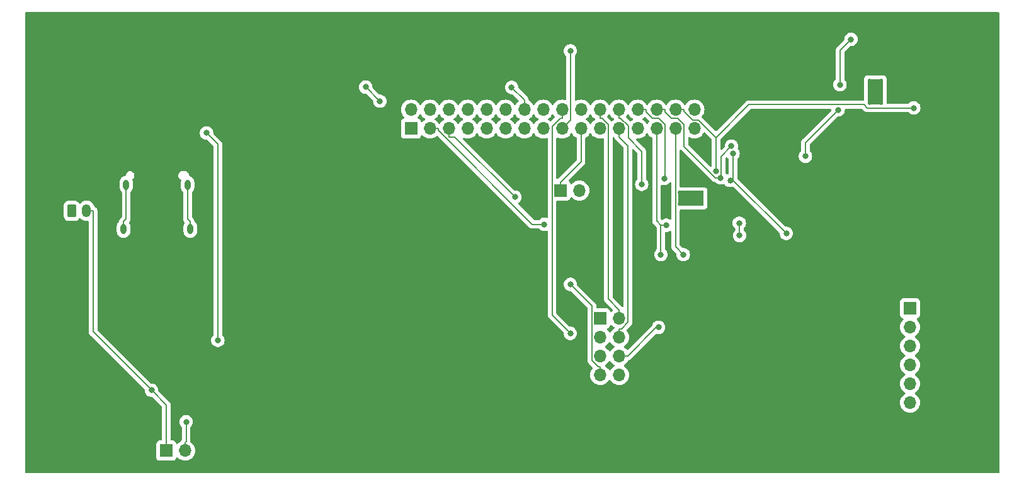
<source format=gbr>
%TF.GenerationSoftware,KiCad,Pcbnew,(7.0.0)*%
%TF.CreationDate,2025-04-15T21:28:57+02:00*%
%TF.ProjectId,PowerSchematic,506f7765-7253-4636-9865-6d617469632e,rev?*%
%TF.SameCoordinates,Original*%
%TF.FileFunction,Copper,L2,Bot*%
%TF.FilePolarity,Positive*%
%FSLAX46Y46*%
G04 Gerber Fmt 4.6, Leading zero omitted, Abs format (unit mm)*
G04 Created by KiCad (PCBNEW (7.0.0)) date 2025-04-15 21:28:57*
%MOMM*%
%LPD*%
G01*
G04 APERTURE LIST*
G04 Aperture macros list*
%AMRoundRect*
0 Rectangle with rounded corners*
0 $1 Rounding radius*
0 $2 $3 $4 $5 $6 $7 $8 $9 X,Y pos of 4 corners*
0 Add a 4 corners polygon primitive as box body*
4,1,4,$2,$3,$4,$5,$6,$7,$8,$9,$2,$3,0*
0 Add four circle primitives for the rounded corners*
1,1,$1+$1,$2,$3*
1,1,$1+$1,$4,$5*
1,1,$1+$1,$6,$7*
1,1,$1+$1,$8,$9*
0 Add four rect primitives between the rounded corners*
20,1,$1+$1,$2,$3,$4,$5,0*
20,1,$1+$1,$4,$5,$6,$7,0*
20,1,$1+$1,$6,$7,$8,$9,0*
20,1,$1+$1,$8,$9,$2,$3,0*%
G04 Aperture macros list end*
%TA.AperFunction,ComponentPad*%
%ADD10C,0.500000*%
%TD*%
%TA.AperFunction,SMDPad,CuDef*%
%ADD11R,2.000000X3.500000*%
%TD*%
%TA.AperFunction,SMDPad,CuDef*%
%ADD12R,3.500000X2.000000*%
%TD*%
%TA.AperFunction,ComponentPad*%
%ADD13R,1.700000X1.700000*%
%TD*%
%TA.AperFunction,ComponentPad*%
%ADD14O,1.700000X1.700000*%
%TD*%
%TA.AperFunction,ComponentPad*%
%ADD15O,1.200000X1.750000*%
%TD*%
%TA.AperFunction,ComponentPad*%
%ADD16RoundRect,0.250000X-0.350000X-0.625000X0.350000X-0.625000X0.350000X0.625000X-0.350000X0.625000X0*%
%TD*%
%TA.AperFunction,ComponentPad*%
%ADD17O,0.800000X1.400000*%
%TD*%
%TA.AperFunction,ViaPad*%
%ADD18C,0.800000*%
%TD*%
%TA.AperFunction,Conductor*%
%ADD19C,0.150000*%
%TD*%
G04 APERTURE END LIST*
D10*
%TO.P,U5,17,GND(PPAD)*%
%TO.N,Battery *%
X195087500Y-62225000D03*
X195087500Y-60725000D03*
X195087500Y-59225000D03*
D11*
X194337499Y-60724999D03*
D10*
X193587500Y-62225000D03*
X193587500Y-60725000D03*
X193587500Y-59225000D03*
%TD*%
%TO.P,U1,17,GND(PPAD)*%
%TO.N,Battery *%
X171000000Y-74300000D03*
X169500000Y-74300000D03*
X168000000Y-74300000D03*
D12*
X169499999Y-75049999D03*
D10*
X171000000Y-75800000D03*
X169500000Y-75800000D03*
X168000000Y-75800000D03*
%TD*%
D13*
%TO.P,J7,1,Pin_1*%
%TO.N,Battery *%
X98999999Y-108999999D03*
D14*
%TO.P,J7,2,Pin_2*%
%TO.N,Net-(J7-Pin_2)*%
X101539999Y-108999999D03*
%TD*%
D13*
%TO.P,J3,1,Pin_1*%
%TO.N,Battery *%
X151999999Y-73999999D03*
D14*
%TO.P,J3,2,Pin_2*%
%TO.N,VM*%
X154539999Y-73999999D03*
%TD*%
D13*
%TO.P,J5,1,1*%
%TO.N,unconnected-(J5-Pad1)*%
X198999999Y-89839999D03*
D14*
%TO.P,J5,2,2*%
%TO.N,unconnected-(J5-Pad2)*%
X198999999Y-92379999D03*
%TO.P,J5,3,3*%
%TO.N,unconnected-(J5-Pad3)*%
X198999999Y-94919999D03*
%TO.P,J5,4,4*%
%TO.N,unconnected-(J5-Pad4)*%
X198999999Y-97459999D03*
%TO.P,J5,5,5*%
%TO.N,unconnected-(J5-Pad5)*%
X198999999Y-99999999D03*
%TO.P,J5,6,6*%
%TO.N,unconnected-(J5-Pad6)*%
X198999999Y-102539999D03*
%TD*%
D15*
%TO.P,J2,2,Pin_2*%
%TO.N,Battery *%
X88284999Y-76719999D03*
D16*
%TO.P,J2,1,Pin_1*%
X86285000Y-76720000D03*
%TD*%
D13*
%TO.P,J4,1,Pin_1*%
%TO.N,Motor2_B*%
X131899999Y-65649999D03*
D14*
%TO.P,J4,2,Pin_2*%
%TO.N,Motor2_A*%
X131899999Y-63109999D03*
%TO.P,J4,3,Pin_3*%
%TO.N,Motor4_A*%
X134439999Y-65649999D03*
%TO.P,J4,4,Pin_4*%
%TO.N,PD12*%
X134439999Y-63109999D03*
%TO.P,J4,5,Pin_5*%
%TO.N,Motor4_B*%
X136979999Y-65649999D03*
%TO.P,J4,6,Pin_6*%
%TO.N,PD13*%
X136979999Y-63109999D03*
%TO.P,J4,7,Pin_7*%
%TO.N,PD2*%
X139519999Y-65649999D03*
%TO.P,J4,8,Pin_8*%
%TO.N,PD14*%
X139519999Y-63109999D03*
%TO.P,J4,9,Pin_9*%
%TO.N,PD6*%
X142059999Y-65649999D03*
%TO.P,J4,10,Pin_10*%
%TO.N,PD15*%
X142059999Y-63109999D03*
%TO.P,J4,11,Pin_11*%
%TO.N,EXT_LOAD2_OUT*%
X144599999Y-65649999D03*
%TO.P,J4,12,Pin_12*%
%TO.N,PD5*%
X144599999Y-63109999D03*
%TO.P,J4,13,Pin_13*%
%TO.N,PB4*%
X147139999Y-65649999D03*
%TO.P,J4,14,Pin_14*%
%TO.N,Battery *%
X147139999Y-63109999D03*
%TO.P,J4,15,Pin_15*%
%TO.N,PD7*%
X149679999Y-65649999D03*
%TO.P,J4,16,Pin_16*%
%TO.N,PB8*%
X149679999Y-63109999D03*
%TO.P,J4,17,Pin_17*%
%TO.N,PB9*%
X152219999Y-65649999D03*
%TO.P,J4,18,Pin_18*%
%TO.N,3V3*%
X152219999Y-63109999D03*
%TO.P,J4,19,Pin_19*%
%TO.N,Battery *%
X154759999Y-65649999D03*
%TO.P,J4,20,Pin_20*%
%TO.N,5V *%
X154759999Y-63109999D03*
%TO.P,J4,21,Pin_21*%
%TO.N,EXT_LOAD1_OUT *%
X157299999Y-65649999D03*
%TO.P,J4,22,Pin_22*%
%TO.N,9V*%
X157299999Y-63109999D03*
%TO.P,J4,23,Pin_23*%
%TO.N,Battery *%
X159839999Y-65649999D03*
%TO.P,J4,24,Pin_24*%
%TO.N,PC6*%
X159839999Y-63109999D03*
%TO.P,J4,25,Pin_25*%
%TO.N,PD11*%
X162379999Y-65649999D03*
%TO.P,J4,26,Pin_26*%
%TO.N,PC7*%
X162379999Y-63109999D03*
%TO.P,J4,27,Pin_27*%
%TO.N,Motor3_A*%
X164919999Y-65649999D03*
%TO.P,J4,28,Pin_28*%
%TO.N,PC8*%
X164919999Y-63109999D03*
%TO.P,J4,29,Pin_29*%
%TO.N,Motor3_B*%
X167459999Y-65649999D03*
%TO.P,J4,30,Pin_30*%
%TO.N,PC9*%
X167459999Y-63109999D03*
%TO.P,J4,31,Pin_31*%
%TO.N,Motor1_B*%
X169999999Y-65649999D03*
%TO.P,J4,32,Pin_32*%
%TO.N,Motor1_A*%
X169999999Y-63109999D03*
%TD*%
D13*
%TO.P,U4,1,AAM*%
%TO.N,Net-(U4-AAM)*%
X157349999Y-91199999D03*
D14*
%TO.P,U4,2,IN*%
%TO.N,9V*%
X159889999Y-91199999D03*
%TO.P,U4,3,SW*%
%TO.N,Net-(D9-K)*%
X157349999Y-93739999D03*
%TO.P,U4,4,GND*%
%TO.N,Battery *%
X159889999Y-93739999D03*
%TO.P,U4,5,BST*%
%TO.N,Net-(U4-BST)*%
X157349999Y-96279999D03*
%TO.P,U4,6,EN/SYNC*%
%TO.N,5V*%
X159889999Y-96279999D03*
%TO.P,U4,7,VCC*%
%TO.N,Net-(U4-VCC)*%
X157349999Y-98819999D03*
%TO.P,U4,8,FB*%
%TO.N,Net-(U4-FB)*%
X159889999Y-98819999D03*
%TD*%
D17*
%TO.P,J1,S1,SHIELD*%
%TO.N,Net-(J1-SHIELD)*%
X102224999Y-79159999D03*
X101864999Y-73209999D03*
X93604999Y-73209999D03*
X93244999Y-79159999D03*
%TD*%
D18*
%TO.N,Net-(JP5-B)*%
X189319000Y-63143700D03*
X184929100Y-69382500D03*
%TO.N,Net-(JP4-B)*%
X191047000Y-53646500D03*
X189572500Y-59750000D03*
%TO.N,PC9*%
X172897400Y-71402500D03*
X199486300Y-62872500D03*
%TO.N,Motor3_B*%
X168500000Y-82619600D03*
%TO.N,PC8*%
X173527300Y-72291800D03*
X174977100Y-68008100D03*
%TO.N,Motor3_A*%
X165492200Y-82619600D03*
X166243200Y-78671100D03*
%TO.N,PC7*%
X165944000Y-72356900D03*
%TO.N,PC6*%
X162923500Y-73147300D03*
%TO.N,PB9*%
X153330700Y-55190900D03*
%TO.N,PB8*%
X125817800Y-60063600D03*
X127714000Y-61967100D03*
%TO.N,Motor4_B*%
X145866800Y-74879100D03*
%TO.N,Motor4_A*%
X149825600Y-78535300D03*
X176069700Y-80045500D03*
X176038600Y-78383500D03*
%TO.N,9V*%
X105933100Y-94172800D03*
X104411000Y-66249500D03*
%TO.N,Net-(U4-VCC)*%
X153330700Y-86629600D03*
%TO.N,3V3*%
X153330700Y-93218500D03*
%TO.N,5V*%
X165180100Y-92409900D03*
%TO.N,VM*%
X174884600Y-72618600D03*
X175194400Y-69032700D03*
X182352100Y-79773600D03*
%TO.N,Net-(J7-Pin_2)*%
X101665500Y-105122700D03*
%TO.N,Battery *%
X97019000Y-100866400D03*
X145431100Y-60116700D03*
%TD*%
D19*
%TO.N,Net-(JP5-B)*%
X184929100Y-67533600D02*
X184929100Y-69382500D01*
X189319000Y-63143700D02*
X184929100Y-67533600D01*
%TO.N,Net-(JP4-B)*%
X189572500Y-55121000D02*
X189572500Y-59750000D01*
X191047000Y-53646500D02*
X189572500Y-55121000D01*
%TO.N,PC9*%
X167460000Y-63110000D02*
X168586900Y-63110000D01*
X170558800Y-64523100D02*
X172897400Y-66861700D01*
X169766500Y-64523100D02*
X170558800Y-64523100D01*
X168586900Y-63343500D02*
X169766500Y-64523100D01*
X168586900Y-63110000D02*
X168586900Y-63343500D01*
X193209200Y-62872500D02*
X199486300Y-62872500D01*
X192775300Y-62438600D02*
X193209200Y-62872500D01*
X177320500Y-62438600D02*
X192775300Y-62438600D01*
X172897400Y-66861700D02*
X177320500Y-62438600D01*
X172897400Y-71402500D02*
X172897400Y-66861700D01*
%TO.N,Motor3_B*%
X167460000Y-81579600D02*
X168500000Y-82619600D01*
X167460000Y-65650000D02*
X167460000Y-81579600D01*
%TO.N,PC8*%
X164920000Y-63110000D02*
X166046900Y-63110000D01*
X173574300Y-69410900D02*
X174977100Y-68008100D01*
X173574300Y-72244800D02*
X173574300Y-69410900D01*
X173527300Y-72291800D02*
X173574300Y-72244800D01*
X172829500Y-72291800D02*
X173527300Y-72291800D01*
X168586900Y-68049200D02*
X172829500Y-72291800D01*
X168586900Y-65110000D02*
X168586900Y-68049200D01*
X167713800Y-64236900D02*
X168586900Y-65110000D01*
X166892000Y-64236900D02*
X167713800Y-64236900D01*
X166046900Y-63391800D02*
X166892000Y-64236900D01*
X166046900Y-63110000D02*
X166046900Y-63391800D01*
%TO.N,Motor3_A*%
X164920000Y-78098900D02*
X165492200Y-78671100D01*
X164920000Y-65650000D02*
X164920000Y-78098900D01*
X165492200Y-78671100D02*
X165492200Y-82619600D01*
X165492200Y-78671100D02*
X166243200Y-78671100D01*
%TO.N,PC7*%
X166061100Y-72239800D02*
X165944000Y-72356900D01*
X166061100Y-65124200D02*
X166061100Y-72239800D01*
X165173800Y-64236900D02*
X166061100Y-65124200D01*
X164352000Y-64236900D02*
X165173800Y-64236900D01*
X163506900Y-63391800D02*
X164352000Y-64236900D01*
X163506900Y-63110000D02*
X163506900Y-63391800D01*
X162380000Y-63110000D02*
X163506900Y-63110000D01*
%TO.N,PC6*%
X160073500Y-64236900D02*
X159840000Y-64236900D01*
X161106100Y-65269500D02*
X160073500Y-64236900D01*
X161106100Y-66901000D02*
X161106100Y-65269500D01*
X162923500Y-68718400D02*
X161106100Y-66901000D01*
X162923500Y-73147300D02*
X162923500Y-68718400D01*
X159840000Y-63110000D02*
X159840000Y-64236900D01*
%TO.N,PB9*%
X153358800Y-64511200D02*
X152220000Y-65650000D01*
X153358800Y-55219000D02*
X153358800Y-64511200D01*
X153330700Y-55190900D02*
X153358800Y-55219000D01*
X153330700Y-55190900D02*
X153358800Y-55190900D01*
X153358800Y-55190900D02*
X153330700Y-55190900D01*
%TO.N,PB8*%
X127714000Y-61959800D02*
X127714000Y-61967100D01*
X125817800Y-60063600D02*
X127714000Y-61959800D01*
%TO.N,Motor4_B*%
X137764600Y-66776900D02*
X145866800Y-74879100D01*
X136980000Y-66776900D02*
X137764600Y-66776900D01*
X136980000Y-65650000D02*
X136980000Y-66776900D01*
%TO.N,Motor4_A*%
X134440000Y-65650000D02*
X135566900Y-65650000D01*
X148211600Y-78535300D02*
X149825600Y-78535300D01*
X135566900Y-65890600D02*
X148211600Y-78535300D01*
X135566900Y-65650000D02*
X135566900Y-65890600D01*
X176069700Y-78414600D02*
X176038600Y-78383500D01*
X176069700Y-80045500D02*
X176069700Y-78414600D01*
%TO.N,Net-(J1-SHIELD)*%
X93605000Y-77823100D02*
X93605000Y-73210000D01*
X93245000Y-78183100D02*
X93605000Y-77823100D01*
X93245000Y-79160000D02*
X93245000Y-78183100D01*
X101865000Y-77823100D02*
X101865000Y-73210000D01*
X102225000Y-78183100D02*
X101865000Y-77823100D01*
X102225000Y-79160000D02*
X102225000Y-78183100D01*
%TO.N,9V*%
X158426900Y-88610000D02*
X159890000Y-90073100D01*
X158426900Y-65082000D02*
X158426900Y-88610000D01*
X157581800Y-64236900D02*
X158426900Y-65082000D01*
X157300000Y-64236900D02*
X157581800Y-64236900D01*
X157300000Y-63110000D02*
X157300000Y-64236900D01*
X159890000Y-91200000D02*
X159890000Y-90073100D01*
X105933100Y-67771600D02*
X104411000Y-66249500D01*
X105933100Y-94172800D02*
X105933100Y-67771600D01*
%TO.N,Net-(U4-VCC)*%
X156223100Y-89522000D02*
X153330700Y-86629600D01*
X156223100Y-96848000D02*
X156223100Y-89522000D01*
X157068200Y-97693100D02*
X156223100Y-96848000D01*
X157350000Y-97693100D02*
X157068200Y-97693100D01*
X157350000Y-98820000D02*
X157350000Y-97693100D01*
%TO.N,3V3*%
X151986500Y-64236900D02*
X152220000Y-64236900D01*
X150873100Y-65350300D02*
X151986500Y-64236900D01*
X150873100Y-90760900D02*
X150873100Y-65350300D01*
X153330700Y-93218500D02*
X150873100Y-90760900D01*
X152220000Y-63110000D02*
X152220000Y-64236900D01*
%TO.N,5V*%
X164887000Y-92409900D02*
X165180100Y-92409900D01*
X161016900Y-96280000D02*
X164887000Y-92409900D01*
X159890000Y-96280000D02*
X161016900Y-96280000D01*
%TO.N,VM*%
X174574700Y-72928500D02*
X174884600Y-72618600D01*
X174884600Y-72618600D02*
X174915600Y-72618600D01*
X175194400Y-72618600D02*
X175194400Y-69032700D01*
X174915600Y-72618600D02*
X175194400Y-72618600D01*
X175197100Y-72618600D02*
X182352100Y-79773600D01*
X175194400Y-72618600D02*
X175197100Y-72618600D01*
X174574700Y-72928500D02*
X174884600Y-72618600D01*
%TO.N,Net-(J7-Pin_2)*%
X101665500Y-107747600D02*
X101665500Y-105122700D01*
X101540000Y-107873100D02*
X101665500Y-107747600D01*
X101540000Y-109000000D02*
X101540000Y-107873100D01*
%TO.N,Battery *%
X152000000Y-74000000D02*
X152000000Y-72873100D01*
X195087500Y-62225000D02*
X195087500Y-60725000D01*
X169500000Y-75800000D02*
X169500000Y-75050000D01*
X168000000Y-75800000D02*
X168000000Y-74300000D01*
X193587500Y-59225000D02*
X193587500Y-60725000D01*
X171000000Y-74300000D02*
X171000000Y-75800000D01*
X194337500Y-60725000D02*
X193587500Y-60725000D01*
X169500000Y-74300000D02*
X169500000Y-75050000D01*
X99000000Y-102847400D02*
X99000000Y-109000000D01*
X97019000Y-100866400D02*
X99000000Y-102847400D01*
X147140000Y-61825600D02*
X147140000Y-63110000D01*
X145431100Y-60116700D02*
X147140000Y-61825600D01*
X154760000Y-65650000D02*
X154760000Y-66776900D01*
X161055400Y-67992300D02*
X159840000Y-66776900D01*
X161055400Y-91729400D02*
X161055400Y-67992300D01*
X160171700Y-92613100D02*
X161055400Y-91729400D01*
X159890000Y-92613100D02*
X160171700Y-92613100D01*
X159890000Y-93740000D02*
X159890000Y-92613100D01*
X159840000Y-65650000D02*
X159840000Y-66776900D01*
X89161900Y-93009300D02*
X97019000Y-100866400D01*
X89161900Y-76720000D02*
X89161900Y-93009300D01*
X88285000Y-76720000D02*
X89161900Y-76720000D01*
X154760000Y-70113100D02*
X154760000Y-66776900D01*
X152000000Y-72873100D02*
X154760000Y-70113100D01*
%TD*%
%TA.AperFunction,NonConductor*%
G36*
X210938000Y-50016613D02*
G01*
X210983387Y-50062000D01*
X211000000Y-50124000D01*
X211000000Y-111876000D01*
X210983387Y-111938000D01*
X210938000Y-111983387D01*
X210876000Y-112000000D01*
X80124000Y-112000000D01*
X80062000Y-111983387D01*
X80016613Y-111938000D01*
X80000000Y-111876000D01*
X80000000Y-77391878D01*
X85184500Y-77391878D01*
X85184501Y-77395008D01*
X85184820Y-77398140D01*
X85184821Y-77398141D01*
X85194312Y-77491061D01*
X85194313Y-77491069D01*
X85195001Y-77497797D01*
X85197129Y-77504219D01*
X85197130Y-77504223D01*
X85240399Y-77634800D01*
X85250186Y-77664334D01*
X85253977Y-77670480D01*
X85338497Y-77807511D01*
X85338500Y-77807515D01*
X85342288Y-77813656D01*
X85466344Y-77937712D01*
X85472485Y-77941500D01*
X85472488Y-77941502D01*
X85524098Y-77973335D01*
X85615666Y-78029814D01*
X85782203Y-78084999D01*
X85884991Y-78095500D01*
X86685008Y-78095499D01*
X86787797Y-78084999D01*
X86954334Y-78029814D01*
X87103656Y-77937712D01*
X87227712Y-77813656D01*
X87266815Y-77750258D01*
X87308867Y-77708841D01*
X87365306Y-77691556D01*
X87423341Y-77702324D01*
X87469823Y-77738704D01*
X87477530Y-77748505D01*
X87484908Y-77757886D01*
X87643744Y-77895519D01*
X87825756Y-78000604D01*
X88024367Y-78069344D01*
X88232398Y-78099254D01*
X88442330Y-78089254D01*
X88445600Y-78088460D01*
X88513913Y-78098283D01*
X88566716Y-78144038D01*
X88586400Y-78211077D01*
X88586400Y-92963460D01*
X88585338Y-92979645D01*
X88581435Y-93009300D01*
X88582496Y-93017359D01*
X88586400Y-93047014D01*
X88586400Y-93047020D01*
X88600151Y-93151476D01*
X88600152Y-93151482D01*
X88601213Y-93159536D01*
X88621305Y-93208042D01*
X88659202Y-93299533D01*
X88728288Y-93389568D01*
X88728290Y-93389570D01*
X88751449Y-93419751D01*
X88757891Y-93424694D01*
X88757895Y-93424698D01*
X88775185Y-93437965D01*
X88787380Y-93448660D01*
X96080427Y-100741707D01*
X96109633Y-100787994D01*
X96116067Y-100842345D01*
X96114219Y-100859934D01*
X96114219Y-100859939D01*
X96113540Y-100866400D01*
X96114219Y-100872858D01*
X96114219Y-100872860D01*
X96132646Y-101048195D01*
X96132647Y-101048203D01*
X96133326Y-101054656D01*
X96135331Y-101060828D01*
X96135333Y-101060835D01*
X96184692Y-101212743D01*
X96191821Y-101234684D01*
X96195068Y-101240308D01*
X96195069Y-101240310D01*
X96212210Y-101270000D01*
X96286467Y-101398616D01*
X96290811Y-101403441D01*
X96290813Y-101403443D01*
X96382558Y-101505336D01*
X96413129Y-101539288D01*
X96566270Y-101650551D01*
X96739197Y-101727544D01*
X96924354Y-101766900D01*
X97054258Y-101766900D01*
X97101711Y-101776339D01*
X97141939Y-101803219D01*
X98388181Y-103049461D01*
X98415061Y-103089689D01*
X98424500Y-103137142D01*
X98424500Y-107525501D01*
X98407887Y-107587501D01*
X98362500Y-107632888D01*
X98300500Y-107649501D01*
X98102128Y-107649501D01*
X98098850Y-107649853D01*
X98098838Y-107649854D01*
X98050231Y-107655079D01*
X98050225Y-107655080D01*
X98042517Y-107655909D01*
X98035252Y-107658618D01*
X98035246Y-107658620D01*
X97915980Y-107703104D01*
X97915978Y-107703104D01*
X97907669Y-107706204D01*
X97900572Y-107711516D01*
X97900568Y-107711519D01*
X97799550Y-107787141D01*
X97799546Y-107787144D01*
X97792454Y-107792454D01*
X97787144Y-107799546D01*
X97787141Y-107799550D01*
X97711519Y-107900568D01*
X97711516Y-107900572D01*
X97706204Y-107907669D01*
X97703104Y-107915978D01*
X97703104Y-107915980D01*
X97658620Y-108035247D01*
X97658619Y-108035250D01*
X97655909Y-108042517D01*
X97655079Y-108050227D01*
X97655079Y-108050232D01*
X97649855Y-108098819D01*
X97649854Y-108098831D01*
X97649500Y-108102127D01*
X97649500Y-108105448D01*
X97649500Y-108105449D01*
X97649500Y-109894560D01*
X97649500Y-109894578D01*
X97649501Y-109897872D01*
X97649853Y-109901150D01*
X97649854Y-109901161D01*
X97655079Y-109949768D01*
X97655080Y-109949773D01*
X97655909Y-109957483D01*
X97658619Y-109964749D01*
X97658620Y-109964753D01*
X97684695Y-110034663D01*
X97706204Y-110092331D01*
X97711518Y-110099430D01*
X97711519Y-110099431D01*
X97767367Y-110174035D01*
X97792454Y-110207546D01*
X97907669Y-110293796D01*
X98042517Y-110344091D01*
X98102127Y-110350500D01*
X99897872Y-110350499D01*
X99957483Y-110344091D01*
X100092331Y-110293796D01*
X100207546Y-110207546D01*
X100293796Y-110092331D01*
X100342810Y-109960916D01*
X100377789Y-109910537D01*
X100432634Y-109883084D01*
X100493927Y-109885273D01*
X100546673Y-109916569D01*
X100668599Y-110038495D01*
X100673031Y-110041598D01*
X100673033Y-110041600D01*
X100817260Y-110142589D01*
X100862170Y-110174035D01*
X101076337Y-110273903D01*
X101304592Y-110335063D01*
X101540000Y-110355659D01*
X101775408Y-110335063D01*
X102003663Y-110273903D01*
X102217830Y-110174035D01*
X102411401Y-110038495D01*
X102578495Y-109871401D01*
X102714035Y-109677830D01*
X102813903Y-109463663D01*
X102875063Y-109235408D01*
X102895659Y-109000000D01*
X102875063Y-108764592D01*
X102813903Y-108536337D01*
X102714035Y-108322171D01*
X102578495Y-108128599D01*
X102411401Y-107961505D01*
X102406964Y-107958398D01*
X102406958Y-107958393D01*
X102295781Y-107880545D01*
X102253405Y-107828909D01*
X102243967Y-107762780D01*
X102244905Y-107755658D01*
X102245966Y-107747600D01*
X102242060Y-107717938D01*
X102241000Y-107701754D01*
X102241000Y-105876917D01*
X102249236Y-105832479D01*
X102272850Y-105793945D01*
X102398033Y-105654916D01*
X102492679Y-105490984D01*
X102551174Y-105310956D01*
X102570960Y-105122700D01*
X102551174Y-104934444D01*
X102492679Y-104754416D01*
X102398033Y-104590484D01*
X102271371Y-104449812D01*
X102266113Y-104445992D01*
X102266111Y-104445990D01*
X102123488Y-104342369D01*
X102123487Y-104342368D01*
X102118230Y-104338549D01*
X102112292Y-104335905D01*
X101951245Y-104264201D01*
X101951240Y-104264199D01*
X101945303Y-104261556D01*
X101938944Y-104260204D01*
X101938940Y-104260203D01*
X101766508Y-104223552D01*
X101766505Y-104223551D01*
X101760146Y-104222200D01*
X101570854Y-104222200D01*
X101564495Y-104223551D01*
X101564491Y-104223552D01*
X101392059Y-104260203D01*
X101392052Y-104260205D01*
X101385697Y-104261556D01*
X101379762Y-104264198D01*
X101379754Y-104264201D01*
X101218707Y-104335905D01*
X101218702Y-104335907D01*
X101212770Y-104338549D01*
X101207516Y-104342365D01*
X101207511Y-104342369D01*
X101064888Y-104445990D01*
X101064881Y-104445995D01*
X101059629Y-104449812D01*
X101055284Y-104454637D01*
X101055279Y-104454642D01*
X100937313Y-104585656D01*
X100937308Y-104585662D01*
X100932967Y-104590484D01*
X100929722Y-104596104D01*
X100929718Y-104596110D01*
X100841569Y-104748789D01*
X100841566Y-104748794D01*
X100838321Y-104754416D01*
X100836315Y-104760588D01*
X100836313Y-104760594D01*
X100781833Y-104928264D01*
X100781831Y-104928273D01*
X100779826Y-104934444D01*
X100779148Y-104940894D01*
X100779146Y-104940904D01*
X100761462Y-105109164D01*
X100760040Y-105122700D01*
X100760719Y-105129160D01*
X100779146Y-105304495D01*
X100779147Y-105304503D01*
X100779826Y-105310956D01*
X100781831Y-105317128D01*
X100781833Y-105317135D01*
X100836313Y-105484805D01*
X100838321Y-105490984D01*
X100932967Y-105654916D01*
X100937311Y-105659741D01*
X100937313Y-105659743D01*
X101058150Y-105793945D01*
X101081764Y-105832479D01*
X101090000Y-105876917D01*
X101090000Y-107472097D01*
X101083419Y-107511956D01*
X101064375Y-107547584D01*
X101047867Y-107569096D01*
X101047865Y-107569098D01*
X101037301Y-107582867D01*
X101037302Y-107582867D01*
X101030931Y-107598247D01*
X101030930Y-107598249D01*
X100982422Y-107715357D01*
X100982421Y-107715360D01*
X100979313Y-107722864D01*
X100979029Y-107725015D01*
X100955902Y-107769439D01*
X100913321Y-107802112D01*
X100867083Y-107823674D01*
X100867078Y-107823676D01*
X100862171Y-107825965D01*
X100857738Y-107829068D01*
X100857731Y-107829073D01*
X100673034Y-107958399D01*
X100673029Y-107958402D01*
X100668599Y-107961505D01*
X100664774Y-107965329D01*
X100664775Y-107965329D01*
X100546673Y-108083431D01*
X100493926Y-108114726D01*
X100432633Y-108116915D01*
X100377789Y-108089462D01*
X100342810Y-108039082D01*
X100315304Y-107965336D01*
X100293796Y-107907669D01*
X100207546Y-107792454D01*
X100136863Y-107739541D01*
X100099431Y-107711519D01*
X100099430Y-107711518D01*
X100092331Y-107706204D01*
X99957483Y-107655909D01*
X99949770Y-107655079D01*
X99949767Y-107655079D01*
X99901180Y-107649855D01*
X99901169Y-107649854D01*
X99897873Y-107649500D01*
X99894551Y-107649500D01*
X99699500Y-107649500D01*
X99637500Y-107632887D01*
X99592113Y-107587500D01*
X99575500Y-107525500D01*
X99575500Y-102893240D01*
X99576561Y-102877055D01*
X99579404Y-102855459D01*
X99580465Y-102847400D01*
X99575500Y-102809686D01*
X99575500Y-102809680D01*
X99560687Y-102697164D01*
X99502698Y-102557167D01*
X99489525Y-102540000D01*
X197644341Y-102540000D01*
X197664937Y-102775408D01*
X197666336Y-102780630D01*
X197666337Y-102780634D01*
X197724694Y-102998430D01*
X197724697Y-102998438D01*
X197726097Y-103003663D01*
X197728385Y-103008570D01*
X197728386Y-103008572D01*
X197823678Y-103212927D01*
X197823681Y-103212933D01*
X197825965Y-103217830D01*
X197829064Y-103222257D01*
X197829066Y-103222259D01*
X197958399Y-103406966D01*
X197958402Y-103406970D01*
X197961505Y-103411401D01*
X198128599Y-103578495D01*
X198322170Y-103714035D01*
X198536337Y-103813903D01*
X198764592Y-103875063D01*
X199000000Y-103895659D01*
X199235408Y-103875063D01*
X199463663Y-103813903D01*
X199677830Y-103714035D01*
X199871401Y-103578495D01*
X200038495Y-103411401D01*
X200174035Y-103217830D01*
X200273903Y-103003663D01*
X200335063Y-102775408D01*
X200355659Y-102540000D01*
X200335063Y-102304592D01*
X200273903Y-102076337D01*
X200174035Y-101862171D01*
X200038495Y-101668599D01*
X199871401Y-101501505D01*
X199866968Y-101498401D01*
X199866961Y-101498395D01*
X199685842Y-101371575D01*
X199646976Y-101327257D01*
X199632965Y-101270000D01*
X199646976Y-101212743D01*
X199685842Y-101168425D01*
X199866961Y-101041604D01*
X199866961Y-101041603D01*
X199871401Y-101038495D01*
X200038495Y-100871401D01*
X200174035Y-100677830D01*
X200273903Y-100463663D01*
X200335063Y-100235408D01*
X200355659Y-100000000D01*
X200335063Y-99764592D01*
X200273903Y-99536337D01*
X200174035Y-99322171D01*
X200038495Y-99128599D01*
X199871401Y-98961505D01*
X199866968Y-98958401D01*
X199866961Y-98958395D01*
X199685842Y-98831575D01*
X199646976Y-98787257D01*
X199632965Y-98730000D01*
X199646976Y-98672743D01*
X199685842Y-98628425D01*
X199866961Y-98501604D01*
X199866961Y-98501603D01*
X199871401Y-98498495D01*
X200038495Y-98331401D01*
X200174035Y-98137830D01*
X200273903Y-97923663D01*
X200335063Y-97695408D01*
X200355659Y-97460000D01*
X200335063Y-97224592D01*
X200273903Y-96996337D01*
X200174035Y-96782171D01*
X200038495Y-96588599D01*
X199871401Y-96421505D01*
X199866968Y-96418401D01*
X199866961Y-96418395D01*
X199685842Y-96291575D01*
X199646976Y-96247257D01*
X199632965Y-96190000D01*
X199646976Y-96132743D01*
X199685842Y-96088425D01*
X199866961Y-95961604D01*
X199866961Y-95961603D01*
X199871401Y-95958495D01*
X200038495Y-95791401D01*
X200174035Y-95597830D01*
X200273903Y-95383663D01*
X200335063Y-95155408D01*
X200355659Y-94920000D01*
X200335063Y-94684592D01*
X200273903Y-94456337D01*
X200174035Y-94242171D01*
X200038495Y-94048599D01*
X199871401Y-93881505D01*
X199866970Y-93878402D01*
X199866966Y-93878399D01*
X199685841Y-93751574D01*
X199646976Y-93707256D01*
X199632965Y-93649999D01*
X199646976Y-93592742D01*
X199685839Y-93548426D01*
X199871401Y-93418495D01*
X200038495Y-93251401D01*
X200174035Y-93057830D01*
X200273903Y-92843663D01*
X200335063Y-92615408D01*
X200355659Y-92380000D01*
X200335063Y-92144592D01*
X200273903Y-91916337D01*
X200174035Y-91702171D01*
X200038495Y-91508599D01*
X199916568Y-91386672D01*
X199885273Y-91333927D01*
X199883084Y-91272634D01*
X199910537Y-91217789D01*
X199960916Y-91182810D01*
X200092331Y-91133796D01*
X200207546Y-91047546D01*
X200293796Y-90932331D01*
X200344091Y-90797483D01*
X200350500Y-90737873D01*
X200350499Y-88942128D01*
X200344091Y-88882517D01*
X200293796Y-88747669D01*
X200207546Y-88632454D01*
X200177551Y-88610000D01*
X200099431Y-88551519D01*
X200099430Y-88551518D01*
X200092331Y-88546204D01*
X199957483Y-88495909D01*
X199949770Y-88495079D01*
X199949767Y-88495079D01*
X199901180Y-88489855D01*
X199901169Y-88489854D01*
X199897873Y-88489500D01*
X199894550Y-88489500D01*
X198105439Y-88489500D01*
X198105420Y-88489500D01*
X198102128Y-88489501D01*
X198098850Y-88489853D01*
X198098838Y-88489854D01*
X198050231Y-88495079D01*
X198050225Y-88495080D01*
X198042517Y-88495909D01*
X198035252Y-88498618D01*
X198035246Y-88498620D01*
X197915980Y-88543104D01*
X197915978Y-88543104D01*
X197907669Y-88546204D01*
X197900572Y-88551516D01*
X197900568Y-88551519D01*
X197799550Y-88627141D01*
X197799546Y-88627144D01*
X197792454Y-88632454D01*
X197787144Y-88639546D01*
X197787141Y-88639550D01*
X197711519Y-88740568D01*
X197711516Y-88740572D01*
X197706204Y-88747669D01*
X197703104Y-88755978D01*
X197703104Y-88755980D01*
X197658620Y-88875247D01*
X197658619Y-88875250D01*
X197655909Y-88882517D01*
X197655079Y-88890227D01*
X197655079Y-88890232D01*
X197649855Y-88938819D01*
X197649854Y-88938831D01*
X197649500Y-88942127D01*
X197649500Y-88945448D01*
X197649500Y-88945449D01*
X197649500Y-90734560D01*
X197649500Y-90734578D01*
X197649501Y-90737872D01*
X197649853Y-90741150D01*
X197649854Y-90741161D01*
X197655079Y-90789768D01*
X197655080Y-90789773D01*
X197655909Y-90797483D01*
X197658619Y-90804749D01*
X197658620Y-90804753D01*
X197692217Y-90894831D01*
X197706204Y-90932331D01*
X197792454Y-91047546D01*
X197907669Y-91133796D01*
X197991074Y-91164904D01*
X198039082Y-91182810D01*
X198089462Y-91217789D01*
X198116915Y-91272633D01*
X198114726Y-91333926D01*
X198083431Y-91386672D01*
X197961505Y-91508599D01*
X197958402Y-91513029D01*
X197958399Y-91513034D01*
X197829073Y-91697731D01*
X197829068Y-91697738D01*
X197825965Y-91702171D01*
X197823677Y-91707077D01*
X197823675Y-91707081D01*
X197728386Y-91911427D01*
X197728383Y-91911432D01*
X197726097Y-91916337D01*
X197724698Y-91921557D01*
X197724694Y-91921569D01*
X197666337Y-92139365D01*
X197666335Y-92139371D01*
X197664937Y-92144592D01*
X197664465Y-92149977D01*
X197664465Y-92149982D01*
X197646322Y-92357356D01*
X197644341Y-92380000D01*
X197644813Y-92385395D01*
X197663427Y-92598156D01*
X197664937Y-92615408D01*
X197666336Y-92620630D01*
X197666337Y-92620634D01*
X197724694Y-92838430D01*
X197724697Y-92838438D01*
X197726097Y-92843663D01*
X197728385Y-92848570D01*
X197728386Y-92848572D01*
X197823678Y-93052927D01*
X197823681Y-93052933D01*
X197825965Y-93057830D01*
X197829064Y-93062257D01*
X197829066Y-93062259D01*
X197958399Y-93246966D01*
X197958402Y-93246970D01*
X197961505Y-93251401D01*
X198128599Y-93418495D01*
X198133032Y-93421599D01*
X198133038Y-93421604D01*
X198314158Y-93548425D01*
X198353024Y-93592743D01*
X198367035Y-93650000D01*
X198353024Y-93707257D01*
X198314160Y-93751574D01*
X198128599Y-93881505D01*
X198124775Y-93885328D01*
X198124769Y-93885334D01*
X197965334Y-94044769D01*
X197965328Y-94044775D01*
X197961505Y-94048599D01*
X197958402Y-94053029D01*
X197958399Y-94053034D01*
X197829073Y-94237731D01*
X197829068Y-94237738D01*
X197825965Y-94242171D01*
X197823677Y-94247077D01*
X197823675Y-94247081D01*
X197728386Y-94451427D01*
X197728383Y-94451432D01*
X197726097Y-94456337D01*
X197724698Y-94461557D01*
X197724694Y-94461569D01*
X197666337Y-94679365D01*
X197666335Y-94679371D01*
X197664937Y-94684592D01*
X197664465Y-94689977D01*
X197664465Y-94689982D01*
X197650508Y-94849509D01*
X197644341Y-94920000D01*
X197644813Y-94925395D01*
X197657224Y-95067257D01*
X197664937Y-95155408D01*
X197666336Y-95160630D01*
X197666337Y-95160634D01*
X197724694Y-95378430D01*
X197724697Y-95378438D01*
X197726097Y-95383663D01*
X197728385Y-95388570D01*
X197728386Y-95388572D01*
X197823678Y-95592927D01*
X197823681Y-95592933D01*
X197825965Y-95597830D01*
X197829064Y-95602257D01*
X197829066Y-95602259D01*
X197958399Y-95786966D01*
X197958402Y-95786970D01*
X197961505Y-95791401D01*
X198128599Y-95958495D01*
X198133032Y-95961599D01*
X198133038Y-95961604D01*
X198314158Y-96088425D01*
X198353024Y-96132743D01*
X198367035Y-96190000D01*
X198353024Y-96247257D01*
X198314159Y-96291575D01*
X198133041Y-96418395D01*
X198128599Y-96421505D01*
X198124775Y-96425328D01*
X198124769Y-96425334D01*
X197965334Y-96584769D01*
X197965328Y-96584775D01*
X197961505Y-96588599D01*
X197958402Y-96593029D01*
X197958399Y-96593034D01*
X197829073Y-96777731D01*
X197829068Y-96777738D01*
X197825965Y-96782171D01*
X197823677Y-96787077D01*
X197823675Y-96787081D01*
X197728386Y-96991427D01*
X197728383Y-96991432D01*
X197726097Y-96996337D01*
X197724698Y-97001557D01*
X197724694Y-97001569D01*
X197666337Y-97219365D01*
X197666335Y-97219371D01*
X197664937Y-97224592D01*
X197664465Y-97229977D01*
X197664465Y-97229982D01*
X197656721Y-97318495D01*
X197644341Y-97460000D01*
X197644813Y-97465395D01*
X197657224Y-97607257D01*
X197664937Y-97695408D01*
X197666336Y-97700630D01*
X197666337Y-97700634D01*
X197724694Y-97918430D01*
X197724697Y-97918438D01*
X197726097Y-97923663D01*
X197728385Y-97928570D01*
X197728386Y-97928572D01*
X197823678Y-98132927D01*
X197823681Y-98132933D01*
X197825965Y-98137830D01*
X197829064Y-98142257D01*
X197829066Y-98142259D01*
X197958399Y-98326966D01*
X197958402Y-98326970D01*
X197961505Y-98331401D01*
X198128599Y-98498495D01*
X198133032Y-98501599D01*
X198133038Y-98501604D01*
X198314158Y-98628425D01*
X198353024Y-98672743D01*
X198367035Y-98730000D01*
X198353024Y-98787257D01*
X198314159Y-98831575D01*
X198133041Y-98958395D01*
X198128599Y-98961505D01*
X198124775Y-98965328D01*
X198124769Y-98965334D01*
X197965334Y-99124769D01*
X197965328Y-99124775D01*
X197961505Y-99128599D01*
X197958402Y-99133029D01*
X197958399Y-99133034D01*
X197829073Y-99317731D01*
X197829068Y-99317738D01*
X197825965Y-99322171D01*
X197823677Y-99327077D01*
X197823675Y-99327081D01*
X197728386Y-99531427D01*
X197728383Y-99531432D01*
X197726097Y-99536337D01*
X197724698Y-99541557D01*
X197724694Y-99541569D01*
X197666337Y-99759365D01*
X197666335Y-99759371D01*
X197664937Y-99764592D01*
X197664465Y-99769977D01*
X197664465Y-99769982D01*
X197650502Y-99929581D01*
X197644341Y-100000000D01*
X197644813Y-100005395D01*
X197659709Y-100175659D01*
X197664937Y-100235408D01*
X197666336Y-100240630D01*
X197666337Y-100240634D01*
X197724694Y-100458430D01*
X197724697Y-100458438D01*
X197726097Y-100463663D01*
X197728385Y-100468570D01*
X197728386Y-100468572D01*
X197823678Y-100672927D01*
X197823681Y-100672933D01*
X197825965Y-100677830D01*
X197829064Y-100682257D01*
X197829066Y-100682259D01*
X197958399Y-100866966D01*
X197958402Y-100866970D01*
X197961505Y-100871401D01*
X198128599Y-101038495D01*
X198133032Y-101041599D01*
X198133038Y-101041604D01*
X198314158Y-101168425D01*
X198353024Y-101212743D01*
X198367035Y-101270000D01*
X198353024Y-101327257D01*
X198314159Y-101371575D01*
X198133041Y-101498395D01*
X198128599Y-101501505D01*
X198124775Y-101505328D01*
X198124769Y-101505334D01*
X197965334Y-101664769D01*
X197965328Y-101664775D01*
X197961505Y-101668599D01*
X197958402Y-101673029D01*
X197958399Y-101673034D01*
X197829073Y-101857731D01*
X197829068Y-101857738D01*
X197825965Y-101862171D01*
X197823677Y-101867077D01*
X197823675Y-101867081D01*
X197728386Y-102071427D01*
X197728383Y-102071432D01*
X197726097Y-102076337D01*
X197724698Y-102081557D01*
X197724694Y-102081569D01*
X197666337Y-102299365D01*
X197666335Y-102299371D01*
X197664937Y-102304592D01*
X197664465Y-102309977D01*
X197664465Y-102309982D01*
X197650716Y-102467132D01*
X197644341Y-102540000D01*
X99489525Y-102540000D01*
X99433612Y-102467132D01*
X99435802Y-102465451D01*
X99435800Y-102465447D01*
X99433609Y-102467129D01*
X99415395Y-102443392D01*
X99415394Y-102443391D01*
X99410451Y-102436949D01*
X99386717Y-102418737D01*
X99374523Y-102408043D01*
X97957572Y-100991092D01*
X97928365Y-100944802D01*
X97921932Y-100890448D01*
X97923532Y-100875232D01*
X97924460Y-100866400D01*
X97904674Y-100678144D01*
X97846179Y-100498116D01*
X97751533Y-100334184D01*
X97662594Y-100235408D01*
X97629220Y-100198342D01*
X97629219Y-100198341D01*
X97624871Y-100193512D01*
X97619613Y-100189692D01*
X97619611Y-100189690D01*
X97476988Y-100086069D01*
X97476987Y-100086068D01*
X97471730Y-100082249D01*
X97465792Y-100079605D01*
X97304745Y-100007901D01*
X97304740Y-100007899D01*
X97298803Y-100005256D01*
X97292444Y-100003904D01*
X97292440Y-100003903D01*
X97120008Y-99967252D01*
X97120005Y-99967251D01*
X97113646Y-99965900D01*
X97107143Y-99965900D01*
X96983742Y-99965900D01*
X96936289Y-99956461D01*
X96896061Y-99929581D01*
X89773719Y-92807239D01*
X89746839Y-92767011D01*
X89737400Y-92719558D01*
X89737400Y-79507192D01*
X92344500Y-79507192D01*
X92344837Y-79510402D01*
X92344838Y-79510413D01*
X92358646Y-79641795D01*
X92358647Y-79641803D01*
X92359326Y-79648256D01*
X92361331Y-79654428D01*
X92361333Y-79654435D01*
X92392237Y-79749545D01*
X92417821Y-79828284D01*
X92421068Y-79833908D01*
X92421069Y-79833910D01*
X92494938Y-79961856D01*
X92512467Y-79992216D01*
X92516811Y-79997041D01*
X92516813Y-79997043D01*
X92560444Y-80045500D01*
X92639129Y-80132888D01*
X92644387Y-80136708D01*
X92644388Y-80136709D01*
X92715699Y-80188519D01*
X92792270Y-80244151D01*
X92965197Y-80321144D01*
X93150354Y-80360500D01*
X93333143Y-80360500D01*
X93339646Y-80360500D01*
X93524803Y-80321144D01*
X93697730Y-80244151D01*
X93850871Y-80132888D01*
X93977533Y-79992216D01*
X94072179Y-79828284D01*
X94130674Y-79648256D01*
X94145500Y-79507192D01*
X94145500Y-78812808D01*
X94130674Y-78671744D01*
X94072179Y-78491716D01*
X94003945Y-78373531D01*
X93987803Y-78322330D01*
X93994816Y-78269105D01*
X94016809Y-78234594D01*
X94015450Y-78233552D01*
X94032695Y-78211077D01*
X94038609Y-78203370D01*
X94038612Y-78203368D01*
X94107699Y-78113333D01*
X94165687Y-77973335D01*
X94167469Y-77959800D01*
X94180500Y-77860820D01*
X94180500Y-77860814D01*
X94185465Y-77823100D01*
X94181560Y-77793443D01*
X94180500Y-77777261D01*
X94180500Y-74264217D01*
X94188736Y-74219779D01*
X94212350Y-74181245D01*
X94286612Y-74098769D01*
X94337533Y-74042216D01*
X94432179Y-73878284D01*
X94490674Y-73698256D01*
X94505500Y-73557192D01*
X94505500Y-72862808D01*
X94490674Y-72721744D01*
X94437321Y-72557543D01*
X94431824Y-72507343D01*
X94446800Y-72459111D01*
X94479767Y-72420852D01*
X94515957Y-72393083D01*
X94545451Y-72370451D01*
X94637698Y-72250233D01*
X94695687Y-72110236D01*
X94715466Y-71960000D01*
X100604534Y-71960000D01*
X100605595Y-71968059D01*
X100623251Y-72102176D01*
X100623252Y-72102182D01*
X100624313Y-72110236D01*
X100627422Y-72117742D01*
X100627423Y-72117745D01*
X100679191Y-72242723D01*
X100682302Y-72250233D01*
X100687245Y-72256674D01*
X100687248Y-72256680D01*
X100764151Y-72356900D01*
X100774549Y-72370451D01*
X100784106Y-72377784D01*
X100888319Y-72457751D01*
X100888322Y-72457753D01*
X100894767Y-72462698D01*
X100902279Y-72465809D01*
X100902278Y-72465809D01*
X100937580Y-72480432D01*
X100986494Y-72516957D01*
X101012051Y-72572395D01*
X101008059Y-72633310D01*
X100981334Y-72715561D01*
X100981333Y-72715567D01*
X100979326Y-72721744D01*
X100978648Y-72728194D01*
X100978646Y-72728204D01*
X100964838Y-72859586D01*
X100964837Y-72859598D01*
X100964500Y-72862808D01*
X100964500Y-73557192D01*
X100964838Y-73560404D01*
X100978646Y-73691795D01*
X100978647Y-73691803D01*
X100979326Y-73698256D01*
X100981331Y-73704428D01*
X100981333Y-73704435D01*
X101035813Y-73872105D01*
X101037821Y-73878284D01*
X101041068Y-73883908D01*
X101041069Y-73883910D01*
X101119987Y-74020601D01*
X101132467Y-74042216D01*
X101136811Y-74047041D01*
X101136813Y-74047043D01*
X101257650Y-74181245D01*
X101281264Y-74219779D01*
X101289500Y-74264217D01*
X101289500Y-77777260D01*
X101288438Y-77793445D01*
X101284535Y-77823100D01*
X101285596Y-77831159D01*
X101289500Y-77860814D01*
X101289500Y-77860820D01*
X101303251Y-77965276D01*
X101303252Y-77965282D01*
X101304313Y-77973336D01*
X101307422Y-77980842D01*
X101307423Y-77980845D01*
X101327707Y-78029814D01*
X101328971Y-78032865D01*
X101362302Y-78113333D01*
X101380166Y-78136614D01*
X101431388Y-78203368D01*
X101431390Y-78203370D01*
X101454549Y-78233551D01*
X101453191Y-78234592D01*
X101475189Y-78269120D01*
X101482195Y-78322338D01*
X101466055Y-78373530D01*
X101453325Y-78395580D01*
X101397821Y-78491716D01*
X101395815Y-78497888D01*
X101395813Y-78497894D01*
X101341333Y-78665564D01*
X101341331Y-78665573D01*
X101339326Y-78671744D01*
X101338648Y-78678194D01*
X101338646Y-78678204D01*
X101324838Y-78809586D01*
X101324837Y-78809598D01*
X101324500Y-78812808D01*
X101324500Y-79507192D01*
X101324837Y-79510402D01*
X101324838Y-79510413D01*
X101338646Y-79641795D01*
X101338647Y-79641803D01*
X101339326Y-79648256D01*
X101341331Y-79654428D01*
X101341333Y-79654435D01*
X101372237Y-79749545D01*
X101397821Y-79828284D01*
X101401068Y-79833908D01*
X101401069Y-79833910D01*
X101474938Y-79961856D01*
X101492467Y-79992216D01*
X101496811Y-79997041D01*
X101496813Y-79997043D01*
X101540444Y-80045500D01*
X101619129Y-80132888D01*
X101624387Y-80136708D01*
X101624388Y-80136709D01*
X101695699Y-80188519D01*
X101772270Y-80244151D01*
X101945197Y-80321144D01*
X102130354Y-80360500D01*
X102313143Y-80360500D01*
X102319646Y-80360500D01*
X102504803Y-80321144D01*
X102677730Y-80244151D01*
X102830871Y-80132888D01*
X102957533Y-79992216D01*
X103052179Y-79828284D01*
X103110674Y-79648256D01*
X103125500Y-79507192D01*
X103125500Y-78812808D01*
X103110674Y-78671744D01*
X103052179Y-78491716D01*
X102957533Y-78327784D01*
X102952629Y-78322338D01*
X102830871Y-78187112D01*
X102831493Y-78186551D01*
X102810012Y-78158929D01*
X102796814Y-78117382D01*
X102786748Y-78040923D01*
X102786747Y-78040922D01*
X102785687Y-78032864D01*
X102755423Y-77959800D01*
X102727699Y-77892867D01*
X102722750Y-77886418D01*
X102722750Y-77886417D01*
X102658612Y-77802832D01*
X102660802Y-77801151D01*
X102660800Y-77801147D01*
X102658609Y-77802829D01*
X102640395Y-77779092D01*
X102640394Y-77779091D01*
X102635451Y-77772649D01*
X102611717Y-77754437D01*
X102599523Y-77743743D01*
X102476819Y-77621039D01*
X102449939Y-77580811D01*
X102440500Y-77533358D01*
X102440500Y-74264217D01*
X102448736Y-74219779D01*
X102472350Y-74181245D01*
X102546612Y-74098769D01*
X102597533Y-74042216D01*
X102692179Y-73878284D01*
X102750674Y-73698256D01*
X102765500Y-73557192D01*
X102765500Y-72862808D01*
X102750674Y-72721744D01*
X102692179Y-72541716D01*
X102597533Y-72377784D01*
X102470871Y-72237112D01*
X102465613Y-72233292D01*
X102465611Y-72233290D01*
X102322988Y-72129669D01*
X102322987Y-72129668D01*
X102317730Y-72125849D01*
X102299528Y-72117745D01*
X102150735Y-72051497D01*
X102150733Y-72051496D01*
X102144803Y-72048856D01*
X102145021Y-72048365D01*
X102091625Y-72012173D01*
X102064027Y-71949073D01*
X102046748Y-71817823D01*
X102046747Y-71817822D01*
X102045687Y-71809764D01*
X101987698Y-71669767D01*
X101982753Y-71663322D01*
X101982751Y-71663319D01*
X101900394Y-71555991D01*
X101895451Y-71549549D01*
X101889008Y-71544605D01*
X101781680Y-71462248D01*
X101781674Y-71462245D01*
X101775233Y-71457302D01*
X101767724Y-71454191D01*
X101767723Y-71454191D01*
X101642745Y-71402423D01*
X101642742Y-71402422D01*
X101635236Y-71399313D01*
X101627182Y-71398252D01*
X101627176Y-71398251D01*
X101526739Y-71385029D01*
X101526737Y-71385028D01*
X101522720Y-71384500D01*
X101147280Y-71384500D01*
X101143263Y-71385028D01*
X101143260Y-71385029D01*
X101042823Y-71398251D01*
X101042815Y-71398252D01*
X101034764Y-71399313D01*
X101027259Y-71402421D01*
X101027254Y-71402423D01*
X100902276Y-71454191D01*
X100902272Y-71454193D01*
X100894767Y-71457302D01*
X100888328Y-71462242D01*
X100888319Y-71462248D01*
X100780991Y-71544605D01*
X100780987Y-71544608D01*
X100774549Y-71549549D01*
X100769608Y-71555987D01*
X100769605Y-71555991D01*
X100687248Y-71663319D01*
X100687242Y-71663328D01*
X100682302Y-71669767D01*
X100679193Y-71677272D01*
X100679191Y-71677276D01*
X100627423Y-71802254D01*
X100627421Y-71802259D01*
X100624313Y-71809764D01*
X100623252Y-71817815D01*
X100623251Y-71817823D01*
X100612383Y-71900380D01*
X100604534Y-71960000D01*
X94715466Y-71960000D01*
X94695687Y-71809764D01*
X94637698Y-71669767D01*
X94632753Y-71663322D01*
X94632751Y-71663319D01*
X94550394Y-71555991D01*
X94545451Y-71549549D01*
X94539008Y-71544605D01*
X94431680Y-71462248D01*
X94431674Y-71462245D01*
X94425233Y-71457302D01*
X94417724Y-71454191D01*
X94417723Y-71454191D01*
X94292745Y-71402423D01*
X94292742Y-71402422D01*
X94285236Y-71399313D01*
X94277182Y-71398252D01*
X94277176Y-71398251D01*
X94176739Y-71385029D01*
X94176737Y-71385028D01*
X94172720Y-71384500D01*
X94097280Y-71384500D01*
X94093263Y-71385028D01*
X94093260Y-71385029D01*
X93992823Y-71398251D01*
X93992815Y-71398252D01*
X93984764Y-71399313D01*
X93977259Y-71402421D01*
X93977254Y-71402423D01*
X93852276Y-71454191D01*
X93852272Y-71454193D01*
X93844767Y-71457302D01*
X93838328Y-71462242D01*
X93838319Y-71462248D01*
X93730991Y-71544605D01*
X93730987Y-71544608D01*
X93724549Y-71549549D01*
X93719608Y-71555987D01*
X93719605Y-71555991D01*
X93637248Y-71663319D01*
X93637242Y-71663328D01*
X93632302Y-71669767D01*
X93629193Y-71677272D01*
X93629191Y-71677276D01*
X93577423Y-71802254D01*
X93577421Y-71802259D01*
X93574313Y-71809764D01*
X93573252Y-71817815D01*
X93573251Y-71817823D01*
X93560540Y-71914379D01*
X93543890Y-71962059D01*
X93509608Y-71999144D01*
X93463382Y-72019484D01*
X93331559Y-72047503D01*
X93331552Y-72047505D01*
X93325197Y-72048856D01*
X93319262Y-72051498D01*
X93319254Y-72051501D01*
X93158207Y-72123205D01*
X93158202Y-72123207D01*
X93152270Y-72125849D01*
X93147016Y-72129665D01*
X93147011Y-72129669D01*
X93004388Y-72233290D01*
X93004381Y-72233295D01*
X92999129Y-72237112D01*
X92994784Y-72241937D01*
X92994779Y-72241942D01*
X92876813Y-72372956D01*
X92876808Y-72372962D01*
X92872467Y-72377784D01*
X92869222Y-72383404D01*
X92869218Y-72383410D01*
X92781069Y-72536089D01*
X92781066Y-72536094D01*
X92777821Y-72541716D01*
X92775815Y-72547888D01*
X92775813Y-72547894D01*
X92721333Y-72715564D01*
X92721331Y-72715573D01*
X92719326Y-72721744D01*
X92718648Y-72728194D01*
X92718646Y-72728204D01*
X92704838Y-72859586D01*
X92704837Y-72859598D01*
X92704500Y-72862808D01*
X92704500Y-73557192D01*
X92704838Y-73560404D01*
X92718646Y-73691795D01*
X92718647Y-73691803D01*
X92719326Y-73698256D01*
X92721331Y-73704428D01*
X92721333Y-73704435D01*
X92775813Y-73872105D01*
X92777821Y-73878284D01*
X92781068Y-73883908D01*
X92781069Y-73883910D01*
X92859987Y-74020601D01*
X92872467Y-74042216D01*
X92876811Y-74047041D01*
X92876813Y-74047043D01*
X92997650Y-74181245D01*
X93021264Y-74219779D01*
X93029500Y-74264217D01*
X93029500Y-77533357D01*
X93020061Y-77580810D01*
X92993181Y-77621039D01*
X92870473Y-77743745D01*
X92858283Y-77754435D01*
X92840995Y-77767701D01*
X92840988Y-77767707D01*
X92834549Y-77772649D01*
X92829607Y-77779088D01*
X92829604Y-77779092D01*
X92811390Y-77802829D01*
X92811388Y-77802832D01*
X92751560Y-77880802D01*
X92747250Y-77886418D01*
X92747248Y-77886421D01*
X92742302Y-77892867D01*
X92739193Y-77900372D01*
X92739191Y-77900376D01*
X92687423Y-78025354D01*
X92687421Y-78025359D01*
X92684313Y-78032864D01*
X92683252Y-78040920D01*
X92683252Y-78040922D01*
X92673185Y-78117384D01*
X92659991Y-78158921D01*
X92638507Y-78186552D01*
X92639129Y-78187112D01*
X92516813Y-78322956D01*
X92516808Y-78322962D01*
X92512467Y-78327784D01*
X92509222Y-78333404D01*
X92509218Y-78333410D01*
X92421069Y-78486089D01*
X92421068Y-78486092D01*
X92417821Y-78491716D01*
X92415815Y-78497888D01*
X92415813Y-78497894D01*
X92361333Y-78665564D01*
X92361331Y-78665573D01*
X92359326Y-78671744D01*
X92358648Y-78678194D01*
X92358646Y-78678204D01*
X92344838Y-78809586D01*
X92344837Y-78809598D01*
X92344500Y-78812808D01*
X92344500Y-79507192D01*
X89737400Y-79507192D01*
X89737400Y-76765846D01*
X89738461Y-76749661D01*
X89741305Y-76728059D01*
X89742366Y-76720000D01*
X89722587Y-76569764D01*
X89664598Y-76429767D01*
X89659653Y-76423322D01*
X89659651Y-76423319D01*
X89577294Y-76315991D01*
X89572351Y-76309549D01*
X89539080Y-76284019D01*
X89458580Y-76222248D01*
X89458574Y-76222245D01*
X89452133Y-76217302D01*
X89444624Y-76214191D01*
X89444623Y-76214191D01*
X89407859Y-76198963D01*
X89363063Y-76167264D01*
X89336337Y-76119340D01*
X89311316Y-76034125D01*
X89215011Y-75847318D01*
X89085092Y-75682114D01*
X88926256Y-75544481D01*
X88744244Y-75439396D01*
X88738660Y-75437463D01*
X88738655Y-75437461D01*
X88551214Y-75372587D01*
X88551208Y-75372585D01*
X88545633Y-75370656D01*
X88539794Y-75369816D01*
X88539788Y-75369815D01*
X88343441Y-75341585D01*
X88343435Y-75341584D01*
X88337602Y-75340746D01*
X88331716Y-75341026D01*
X88331710Y-75341026D01*
X88133567Y-75350465D01*
X88133565Y-75350465D01*
X88127670Y-75350746D01*
X88121942Y-75352135D01*
X88121932Y-75352137D01*
X87929160Y-75398904D01*
X87929155Y-75398905D01*
X87923424Y-75400296D01*
X87918054Y-75402747D01*
X87918052Y-75402749D01*
X87737621Y-75485149D01*
X87737614Y-75485152D01*
X87732247Y-75487604D01*
X87727437Y-75491028D01*
X87727432Y-75491032D01*
X87565865Y-75606083D01*
X87565859Y-75606087D01*
X87561048Y-75609514D01*
X87556973Y-75613787D01*
X87556968Y-75613792D01*
X87463249Y-75712082D01*
X87416301Y-75742893D01*
X87360577Y-75749836D01*
X87307504Y-75731487D01*
X87267968Y-75691610D01*
X87227712Y-75626344D01*
X87103656Y-75502288D01*
X87097515Y-75498500D01*
X87097511Y-75498497D01*
X86960480Y-75413977D01*
X86954334Y-75410186D01*
X86920287Y-75398904D01*
X86794225Y-75357131D01*
X86794224Y-75357130D01*
X86787797Y-75355001D01*
X86781064Y-75354313D01*
X86781059Y-75354312D01*
X86688140Y-75344819D01*
X86688123Y-75344818D01*
X86685009Y-75344500D01*
X86681860Y-75344500D01*
X85888141Y-75344500D01*
X85888121Y-75344500D01*
X85884992Y-75344501D01*
X85881860Y-75344820D01*
X85881858Y-75344821D01*
X85788938Y-75354312D01*
X85788928Y-75354313D01*
X85782203Y-75355001D01*
X85775781Y-75357128D01*
X85775776Y-75357130D01*
X85622521Y-75407914D01*
X85622517Y-75407915D01*
X85615666Y-75410186D01*
X85609522Y-75413975D01*
X85609519Y-75413977D01*
X85472488Y-75498497D01*
X85472480Y-75498503D01*
X85466344Y-75502288D01*
X85461242Y-75507389D01*
X85461238Y-75507393D01*
X85347393Y-75621238D01*
X85347389Y-75621242D01*
X85342288Y-75626344D01*
X85338503Y-75632480D01*
X85338497Y-75632488D01*
X85258848Y-75761622D01*
X85250186Y-75775666D01*
X85247915Y-75782517D01*
X85247914Y-75782521D01*
X85225848Y-75849113D01*
X85195001Y-75942203D01*
X85194313Y-75948933D01*
X85194312Y-75948940D01*
X85184819Y-76041859D01*
X85184818Y-76041877D01*
X85184500Y-76044991D01*
X85184500Y-76048138D01*
X85184500Y-76048139D01*
X85184500Y-77391859D01*
X85184500Y-77391878D01*
X80000000Y-77391878D01*
X80000000Y-66249500D01*
X103505540Y-66249500D01*
X103506219Y-66255958D01*
X103506219Y-66255960D01*
X103524646Y-66431295D01*
X103524647Y-66431303D01*
X103525326Y-66437756D01*
X103527331Y-66443928D01*
X103527333Y-66443935D01*
X103581813Y-66611605D01*
X103583821Y-66617784D01*
X103587068Y-66623408D01*
X103587069Y-66623410D01*
X103638310Y-66712163D01*
X103678467Y-66781716D01*
X103682811Y-66786541D01*
X103682813Y-66786543D01*
X103741129Y-66851309D01*
X103805129Y-66922388D01*
X103958270Y-67033651D01*
X104131197Y-67110644D01*
X104316354Y-67150000D01*
X104446258Y-67150000D01*
X104493711Y-67159439D01*
X104533939Y-67186319D01*
X105321281Y-67973661D01*
X105348161Y-68013889D01*
X105357600Y-68061342D01*
X105357600Y-93418583D01*
X105349364Y-93463021D01*
X105325750Y-93501555D01*
X105204913Y-93635756D01*
X105204908Y-93635762D01*
X105200567Y-93640584D01*
X105197322Y-93646204D01*
X105197318Y-93646210D01*
X105109169Y-93798889D01*
X105109166Y-93798894D01*
X105105921Y-93804516D01*
X105103915Y-93810688D01*
X105103913Y-93810694D01*
X105049433Y-93978364D01*
X105049431Y-93978373D01*
X105047426Y-93984544D01*
X105046748Y-93990994D01*
X105046746Y-93991004D01*
X105033294Y-94119000D01*
X105027640Y-94172800D01*
X105028319Y-94179260D01*
X105046746Y-94354595D01*
X105046747Y-94354603D01*
X105047426Y-94361056D01*
X105049431Y-94367228D01*
X105049433Y-94367235D01*
X105103913Y-94534905D01*
X105105921Y-94541084D01*
X105200567Y-94705016D01*
X105204911Y-94709841D01*
X105204913Y-94709843D01*
X105266728Y-94778495D01*
X105327229Y-94845688D01*
X105480370Y-94956951D01*
X105653297Y-95033944D01*
X105838454Y-95073300D01*
X106021243Y-95073300D01*
X106027746Y-95073300D01*
X106212903Y-95033944D01*
X106385830Y-94956951D01*
X106538971Y-94845688D01*
X106665633Y-94705016D01*
X106760279Y-94541084D01*
X106818774Y-94361056D01*
X106838560Y-94172800D01*
X106820677Y-94002651D01*
X106819453Y-93991004D01*
X106819452Y-93991003D01*
X106818774Y-93984544D01*
X106760279Y-93804516D01*
X106665633Y-93640584D01*
X106540449Y-93501553D01*
X106516836Y-93463021D01*
X106508600Y-93418583D01*
X106508600Y-67817440D01*
X106509661Y-67801255D01*
X106512504Y-67779659D01*
X106513565Y-67771600D01*
X106508600Y-67733885D01*
X106508600Y-67733880D01*
X106493787Y-67621364D01*
X106435798Y-67481367D01*
X106405717Y-67442165D01*
X106366712Y-67391332D01*
X106368902Y-67389651D01*
X106368900Y-67389647D01*
X106366709Y-67391329D01*
X106348495Y-67367592D01*
X106348494Y-67367591D01*
X106343551Y-67361149D01*
X106319817Y-67342937D01*
X106307623Y-67332243D01*
X105349572Y-66374192D01*
X105320365Y-66327902D01*
X105313932Y-66273548D01*
X105315781Y-66255958D01*
X105316460Y-66249500D01*
X105296674Y-66061244D01*
X105238179Y-65881216D01*
X105143533Y-65717284D01*
X105016871Y-65576612D01*
X105011613Y-65572792D01*
X105011611Y-65572790D01*
X104868988Y-65469169D01*
X104868987Y-65469168D01*
X104863730Y-65465349D01*
X104857792Y-65462705D01*
X104696745Y-65391001D01*
X104696740Y-65390999D01*
X104690803Y-65388356D01*
X104684444Y-65387004D01*
X104684440Y-65387003D01*
X104512008Y-65350352D01*
X104512005Y-65350351D01*
X104505646Y-65349000D01*
X104316354Y-65349000D01*
X104309995Y-65350351D01*
X104309991Y-65350352D01*
X104137559Y-65387003D01*
X104137552Y-65387005D01*
X104131197Y-65388356D01*
X104125262Y-65390998D01*
X104125254Y-65391001D01*
X103964207Y-65462705D01*
X103964202Y-65462707D01*
X103958270Y-65465349D01*
X103953016Y-65469165D01*
X103953011Y-65469169D01*
X103810388Y-65572790D01*
X103810381Y-65572795D01*
X103805129Y-65576612D01*
X103800784Y-65581437D01*
X103800779Y-65581442D01*
X103682813Y-65712456D01*
X103682808Y-65712462D01*
X103678467Y-65717284D01*
X103675222Y-65722904D01*
X103675218Y-65722910D01*
X103587069Y-65875589D01*
X103587066Y-65875594D01*
X103583821Y-65881216D01*
X103581815Y-65887388D01*
X103581813Y-65887394D01*
X103527333Y-66055064D01*
X103527331Y-66055073D01*
X103525326Y-66061244D01*
X103524648Y-66067694D01*
X103524646Y-66067704D01*
X103507362Y-66232165D01*
X103505540Y-66249500D01*
X80000000Y-66249500D01*
X80000000Y-63110000D01*
X130544341Y-63110000D01*
X130544813Y-63115395D01*
X130564300Y-63338135D01*
X130564937Y-63345408D01*
X130566336Y-63350630D01*
X130566337Y-63350634D01*
X130624694Y-63568430D01*
X130624697Y-63568438D01*
X130626097Y-63573663D01*
X130628385Y-63578570D01*
X130628386Y-63578572D01*
X130723678Y-63782927D01*
X130723681Y-63782933D01*
X130725965Y-63787830D01*
X130729064Y-63792257D01*
X130729066Y-63792259D01*
X130858399Y-63976966D01*
X130858402Y-63976970D01*
X130861505Y-63981401D01*
X130865336Y-63985232D01*
X130983430Y-64103326D01*
X131014726Y-64156072D01*
X131016915Y-64217365D01*
X130989462Y-64272210D01*
X130939083Y-64307189D01*
X130823702Y-64350223D01*
X130807669Y-64356204D01*
X130800572Y-64361516D01*
X130800568Y-64361519D01*
X130699550Y-64437141D01*
X130699546Y-64437144D01*
X130692454Y-64442454D01*
X130687144Y-64449546D01*
X130687141Y-64449550D01*
X130611519Y-64550568D01*
X130611516Y-64550572D01*
X130606204Y-64557669D01*
X130603104Y-64565978D01*
X130603104Y-64565980D01*
X130558620Y-64685247D01*
X130558619Y-64685250D01*
X130555909Y-64692517D01*
X130555079Y-64700227D01*
X130555079Y-64700232D01*
X130549855Y-64748819D01*
X130549854Y-64748831D01*
X130549500Y-64752127D01*
X130549500Y-64755448D01*
X130549500Y-64755449D01*
X130549500Y-66544560D01*
X130549500Y-66544578D01*
X130549501Y-66547872D01*
X130549853Y-66551150D01*
X130549854Y-66551161D01*
X130555079Y-66599768D01*
X130555080Y-66599773D01*
X130555909Y-66607483D01*
X130558619Y-66614749D01*
X130558620Y-66614753D01*
X130574161Y-66656419D01*
X130606204Y-66742331D01*
X130611518Y-66749430D01*
X130611519Y-66749431D01*
X130685222Y-66847886D01*
X130692454Y-66857546D01*
X130807669Y-66943796D01*
X130942517Y-66994091D01*
X131002127Y-67000500D01*
X132797872Y-67000499D01*
X132857483Y-66994091D01*
X132992331Y-66943796D01*
X133107546Y-66857546D01*
X133193796Y-66742331D01*
X133242810Y-66610916D01*
X133277789Y-66560537D01*
X133332634Y-66533084D01*
X133393927Y-66535273D01*
X133446673Y-66566568D01*
X133568599Y-66688495D01*
X133573031Y-66691598D01*
X133573033Y-66691600D01*
X133668601Y-66758517D01*
X133762170Y-66824035D01*
X133767070Y-66826320D01*
X133767072Y-66826321D01*
X133778805Y-66831792D01*
X133976337Y-66923903D01*
X134204592Y-66985063D01*
X134440000Y-67005659D01*
X134675408Y-66985063D01*
X134903663Y-66923903D01*
X135117830Y-66824035D01*
X135311401Y-66688495D01*
X135343476Y-66656419D01*
X135399064Y-66624325D01*
X135463252Y-66624325D01*
X135518839Y-66656419D01*
X147772243Y-78909823D01*
X147782937Y-78922017D01*
X147801149Y-78945751D01*
X147807591Y-78950694D01*
X147807592Y-78950695D01*
X147831329Y-78968909D01*
X147829647Y-78971100D01*
X147829651Y-78971102D01*
X147831332Y-78968912D01*
X147870583Y-78999030D01*
X147921367Y-79037998D01*
X148061364Y-79095987D01*
X148173880Y-79110800D01*
X148173885Y-79110800D01*
X148211600Y-79115765D01*
X148219659Y-79114704D01*
X148241255Y-79111861D01*
X148257440Y-79110800D01*
X149076832Y-79110800D01*
X149127267Y-79121520D01*
X149168981Y-79151827D01*
X149219729Y-79208188D01*
X149224987Y-79212008D01*
X149224988Y-79212009D01*
X149273163Y-79247010D01*
X149372870Y-79319451D01*
X149545797Y-79396444D01*
X149730954Y-79435800D01*
X149913743Y-79435800D01*
X149920246Y-79435800D01*
X150105403Y-79396444D01*
X150123165Y-79388535D01*
X150183328Y-79378197D01*
X150241135Y-79397819D01*
X150282573Y-79442647D01*
X150297600Y-79501815D01*
X150297600Y-90715060D01*
X150296538Y-90731245D01*
X150292635Y-90760900D01*
X150293696Y-90768959D01*
X150297600Y-90798614D01*
X150297600Y-90798620D01*
X150311351Y-90903076D01*
X150311352Y-90903082D01*
X150312413Y-90911136D01*
X150359304Y-91024341D01*
X150370402Y-91051133D01*
X150439488Y-91141168D01*
X150439490Y-91141170D01*
X150462649Y-91171351D01*
X150469091Y-91176294D01*
X150469095Y-91176298D01*
X150486385Y-91189565D01*
X150498580Y-91200260D01*
X152392127Y-93093807D01*
X152421333Y-93140094D01*
X152427767Y-93194445D01*
X152425919Y-93212034D01*
X152425919Y-93212039D01*
X152425240Y-93218500D01*
X152425919Y-93224960D01*
X152444346Y-93400295D01*
X152444347Y-93400303D01*
X152445026Y-93406756D01*
X152447031Y-93412928D01*
X152447033Y-93412935D01*
X152475294Y-93499912D01*
X152503521Y-93586784D01*
X152506768Y-93592408D01*
X152506769Y-93592410D01*
X152537830Y-93646210D01*
X152598167Y-93750716D01*
X152602511Y-93755541D01*
X152602513Y-93755543D01*
X152713137Y-93878403D01*
X152724829Y-93891388D01*
X152877970Y-94002651D01*
X153050897Y-94079644D01*
X153236054Y-94119000D01*
X153418843Y-94119000D01*
X153425346Y-94119000D01*
X153610503Y-94079644D01*
X153783430Y-94002651D01*
X153936571Y-93891388D01*
X154063233Y-93750716D01*
X154157879Y-93586784D01*
X154216374Y-93406756D01*
X154236160Y-93218500D01*
X154216374Y-93030244D01*
X154157879Y-92850216D01*
X154063233Y-92686284D01*
X153978064Y-92591695D01*
X153940920Y-92550442D01*
X153940919Y-92550441D01*
X153936571Y-92545612D01*
X153931313Y-92541792D01*
X153931311Y-92541790D01*
X153788688Y-92438169D01*
X153788687Y-92438168D01*
X153783430Y-92434349D01*
X153743027Y-92416360D01*
X153616445Y-92360001D01*
X153616440Y-92359999D01*
X153610503Y-92357356D01*
X153604144Y-92356004D01*
X153604140Y-92356003D01*
X153431708Y-92319352D01*
X153431705Y-92319351D01*
X153425346Y-92318000D01*
X153418843Y-92318000D01*
X153295442Y-92318000D01*
X153247989Y-92308561D01*
X153207761Y-92281681D01*
X151484919Y-90558839D01*
X151458039Y-90518611D01*
X151448600Y-90471158D01*
X151448600Y-75474500D01*
X151465213Y-75412500D01*
X151510600Y-75367113D01*
X151572600Y-75350500D01*
X152860169Y-75350499D01*
X152897872Y-75350499D01*
X152957483Y-75344091D01*
X153092331Y-75293796D01*
X153207546Y-75207546D01*
X153293796Y-75092331D01*
X153342810Y-74960916D01*
X153377789Y-74910537D01*
X153432634Y-74883084D01*
X153493927Y-74885273D01*
X153546673Y-74916569D01*
X153668599Y-75038495D01*
X153673031Y-75041598D01*
X153673033Y-75041600D01*
X153817260Y-75142589D01*
X153862170Y-75174035D01*
X154076337Y-75273903D01*
X154304592Y-75335063D01*
X154540000Y-75355659D01*
X154775408Y-75335063D01*
X155003663Y-75273903D01*
X155217830Y-75174035D01*
X155411401Y-75038495D01*
X155578495Y-74871401D01*
X155714035Y-74677830D01*
X155813903Y-74463663D01*
X155875063Y-74235408D01*
X155895659Y-74000000D01*
X155875063Y-73764592D01*
X155817221Y-73548720D01*
X155815305Y-73541569D01*
X155815304Y-73541567D01*
X155813903Y-73536337D01*
X155714035Y-73322171D01*
X155578495Y-73128599D01*
X155411401Y-72961505D01*
X155406970Y-72958402D01*
X155406966Y-72958399D01*
X155222259Y-72829066D01*
X155222257Y-72829064D01*
X155217830Y-72825965D01*
X155212933Y-72823681D01*
X155212927Y-72823678D01*
X155008572Y-72728386D01*
X155008570Y-72728385D01*
X155003663Y-72726097D01*
X154998438Y-72724697D01*
X154998430Y-72724694D01*
X154780634Y-72666337D01*
X154780630Y-72666336D01*
X154775408Y-72664937D01*
X154770020Y-72664465D01*
X154770017Y-72664465D01*
X154545395Y-72644813D01*
X154540000Y-72644341D01*
X154534605Y-72644813D01*
X154309982Y-72664465D01*
X154309977Y-72664465D01*
X154304592Y-72664937D01*
X154299371Y-72666335D01*
X154299365Y-72666337D01*
X154081569Y-72724694D01*
X154081557Y-72724698D01*
X154076337Y-72726097D01*
X154071432Y-72728383D01*
X154071427Y-72728386D01*
X153867081Y-72823675D01*
X153867077Y-72823677D01*
X153862171Y-72825965D01*
X153857738Y-72829068D01*
X153857731Y-72829073D01*
X153673034Y-72958399D01*
X153673029Y-72958402D01*
X153668599Y-72961505D01*
X153664775Y-72965328D01*
X153664775Y-72965329D01*
X153546673Y-73083431D01*
X153493926Y-73114726D01*
X153432633Y-73116915D01*
X153377789Y-73089462D01*
X153342810Y-73039082D01*
X153321212Y-72981176D01*
X153293796Y-72907669D01*
X153207546Y-72792454D01*
X153182078Y-72773389D01*
X153143092Y-72744204D01*
X153101221Y-72688270D01*
X153096237Y-72618579D01*
X153129720Y-72557258D01*
X155134528Y-70552450D01*
X155146713Y-70541765D01*
X155170451Y-70523551D01*
X155193609Y-70493370D01*
X155193612Y-70493368D01*
X155262698Y-70403333D01*
X155320687Y-70263336D01*
X155323279Y-70243644D01*
X155335500Y-70150820D01*
X155335500Y-70150815D01*
X155340465Y-70113100D01*
X155336561Y-70083445D01*
X155335500Y-70067260D01*
X155335500Y-66950748D01*
X155354920Y-66884122D01*
X155407094Y-66838367D01*
X155437830Y-66824035D01*
X155631401Y-66688495D01*
X155798495Y-66521401D01*
X155928424Y-66335842D01*
X155972743Y-66296976D01*
X156030000Y-66282965D01*
X156087257Y-66296976D01*
X156131575Y-66335842D01*
X156258395Y-66516961D01*
X156258401Y-66516968D01*
X156261505Y-66521401D01*
X156428599Y-66688495D01*
X156433031Y-66691598D01*
X156433033Y-66691600D01*
X156528601Y-66758517D01*
X156622170Y-66824035D01*
X156627070Y-66826320D01*
X156627072Y-66826321D01*
X156638805Y-66831792D01*
X156836337Y-66923903D01*
X157064592Y-66985063D01*
X157300000Y-67005659D01*
X157535408Y-66985063D01*
X157681643Y-66945880D01*
X157695307Y-66942219D01*
X157751592Y-66940377D01*
X157802887Y-66963618D01*
X157838612Y-67007150D01*
X157851400Y-67061994D01*
X157851400Y-88564160D01*
X157850338Y-88580345D01*
X157846435Y-88610000D01*
X157847496Y-88618059D01*
X157851400Y-88647714D01*
X157851400Y-88647720D01*
X157865151Y-88752176D01*
X157865152Y-88752182D01*
X157866213Y-88760236D01*
X157905435Y-88854926D01*
X157924202Y-88900233D01*
X157993288Y-88990268D01*
X157993290Y-88990270D01*
X158016449Y-89020451D01*
X158022891Y-89025394D01*
X158022895Y-89025398D01*
X158040185Y-89038665D01*
X158052380Y-89049360D01*
X159003881Y-90000861D01*
X159035975Y-90056449D01*
X159035975Y-90120636D01*
X159003882Y-90176221D01*
X158941022Y-90239082D01*
X158896673Y-90283431D01*
X158843926Y-90314726D01*
X158782633Y-90316915D01*
X158727789Y-90289462D01*
X158692810Y-90239082D01*
X158669365Y-90176224D01*
X158643796Y-90107669D01*
X158557546Y-89992454D01*
X158442331Y-89906204D01*
X158307483Y-89855909D01*
X158299770Y-89855079D01*
X158299767Y-89855079D01*
X158251180Y-89849855D01*
X158251169Y-89849854D01*
X158247873Y-89849500D01*
X158244550Y-89849500D01*
X158210048Y-89849500D01*
X156922599Y-89849500D01*
X156860600Y-89832888D01*
X156815213Y-89787501D01*
X156798600Y-89725501D01*
X156798600Y-89567840D01*
X156799661Y-89551655D01*
X156802504Y-89530059D01*
X156803565Y-89522000D01*
X156798600Y-89484285D01*
X156798600Y-89484280D01*
X156783787Y-89371764D01*
X156725798Y-89231767D01*
X156720167Y-89224429D01*
X156656712Y-89141732D01*
X156658902Y-89140051D01*
X156658900Y-89140047D01*
X156656709Y-89141729D01*
X156638495Y-89117992D01*
X156638494Y-89117991D01*
X156633551Y-89111549D01*
X156609817Y-89093337D01*
X156597623Y-89082643D01*
X154269272Y-86754292D01*
X154240065Y-86708002D01*
X154233632Y-86653648D01*
X154235481Y-86636058D01*
X154236160Y-86629600D01*
X154216374Y-86441344D01*
X154157879Y-86261316D01*
X154063233Y-86097384D01*
X153936571Y-85956712D01*
X153931313Y-85952892D01*
X153931311Y-85952890D01*
X153788688Y-85849269D01*
X153788687Y-85849268D01*
X153783430Y-85845449D01*
X153777492Y-85842805D01*
X153616445Y-85771101D01*
X153616440Y-85771099D01*
X153610503Y-85768456D01*
X153604144Y-85767104D01*
X153604140Y-85767103D01*
X153431708Y-85730452D01*
X153431705Y-85730451D01*
X153425346Y-85729100D01*
X153236054Y-85729100D01*
X153229695Y-85730451D01*
X153229691Y-85730452D01*
X153057259Y-85767103D01*
X153057252Y-85767105D01*
X153050897Y-85768456D01*
X153044962Y-85771098D01*
X153044954Y-85771101D01*
X152883907Y-85842805D01*
X152883902Y-85842807D01*
X152877970Y-85845449D01*
X152872716Y-85849265D01*
X152872711Y-85849269D01*
X152730088Y-85952890D01*
X152730081Y-85952895D01*
X152724829Y-85956712D01*
X152720484Y-85961537D01*
X152720479Y-85961542D01*
X152602513Y-86092556D01*
X152602508Y-86092562D01*
X152598167Y-86097384D01*
X152594922Y-86103004D01*
X152594918Y-86103010D01*
X152506769Y-86255689D01*
X152506766Y-86255694D01*
X152503521Y-86261316D01*
X152501515Y-86267488D01*
X152501513Y-86267494D01*
X152447033Y-86435164D01*
X152447031Y-86435173D01*
X152445026Y-86441344D01*
X152444348Y-86447794D01*
X152444346Y-86447804D01*
X152426662Y-86616064D01*
X152425240Y-86629600D01*
X152425919Y-86636058D01*
X152425919Y-86636060D01*
X152444346Y-86811395D01*
X152444347Y-86811403D01*
X152445026Y-86817856D01*
X152447031Y-86824028D01*
X152447033Y-86824035D01*
X152501513Y-86991705D01*
X152503521Y-86997884D01*
X152598167Y-87161816D01*
X152724829Y-87302488D01*
X152877970Y-87413751D01*
X153050897Y-87490744D01*
X153236054Y-87530100D01*
X153365958Y-87530100D01*
X153413411Y-87539539D01*
X153453639Y-87566419D01*
X155611281Y-89724061D01*
X155638161Y-89764289D01*
X155647600Y-89811742D01*
X155647600Y-96802160D01*
X155646538Y-96818345D01*
X155642635Y-96848000D01*
X155643696Y-96856059D01*
X155647600Y-96885714D01*
X155647600Y-96885720D01*
X155661351Y-96990176D01*
X155661352Y-96990182D01*
X155662413Y-96998236D01*
X155665522Y-97005742D01*
X155665523Y-97005745D01*
X155717292Y-97130727D01*
X155717294Y-97130730D01*
X155717991Y-97132413D01*
X155720402Y-97138233D01*
X155789488Y-97228268D01*
X155789490Y-97228270D01*
X155812649Y-97258451D01*
X155819091Y-97263394D01*
X155819095Y-97263398D01*
X155836385Y-97276665D01*
X155848580Y-97287360D01*
X156322981Y-97761761D01*
X156355075Y-97817348D01*
X156355075Y-97881536D01*
X156322981Y-97937123D01*
X156315334Y-97944769D01*
X156315328Y-97944775D01*
X156311505Y-97948599D01*
X156308402Y-97953029D01*
X156308399Y-97953034D01*
X156179073Y-98137731D01*
X156179068Y-98137738D01*
X156175965Y-98142171D01*
X156173677Y-98147077D01*
X156173675Y-98147081D01*
X156078386Y-98351427D01*
X156078383Y-98351432D01*
X156076097Y-98356337D01*
X156074698Y-98361557D01*
X156074694Y-98361569D01*
X156016337Y-98579365D01*
X156016335Y-98579371D01*
X156014937Y-98584592D01*
X156014465Y-98589977D01*
X156014465Y-98589982D01*
X156002215Y-98730000D01*
X155994341Y-98820000D01*
X155994813Y-98825395D01*
X156007056Y-98965336D01*
X156014937Y-99055408D01*
X156016336Y-99060630D01*
X156016337Y-99060634D01*
X156074694Y-99278430D01*
X156074697Y-99278438D01*
X156076097Y-99283663D01*
X156078385Y-99288570D01*
X156078386Y-99288572D01*
X156173678Y-99492927D01*
X156173681Y-99492933D01*
X156175965Y-99497830D01*
X156179064Y-99502257D01*
X156179066Y-99502259D01*
X156308399Y-99686966D01*
X156308402Y-99686970D01*
X156311505Y-99691401D01*
X156478599Y-99858495D01*
X156672170Y-99994035D01*
X156677070Y-99996320D01*
X156677072Y-99996321D01*
X156731443Y-100021674D01*
X156886337Y-100093903D01*
X157114592Y-100155063D01*
X157350000Y-100175659D01*
X157585408Y-100155063D01*
X157813663Y-100093903D01*
X158027830Y-99994035D01*
X158221401Y-99858495D01*
X158388495Y-99691401D01*
X158518424Y-99505842D01*
X158562743Y-99466976D01*
X158620000Y-99452965D01*
X158677257Y-99466976D01*
X158721575Y-99505842D01*
X158848395Y-99686961D01*
X158848401Y-99686968D01*
X158851505Y-99691401D01*
X159018599Y-99858495D01*
X159212170Y-99994035D01*
X159217070Y-99996320D01*
X159217072Y-99996321D01*
X159271443Y-100021674D01*
X159426337Y-100093903D01*
X159654592Y-100155063D01*
X159890000Y-100175659D01*
X160125408Y-100155063D01*
X160353663Y-100093903D01*
X160567830Y-99994035D01*
X160761401Y-99858495D01*
X160928495Y-99691401D01*
X161064035Y-99497830D01*
X161163903Y-99283663D01*
X161225063Y-99055408D01*
X161245659Y-98820000D01*
X161225063Y-98584592D01*
X161163903Y-98356337D01*
X161064035Y-98142171D01*
X160928495Y-97948599D01*
X160761401Y-97781505D01*
X160756968Y-97778401D01*
X160756961Y-97778395D01*
X160575842Y-97651575D01*
X160536976Y-97607257D01*
X160522965Y-97550000D01*
X160536976Y-97492743D01*
X160575842Y-97448425D01*
X160756961Y-97321604D01*
X160756961Y-97321603D01*
X160761401Y-97318495D01*
X160928495Y-97151401D01*
X161064035Y-96957830D01*
X161087886Y-96906680D01*
X161120563Y-96864095D01*
X161164988Y-96840969D01*
X161167136Y-96840687D01*
X161307133Y-96782698D01*
X161327416Y-96767134D01*
X161397168Y-96713612D01*
X161397170Y-96713609D01*
X161427351Y-96690451D01*
X161445565Y-96666713D01*
X161456250Y-96654528D01*
X164802746Y-93308032D01*
X164855207Y-93276821D01*
X164916203Y-93274425D01*
X165085454Y-93310400D01*
X165268243Y-93310400D01*
X165274746Y-93310400D01*
X165459903Y-93271044D01*
X165632830Y-93194051D01*
X165785971Y-93082788D01*
X165912633Y-92942116D01*
X166007279Y-92778184D01*
X166065774Y-92598156D01*
X166085560Y-92409900D01*
X166065774Y-92221644D01*
X166007279Y-92041616D01*
X165912633Y-91877684D01*
X165785971Y-91737012D01*
X165780713Y-91733192D01*
X165780711Y-91733190D01*
X165638088Y-91629569D01*
X165638087Y-91629568D01*
X165632830Y-91625749D01*
X165626892Y-91623105D01*
X165465845Y-91551401D01*
X165465840Y-91551399D01*
X165459903Y-91548756D01*
X165453544Y-91547404D01*
X165453540Y-91547403D01*
X165281108Y-91510752D01*
X165281105Y-91510751D01*
X165274746Y-91509400D01*
X165085454Y-91509400D01*
X165079095Y-91510751D01*
X165079091Y-91510752D01*
X164906659Y-91547403D01*
X164906652Y-91547405D01*
X164900297Y-91548756D01*
X164894362Y-91551398D01*
X164894354Y-91551401D01*
X164733307Y-91623105D01*
X164733302Y-91623107D01*
X164727370Y-91625749D01*
X164722116Y-91629565D01*
X164722111Y-91629569D01*
X164579488Y-91733190D01*
X164579481Y-91733195D01*
X164574229Y-91737012D01*
X164569884Y-91741837D01*
X164569879Y-91741842D01*
X164451913Y-91872856D01*
X164451908Y-91872862D01*
X164447567Y-91877684D01*
X164444322Y-91883304D01*
X164444318Y-91883310D01*
X164356170Y-92035987D01*
X164356166Y-92035993D01*
X164352921Y-92041616D01*
X164350914Y-92047789D01*
X164350910Y-92047801D01*
X164319530Y-92144376D01*
X164289281Y-92193737D01*
X161089138Y-95393880D01*
X161033551Y-95425974D01*
X160969363Y-95425974D01*
X160913776Y-95393880D01*
X160765232Y-95245336D01*
X160765230Y-95245334D01*
X160761401Y-95241505D01*
X160756968Y-95238401D01*
X160756961Y-95238395D01*
X160575842Y-95111575D01*
X160536976Y-95067257D01*
X160522965Y-95010000D01*
X160536976Y-94952743D01*
X160575842Y-94908425D01*
X160756961Y-94781604D01*
X160756961Y-94781603D01*
X160761401Y-94778495D01*
X160928495Y-94611401D01*
X161064035Y-94417830D01*
X161163903Y-94203663D01*
X161225063Y-93975408D01*
X161245659Y-93740000D01*
X161225063Y-93504592D01*
X161163903Y-93276337D01*
X161064035Y-93062171D01*
X160928495Y-92868599D01*
X160916968Y-92857071D01*
X160884874Y-92801485D01*
X160884874Y-92737297D01*
X160916965Y-92681714D01*
X161429928Y-92168750D01*
X161442113Y-92158065D01*
X161465851Y-92139851D01*
X161489009Y-92109670D01*
X161489012Y-92109668D01*
X161558099Y-92019632D01*
X161616087Y-91879635D01*
X161635866Y-91729400D01*
X161631960Y-91699738D01*
X161630900Y-91683554D01*
X161630900Y-68539042D01*
X161644415Y-68482747D01*
X161682015Y-68438724D01*
X161735502Y-68416569D01*
X161793218Y-68421111D01*
X161842581Y-68451361D01*
X162311681Y-68920461D01*
X162338561Y-68960689D01*
X162348000Y-69008142D01*
X162348000Y-72393083D01*
X162339764Y-72437521D01*
X162316150Y-72476055D01*
X162195313Y-72610256D01*
X162195308Y-72610262D01*
X162190967Y-72615084D01*
X162187722Y-72620704D01*
X162187718Y-72620710D01*
X162099569Y-72773389D01*
X162099566Y-72773394D01*
X162096321Y-72779016D01*
X162094315Y-72785188D01*
X162094313Y-72785194D01*
X162039833Y-72952864D01*
X162039831Y-72952873D01*
X162037826Y-72959044D01*
X162037148Y-72965494D01*
X162037146Y-72965504D01*
X162019897Y-73129631D01*
X162018040Y-73147300D01*
X162018719Y-73153760D01*
X162037146Y-73329095D01*
X162037147Y-73329103D01*
X162037826Y-73335556D01*
X162039831Y-73341728D01*
X162039833Y-73341735D01*
X162094170Y-73508965D01*
X162096321Y-73515584D01*
X162099568Y-73521208D01*
X162099569Y-73521210D01*
X162146850Y-73603104D01*
X162190967Y-73679516D01*
X162195311Y-73684341D01*
X162195313Y-73684343D01*
X162267570Y-73764592D01*
X162317629Y-73820188D01*
X162470770Y-73931451D01*
X162643697Y-74008444D01*
X162828854Y-74047800D01*
X163011643Y-74047800D01*
X163018146Y-74047800D01*
X163203303Y-74008444D01*
X163376230Y-73931451D01*
X163529371Y-73820188D01*
X163656033Y-73679516D01*
X163750679Y-73515584D01*
X163809174Y-73335556D01*
X163828960Y-73147300D01*
X163809174Y-72959044D01*
X163750679Y-72779016D01*
X163656033Y-72615084D01*
X163530849Y-72476053D01*
X163507236Y-72437521D01*
X163499000Y-72393083D01*
X163499000Y-68764246D01*
X163500061Y-68748061D01*
X163502905Y-68726459D01*
X163503966Y-68718400D01*
X163484187Y-68568165D01*
X163482781Y-68564771D01*
X163456153Y-68500484D01*
X163426199Y-68428168D01*
X163357112Y-68338132D01*
X163357112Y-68338131D01*
X163359302Y-68336451D01*
X163359300Y-68336447D01*
X163357109Y-68338129D01*
X163338895Y-68314392D01*
X163338894Y-68314391D01*
X163333951Y-68307949D01*
X163310217Y-68289737D01*
X163298023Y-68279043D01*
X162231469Y-67212489D01*
X162200568Y-67161062D01*
X162197428Y-67101147D01*
X162222785Y-67046771D01*
X162270701Y-67010665D01*
X162329955Y-67001280D01*
X162380000Y-67005659D01*
X162615408Y-66985063D01*
X162843663Y-66923903D01*
X163057830Y-66824035D01*
X163251401Y-66688495D01*
X163418495Y-66521401D01*
X163548424Y-66335842D01*
X163592743Y-66296976D01*
X163650000Y-66282965D01*
X163707257Y-66296976D01*
X163751575Y-66335842D01*
X163878395Y-66516961D01*
X163878401Y-66516968D01*
X163881505Y-66521401D01*
X164048599Y-66688495D01*
X164242170Y-66824035D01*
X164272905Y-66838367D01*
X164325080Y-66884122D01*
X164344500Y-66950748D01*
X164344500Y-78053060D01*
X164343438Y-78069245D01*
X164339535Y-78098900D01*
X164340596Y-78106959D01*
X164344500Y-78136614D01*
X164344500Y-78136620D01*
X164358251Y-78241076D01*
X164358252Y-78241082D01*
X164359313Y-78249136D01*
X164362422Y-78256642D01*
X164362423Y-78256645D01*
X164378085Y-78294455D01*
X164399868Y-78347044D01*
X164417302Y-78389133D01*
X164486388Y-78479168D01*
X164486390Y-78479170D01*
X164509549Y-78509351D01*
X164515991Y-78514294D01*
X164515995Y-78514298D01*
X164533285Y-78527565D01*
X164545480Y-78538260D01*
X164880381Y-78873161D01*
X164907261Y-78913389D01*
X164916700Y-78960842D01*
X164916700Y-81865383D01*
X164908464Y-81909821D01*
X164884850Y-81948353D01*
X164855803Y-81980614D01*
X164764013Y-82082556D01*
X164764008Y-82082562D01*
X164759667Y-82087384D01*
X164756422Y-82093004D01*
X164756418Y-82093010D01*
X164668269Y-82245689D01*
X164668266Y-82245694D01*
X164665021Y-82251316D01*
X164663015Y-82257488D01*
X164663013Y-82257494D01*
X164608533Y-82425164D01*
X164608531Y-82425173D01*
X164606526Y-82431344D01*
X164605848Y-82437794D01*
X164605846Y-82437804D01*
X164589268Y-82595545D01*
X164586740Y-82619600D01*
X164587419Y-82626060D01*
X164605846Y-82801395D01*
X164605847Y-82801403D01*
X164606526Y-82807856D01*
X164608531Y-82814028D01*
X164608533Y-82814035D01*
X164663013Y-82981705D01*
X164665021Y-82987884D01*
X164759667Y-83151816D01*
X164886329Y-83292488D01*
X165039470Y-83403751D01*
X165212397Y-83480744D01*
X165397554Y-83520100D01*
X165580343Y-83520100D01*
X165586846Y-83520100D01*
X165772003Y-83480744D01*
X165944930Y-83403751D01*
X166098071Y-83292488D01*
X166224733Y-83151816D01*
X166319379Y-82987884D01*
X166377874Y-82807856D01*
X166397660Y-82619600D01*
X166377874Y-82431344D01*
X166319379Y-82251316D01*
X166224733Y-82087384D01*
X166099549Y-81948353D01*
X166075936Y-81909821D01*
X166067700Y-81865383D01*
X166067700Y-79695600D01*
X166084313Y-79633600D01*
X166129700Y-79588213D01*
X166191700Y-79571600D01*
X166331343Y-79571600D01*
X166337846Y-79571600D01*
X166523003Y-79532244D01*
X166695930Y-79455251D01*
X166699374Y-79452748D01*
X166760501Y-79436370D01*
X166822501Y-79452983D01*
X166867887Y-79498370D01*
X166884500Y-79560370D01*
X166884500Y-81533760D01*
X166883438Y-81549945D01*
X166879535Y-81579600D01*
X166880596Y-81587659D01*
X166884500Y-81617314D01*
X166884500Y-81617320D01*
X166897900Y-81719100D01*
X166897901Y-81719109D01*
X166898251Y-81721776D01*
X166898253Y-81721785D01*
X166899313Y-81729835D01*
X166902422Y-81737341D01*
X166902423Y-81737344D01*
X166943060Y-81835449D01*
X166957302Y-81869833D01*
X167026388Y-81959868D01*
X167026390Y-81959870D01*
X167049549Y-81990051D01*
X167055991Y-81994994D01*
X167055995Y-81994998D01*
X167073285Y-82008265D01*
X167085480Y-82018960D01*
X167561427Y-82494907D01*
X167590633Y-82541194D01*
X167597067Y-82595545D01*
X167595219Y-82613134D01*
X167595219Y-82613139D01*
X167594540Y-82619600D01*
X167595219Y-82626060D01*
X167613646Y-82801395D01*
X167613647Y-82801403D01*
X167614326Y-82807856D01*
X167616331Y-82814028D01*
X167616333Y-82814035D01*
X167670813Y-82981705D01*
X167672821Y-82987884D01*
X167767467Y-83151816D01*
X167894129Y-83292488D01*
X168047270Y-83403751D01*
X168220197Y-83480744D01*
X168405354Y-83520100D01*
X168588143Y-83520100D01*
X168594646Y-83520100D01*
X168779803Y-83480744D01*
X168952730Y-83403751D01*
X169105871Y-83292488D01*
X169232533Y-83151816D01*
X169327179Y-82987884D01*
X169385674Y-82807856D01*
X169405460Y-82619600D01*
X169385674Y-82431344D01*
X169327179Y-82251316D01*
X169232533Y-82087384D01*
X169105871Y-81946712D01*
X169100613Y-81942892D01*
X169100611Y-81942890D01*
X168957988Y-81839269D01*
X168957987Y-81839268D01*
X168952730Y-81835449D01*
X168946792Y-81832805D01*
X168785745Y-81761101D01*
X168785740Y-81761099D01*
X168779803Y-81758456D01*
X168773444Y-81757104D01*
X168773440Y-81757103D01*
X168601008Y-81720452D01*
X168601005Y-81720451D01*
X168594646Y-81719100D01*
X168588143Y-81719100D01*
X168464742Y-81719100D01*
X168417289Y-81709661D01*
X168377061Y-81682781D01*
X168071819Y-81377539D01*
X168044939Y-81337311D01*
X168035500Y-81289858D01*
X168035500Y-78383500D01*
X175133140Y-78383500D01*
X175133819Y-78389960D01*
X175152246Y-78565295D01*
X175152247Y-78565303D01*
X175152926Y-78571756D01*
X175154931Y-78577928D01*
X175154933Y-78577935D01*
X175183406Y-78665564D01*
X175211421Y-78751784D01*
X175214668Y-78757408D01*
X175214669Y-78757410D01*
X175302664Y-78909823D01*
X175306067Y-78915716D01*
X175310409Y-78920538D01*
X175310413Y-78920543D01*
X175418970Y-79041107D01*
X175432729Y-79056388D01*
X175443085Y-79063912D01*
X175480685Y-79107935D01*
X175494200Y-79164230D01*
X175494200Y-79291283D01*
X175485964Y-79335721D01*
X175462350Y-79374253D01*
X175439449Y-79399689D01*
X175341513Y-79508456D01*
X175341508Y-79508462D01*
X175337167Y-79513284D01*
X175333922Y-79518904D01*
X175333918Y-79518910D01*
X175245769Y-79671589D01*
X175245766Y-79671594D01*
X175242521Y-79677216D01*
X175240515Y-79683388D01*
X175240513Y-79683394D01*
X175186033Y-79851064D01*
X175186031Y-79851073D01*
X175184026Y-79857244D01*
X175183348Y-79863694D01*
X175183346Y-79863704D01*
X175169840Y-79992216D01*
X175164240Y-80045500D01*
X175164919Y-80051960D01*
X175183346Y-80227295D01*
X175183347Y-80227303D01*
X175184026Y-80233756D01*
X175186031Y-80239928D01*
X175186033Y-80239935D01*
X175240513Y-80407605D01*
X175242521Y-80413784D01*
X175245768Y-80419408D01*
X175245769Y-80419410D01*
X175263608Y-80450309D01*
X175337167Y-80577716D01*
X175341511Y-80582541D01*
X175341513Y-80582543D01*
X175423952Y-80674100D01*
X175463829Y-80718388D01*
X175616970Y-80829651D01*
X175789897Y-80906644D01*
X175975054Y-80946000D01*
X176157843Y-80946000D01*
X176164346Y-80946000D01*
X176349503Y-80906644D01*
X176522430Y-80829651D01*
X176675571Y-80718388D01*
X176802233Y-80577716D01*
X176896879Y-80413784D01*
X176955374Y-80233756D01*
X176975160Y-80045500D01*
X176955374Y-79857244D01*
X176896879Y-79677216D01*
X176802233Y-79513284D01*
X176677049Y-79374253D01*
X176653436Y-79335721D01*
X176645200Y-79291283D01*
X176645200Y-79103177D01*
X176653436Y-79058739D01*
X176677047Y-79020207D01*
X176771133Y-78915716D01*
X176865779Y-78751784D01*
X176924274Y-78571756D01*
X176944060Y-78383500D01*
X176925938Y-78211077D01*
X176924953Y-78201704D01*
X176924952Y-78201703D01*
X176924274Y-78195244D01*
X176865779Y-78015216D01*
X176771133Y-77851284D01*
X176764421Y-77843830D01*
X176648820Y-77715442D01*
X176648819Y-77715441D01*
X176644471Y-77710612D01*
X176639213Y-77706792D01*
X176639211Y-77706790D01*
X176496588Y-77603169D01*
X176496587Y-77603168D01*
X176491330Y-77599349D01*
X176476356Y-77592682D01*
X176324345Y-77525001D01*
X176324340Y-77524999D01*
X176318403Y-77522356D01*
X176312044Y-77521004D01*
X176312040Y-77521003D01*
X176139608Y-77484352D01*
X176139605Y-77484351D01*
X176133246Y-77483000D01*
X175943954Y-77483000D01*
X175937595Y-77484351D01*
X175937591Y-77484352D01*
X175765159Y-77521003D01*
X175765152Y-77521005D01*
X175758797Y-77522356D01*
X175752862Y-77524998D01*
X175752854Y-77525001D01*
X175591807Y-77596705D01*
X175591802Y-77596707D01*
X175585870Y-77599349D01*
X175580616Y-77603165D01*
X175580611Y-77603169D01*
X175437988Y-77706790D01*
X175437981Y-77706795D01*
X175432729Y-77710612D01*
X175428384Y-77715437D01*
X175428379Y-77715442D01*
X175310413Y-77846456D01*
X175310408Y-77846462D01*
X175306067Y-77851284D01*
X175302822Y-77856904D01*
X175302818Y-77856910D01*
X175214669Y-78009589D01*
X175214666Y-78009594D01*
X175211421Y-78015216D01*
X175209415Y-78021388D01*
X175209413Y-78021394D01*
X175154933Y-78189064D01*
X175154931Y-78189073D01*
X175152926Y-78195244D01*
X175152248Y-78201694D01*
X175152246Y-78201704D01*
X175134562Y-78369964D01*
X175133140Y-78383500D01*
X168035500Y-78383500D01*
X168035500Y-76674499D01*
X168052113Y-76612499D01*
X168097500Y-76567112D01*
X168159500Y-76550499D01*
X169450884Y-76550499D01*
X169464768Y-76551278D01*
X169500000Y-76555249D01*
X169535230Y-76551278D01*
X169549115Y-76550499D01*
X170950882Y-76550499D01*
X170964766Y-76551279D01*
X170993077Y-76554469D01*
X170993078Y-76554469D01*
X171000000Y-76555249D01*
X171006922Y-76554469D01*
X171006923Y-76554469D01*
X171035234Y-76551279D01*
X171049118Y-76550499D01*
X171294561Y-76550499D01*
X171297872Y-76550499D01*
X171357483Y-76544091D01*
X171492331Y-76493796D01*
X171607546Y-76407546D01*
X171693796Y-76292331D01*
X171744091Y-76157483D01*
X171750500Y-76097873D01*
X171750499Y-75849112D01*
X171751279Y-75835226D01*
X171754469Y-75806921D01*
X171755249Y-75800000D01*
X171751279Y-75764771D01*
X171750499Y-75750885D01*
X171750499Y-74349117D01*
X171751279Y-74335233D01*
X171754469Y-74306922D01*
X171755249Y-74300000D01*
X171751279Y-74264766D01*
X171750499Y-74250882D01*
X171750499Y-74005439D01*
X171750499Y-74002128D01*
X171744091Y-73942517D01*
X171693796Y-73807669D01*
X171607546Y-73692454D01*
X171582746Y-73673889D01*
X171499431Y-73611519D01*
X171499430Y-73611518D01*
X171492331Y-73606204D01*
X171357483Y-73555909D01*
X171349770Y-73555079D01*
X171349767Y-73555079D01*
X171301180Y-73549855D01*
X171301169Y-73549854D01*
X171297873Y-73549500D01*
X171294551Y-73549500D01*
X171049109Y-73549500D01*
X171035225Y-73548720D01*
X171006923Y-73545531D01*
X171000000Y-73544751D01*
X170964772Y-73548720D01*
X170950891Y-73549500D01*
X169549111Y-73549500D01*
X169535229Y-73548720D01*
X169506923Y-73545531D01*
X169500000Y-73544751D01*
X169493077Y-73545531D01*
X169493076Y-73545531D01*
X169464770Y-73548720D01*
X169450888Y-73549500D01*
X168159500Y-73549500D01*
X168097500Y-73532887D01*
X168052113Y-73487500D01*
X168035500Y-73425500D01*
X168035500Y-68611042D01*
X168049015Y-68554747D01*
X168086615Y-68510724D01*
X168140102Y-68488569D01*
X168197818Y-68493111D01*
X168247181Y-68523361D01*
X172390143Y-72666323D01*
X172400837Y-72678517D01*
X172419049Y-72702251D01*
X172425491Y-72707194D01*
X172425492Y-72707195D01*
X172449229Y-72725409D01*
X172447547Y-72727600D01*
X172447551Y-72727602D01*
X172449232Y-72725412D01*
X172530111Y-72787472D01*
X172539267Y-72794498D01*
X172679264Y-72852487D01*
X172687322Y-72853547D01*
X172687323Y-72853548D01*
X172791780Y-72867300D01*
X172791779Y-72867301D01*
X172791805Y-72867302D01*
X172794064Y-72867600D01*
X172835593Y-72880803D01*
X172869990Y-72907559D01*
X172921429Y-72964688D01*
X173074570Y-73075951D01*
X173161659Y-73114726D01*
X173234820Y-73147300D01*
X173247497Y-73152944D01*
X173432654Y-73192300D01*
X173615443Y-73192300D01*
X173621946Y-73192300D01*
X173807103Y-73152944D01*
X173891463Y-73115383D01*
X173955934Y-73105460D01*
X174016522Y-73129631D01*
X174056459Y-73181209D01*
X174072002Y-73218733D01*
X174076945Y-73225174D01*
X174076948Y-73225180D01*
X174147966Y-73317731D01*
X174164249Y-73338951D01*
X174170691Y-73343894D01*
X174278019Y-73426251D01*
X174278022Y-73426253D01*
X174284467Y-73431198D01*
X174424465Y-73489187D01*
X174574700Y-73508965D01*
X174657061Y-73498122D01*
X174699015Y-73499770D01*
X174789954Y-73519100D01*
X174972743Y-73519100D01*
X174979246Y-73519100D01*
X175164403Y-73479744D01*
X175165039Y-73482740D01*
X175218754Y-73480324D01*
X175277946Y-73513326D01*
X181413527Y-79648907D01*
X181442733Y-79695194D01*
X181449167Y-79749545D01*
X181447319Y-79767134D01*
X181447319Y-79767139D01*
X181446640Y-79773600D01*
X181447319Y-79780060D01*
X181465746Y-79955395D01*
X181465747Y-79955403D01*
X181466426Y-79961856D01*
X181468431Y-79968028D01*
X181468433Y-79968035D01*
X181520428Y-80128057D01*
X181524921Y-80141884D01*
X181528168Y-80147508D01*
X181528169Y-80147510D01*
X181585490Y-80246794D01*
X181619567Y-80305816D01*
X181623911Y-80310641D01*
X181623913Y-80310643D01*
X181668805Y-80360500D01*
X181746229Y-80446488D01*
X181899370Y-80557751D01*
X182072297Y-80634744D01*
X182257454Y-80674100D01*
X182440243Y-80674100D01*
X182446746Y-80674100D01*
X182631903Y-80634744D01*
X182804830Y-80557751D01*
X182957971Y-80446488D01*
X183084633Y-80305816D01*
X183179279Y-80141884D01*
X183237774Y-79961856D01*
X183257560Y-79773600D01*
X183237774Y-79585344D01*
X183179279Y-79405316D01*
X183084633Y-79241384D01*
X182970569Y-79114704D01*
X182962320Y-79105542D01*
X182962319Y-79105541D01*
X182957971Y-79100712D01*
X182952713Y-79096892D01*
X182952711Y-79096890D01*
X182810088Y-78993269D01*
X182810087Y-78993268D01*
X182804830Y-78989449D01*
X182798892Y-78986805D01*
X182637845Y-78915101D01*
X182637840Y-78915099D01*
X182631903Y-78912456D01*
X182625544Y-78911104D01*
X182625540Y-78911103D01*
X182453108Y-78874452D01*
X182453105Y-78874451D01*
X182446746Y-78873100D01*
X182440243Y-78873100D01*
X182316842Y-78873100D01*
X182269389Y-78863661D01*
X182229161Y-78836781D01*
X175806219Y-72413839D01*
X175779339Y-72373611D01*
X175769900Y-72326158D01*
X175769900Y-69786917D01*
X175778136Y-69742479D01*
X175801750Y-69703945D01*
X175804724Y-69700642D01*
X175926933Y-69564916D01*
X176021579Y-69400984D01*
X176080074Y-69220956D01*
X176099860Y-69032700D01*
X176080074Y-68844444D01*
X176021579Y-68664416D01*
X175926933Y-68500484D01*
X175922588Y-68495659D01*
X175922582Y-68495650D01*
X175855077Y-68420680D01*
X175825936Y-68363488D01*
X175829296Y-68299387D01*
X175835907Y-68279043D01*
X175862774Y-68196356D01*
X175882560Y-68008100D01*
X175862774Y-67819844D01*
X175804279Y-67639816D01*
X175709633Y-67475884D01*
X175582971Y-67335212D01*
X175577713Y-67331392D01*
X175577711Y-67331390D01*
X175435088Y-67227769D01*
X175435087Y-67227768D01*
X175429830Y-67223949D01*
X175423892Y-67221305D01*
X175262845Y-67149601D01*
X175262840Y-67149599D01*
X175256903Y-67146956D01*
X175250544Y-67145604D01*
X175250540Y-67145603D01*
X175078108Y-67108952D01*
X175078105Y-67108951D01*
X175071746Y-67107600D01*
X174882454Y-67107600D01*
X174876095Y-67108951D01*
X174876091Y-67108952D01*
X174703659Y-67145603D01*
X174703652Y-67145605D01*
X174697297Y-67146956D01*
X174691362Y-67149598D01*
X174691354Y-67149601D01*
X174530307Y-67221305D01*
X174530302Y-67221307D01*
X174524370Y-67223949D01*
X174519116Y-67227765D01*
X174519111Y-67227769D01*
X174376488Y-67331390D01*
X174376481Y-67331395D01*
X174371229Y-67335212D01*
X174366884Y-67340037D01*
X174366879Y-67340042D01*
X174248913Y-67471056D01*
X174248908Y-67471062D01*
X174244567Y-67475884D01*
X174241322Y-67481504D01*
X174241318Y-67481510D01*
X174153169Y-67634189D01*
X174153166Y-67634194D01*
X174149921Y-67639816D01*
X174147915Y-67645988D01*
X174147913Y-67645994D01*
X174093433Y-67813664D01*
X174093431Y-67813673D01*
X174091426Y-67819844D01*
X174090748Y-67826294D01*
X174090746Y-67826304D01*
X174073062Y-67994564D01*
X174071640Y-68008100D01*
X174072319Y-68014560D01*
X174072319Y-68014564D01*
X174074167Y-68032152D01*
X174067733Y-68086504D01*
X174038527Y-68132791D01*
X173684581Y-68486739D01*
X173635218Y-68516989D01*
X173577502Y-68521531D01*
X173524015Y-68499376D01*
X173486415Y-68455353D01*
X173472900Y-68399058D01*
X173472900Y-67151442D01*
X173482339Y-67103989D01*
X173509219Y-67063761D01*
X177522561Y-63050419D01*
X177562789Y-63023539D01*
X177610242Y-63014100D01*
X188290219Y-63014100D01*
X188352219Y-63030713D01*
X188397606Y-63076100D01*
X188414154Y-63137857D01*
X188413540Y-63143700D01*
X188414219Y-63150160D01*
X188414219Y-63150164D01*
X188416067Y-63167752D01*
X188409633Y-63222104D01*
X188380427Y-63268391D01*
X184554577Y-67094241D01*
X184542387Y-67104932D01*
X184525095Y-67118201D01*
X184525088Y-67118207D01*
X184518649Y-67123149D01*
X184513707Y-67129588D01*
X184513704Y-67129592D01*
X184495490Y-67153329D01*
X184495488Y-67153332D01*
X184466482Y-67191133D01*
X184466482Y-67191134D01*
X184431348Y-67236919D01*
X184431342Y-67236928D01*
X184426402Y-67243367D01*
X184423293Y-67250872D01*
X184423291Y-67250876D01*
X184371523Y-67375854D01*
X184371521Y-67375859D01*
X184368413Y-67383364D01*
X184367352Y-67391415D01*
X184367351Y-67391423D01*
X184355511Y-67481367D01*
X184353600Y-67495880D01*
X184353600Y-67495886D01*
X184348635Y-67533600D01*
X184349696Y-67541659D01*
X184352539Y-67563255D01*
X184353600Y-67579440D01*
X184353600Y-68628283D01*
X184345364Y-68672721D01*
X184321750Y-68711253D01*
X184308060Y-68726459D01*
X184200913Y-68845456D01*
X184200908Y-68845462D01*
X184196567Y-68850284D01*
X184193322Y-68855904D01*
X184193318Y-68855910D01*
X184105169Y-69008589D01*
X184105166Y-69008594D01*
X184101921Y-69014216D01*
X184099915Y-69020388D01*
X184099913Y-69020394D01*
X184045433Y-69188064D01*
X184045431Y-69188073D01*
X184043426Y-69194244D01*
X184042748Y-69200694D01*
X184042746Y-69200704D01*
X184025062Y-69368964D01*
X184023640Y-69382500D01*
X184024319Y-69388960D01*
X184042746Y-69564295D01*
X184042747Y-69564303D01*
X184043426Y-69570756D01*
X184045431Y-69576928D01*
X184045433Y-69576935D01*
X184099913Y-69744605D01*
X184101921Y-69750784D01*
X184105168Y-69756408D01*
X184105169Y-69756410D01*
X184143821Y-69823358D01*
X184196567Y-69914716D01*
X184323229Y-70055388D01*
X184476370Y-70166651D01*
X184649297Y-70243644D01*
X184834454Y-70283000D01*
X185017243Y-70283000D01*
X185023746Y-70283000D01*
X185208903Y-70243644D01*
X185381830Y-70166651D01*
X185534971Y-70055388D01*
X185661633Y-69914716D01*
X185756279Y-69750784D01*
X185814774Y-69570756D01*
X185834560Y-69382500D01*
X185818231Y-69227135D01*
X185815453Y-69200704D01*
X185815452Y-69200703D01*
X185814774Y-69194244D01*
X185756279Y-69014216D01*
X185661633Y-68850284D01*
X185536449Y-68711253D01*
X185512836Y-68672721D01*
X185504600Y-68628283D01*
X185504600Y-67823342D01*
X185514039Y-67775889D01*
X185540919Y-67735661D01*
X189196061Y-64080519D01*
X189236289Y-64053639D01*
X189283742Y-64044200D01*
X189407143Y-64044200D01*
X189413646Y-64044200D01*
X189598803Y-64004844D01*
X189771730Y-63927851D01*
X189924871Y-63816588D01*
X190051533Y-63675916D01*
X190146179Y-63511984D01*
X190204674Y-63331956D01*
X190224460Y-63143700D01*
X190223845Y-63137857D01*
X190240394Y-63076100D01*
X190285781Y-63030713D01*
X190347781Y-63014100D01*
X192485558Y-63014100D01*
X192533011Y-63023539D01*
X192573239Y-63050419D01*
X192769843Y-63247023D01*
X192780537Y-63259217D01*
X192798749Y-63282951D01*
X192805191Y-63287894D01*
X192805192Y-63287895D01*
X192828929Y-63306109D01*
X192827247Y-63308300D01*
X192827251Y-63308302D01*
X192828932Y-63306112D01*
X192918967Y-63375198D01*
X193058964Y-63433187D01*
X193171480Y-63448000D01*
X193171485Y-63448000D01*
X193209200Y-63452965D01*
X193217259Y-63451904D01*
X193238855Y-63449061D01*
X193255040Y-63448000D01*
X198737532Y-63448000D01*
X198787967Y-63458720D01*
X198829681Y-63489027D01*
X198880429Y-63545388D01*
X199033570Y-63656651D01*
X199206497Y-63733644D01*
X199391654Y-63773000D01*
X199574443Y-63773000D01*
X199580946Y-63773000D01*
X199766103Y-63733644D01*
X199939030Y-63656651D01*
X200092171Y-63545388D01*
X200218833Y-63404716D01*
X200313479Y-63240784D01*
X200371974Y-63060756D01*
X200391760Y-62872500D01*
X200371974Y-62684244D01*
X200313479Y-62504216D01*
X200218833Y-62340284D01*
X200208857Y-62329205D01*
X200096520Y-62204442D01*
X200096519Y-62204441D01*
X200092171Y-62199612D01*
X200086913Y-62195792D01*
X200086911Y-62195790D01*
X199944288Y-62092169D01*
X199944287Y-62092168D01*
X199939030Y-62088349D01*
X199909803Y-62075336D01*
X199772045Y-62014001D01*
X199772040Y-62013999D01*
X199766103Y-62011356D01*
X199759744Y-62010004D01*
X199759740Y-62010003D01*
X199587308Y-61973352D01*
X199587305Y-61973351D01*
X199580946Y-61972000D01*
X199391654Y-61972000D01*
X199385295Y-61973351D01*
X199385291Y-61973352D01*
X199212859Y-62010003D01*
X199212852Y-62010005D01*
X199206497Y-62011356D01*
X199200562Y-62013998D01*
X199200554Y-62014001D01*
X199039507Y-62085705D01*
X199039502Y-62085707D01*
X199033570Y-62088349D01*
X199028316Y-62092165D01*
X199028311Y-62092169D01*
X198885688Y-62195790D01*
X198885681Y-62195795D01*
X198880429Y-62199612D01*
X198876084Y-62204437D01*
X198876079Y-62204442D01*
X198829682Y-62255972D01*
X198787967Y-62286280D01*
X198737532Y-62297000D01*
X195961999Y-62297000D01*
X195899999Y-62280387D01*
X195854612Y-62235000D01*
X195837999Y-62173000D01*
X195837999Y-60774115D01*
X195838779Y-60760230D01*
X195841969Y-60731922D01*
X195842749Y-60725000D01*
X195838778Y-60689768D01*
X195837999Y-60675884D01*
X195837999Y-59274117D01*
X195838779Y-59260233D01*
X195841969Y-59231922D01*
X195842749Y-59225000D01*
X195841757Y-59216200D01*
X195838779Y-59189766D01*
X195837999Y-59175882D01*
X195837999Y-58930439D01*
X195837999Y-58927128D01*
X195831591Y-58867517D01*
X195781296Y-58732669D01*
X195695046Y-58617454D01*
X195579831Y-58531204D01*
X195444983Y-58480909D01*
X195437270Y-58480079D01*
X195437267Y-58480079D01*
X195388680Y-58474855D01*
X195388669Y-58474854D01*
X195385373Y-58474500D01*
X195382051Y-58474500D01*
X195136609Y-58474500D01*
X195122725Y-58473720D01*
X195094423Y-58470531D01*
X195087500Y-58469751D01*
X195080577Y-58470531D01*
X195052273Y-58473720D01*
X195038390Y-58474500D01*
X193636621Y-58474500D01*
X193622741Y-58473721D01*
X193587500Y-58469751D01*
X193580585Y-58470530D01*
X193552258Y-58473721D01*
X193538377Y-58474500D01*
X193292939Y-58474500D01*
X193292920Y-58474500D01*
X193289628Y-58474501D01*
X193286350Y-58474853D01*
X193286338Y-58474854D01*
X193237731Y-58480079D01*
X193237725Y-58480080D01*
X193230017Y-58480909D01*
X193222752Y-58483618D01*
X193222746Y-58483620D01*
X193103480Y-58528104D01*
X193103478Y-58528104D01*
X193095169Y-58531204D01*
X193088072Y-58536516D01*
X193088068Y-58536519D01*
X192987050Y-58612141D01*
X192987046Y-58612144D01*
X192979954Y-58617454D01*
X192974644Y-58624546D01*
X192974641Y-58624550D01*
X192899019Y-58725568D01*
X192899016Y-58725572D01*
X192893704Y-58732669D01*
X192890604Y-58740978D01*
X192890604Y-58740980D01*
X192846120Y-58860247D01*
X192846119Y-58860250D01*
X192843409Y-58867517D01*
X192842579Y-58875227D01*
X192842579Y-58875232D01*
X192837355Y-58923819D01*
X192837354Y-58923831D01*
X192837000Y-58927127D01*
X192837000Y-58930449D01*
X192837000Y-59175891D01*
X192836221Y-59189766D01*
X192832251Y-59225000D01*
X192833031Y-59231922D01*
X192833031Y-59231923D01*
X192836220Y-59260225D01*
X192837000Y-59274109D01*
X192837000Y-60675888D01*
X192836220Y-60689769D01*
X192832251Y-60725000D01*
X192833031Y-60731922D01*
X192833031Y-60731923D01*
X192836220Y-60760229D01*
X192837000Y-60774111D01*
X192837000Y-61739100D01*
X192820387Y-61801100D01*
X192775000Y-61846487D01*
X192713000Y-61863100D01*
X177366340Y-61863100D01*
X177350155Y-61862039D01*
X177328559Y-61859196D01*
X177320500Y-61858135D01*
X177312441Y-61859196D01*
X177312439Y-61859196D01*
X177282790Y-61863099D01*
X177282774Y-61863100D01*
X177178323Y-61876851D01*
X177178315Y-61876852D01*
X177170264Y-61877913D01*
X177162759Y-61881021D01*
X177162754Y-61881023D01*
X177046108Y-61929339D01*
X177046105Y-61929341D01*
X177030266Y-61935902D01*
X177030267Y-61935902D01*
X177017213Y-61945918D01*
X177017212Y-61945919D01*
X176940253Y-62004970D01*
X176940229Y-62004990D01*
X176916492Y-62023204D01*
X176916488Y-62023207D01*
X176910049Y-62028149D01*
X176905107Y-62034588D01*
X176905101Y-62034595D01*
X176891832Y-62051887D01*
X176881141Y-62064077D01*
X172985080Y-65960138D01*
X172929493Y-65992232D01*
X172865305Y-65992232D01*
X172809718Y-65960138D01*
X171022419Y-64172839D01*
X170990325Y-64117250D01*
X170990326Y-64053062D01*
X171022419Y-63997476D01*
X171038495Y-63981401D01*
X171174035Y-63787830D01*
X171273903Y-63573663D01*
X171335063Y-63345408D01*
X171355659Y-63110000D01*
X171335063Y-62874592D01*
X171273903Y-62646337D01*
X171174035Y-62432171D01*
X171038495Y-62238599D01*
X170871401Y-62071505D01*
X170866970Y-62068402D01*
X170866966Y-62068399D01*
X170682259Y-61939066D01*
X170682257Y-61939064D01*
X170677830Y-61935965D01*
X170672933Y-61933681D01*
X170672927Y-61933678D01*
X170468572Y-61838386D01*
X170468570Y-61838385D01*
X170463663Y-61836097D01*
X170458438Y-61834697D01*
X170458430Y-61834694D01*
X170240634Y-61776337D01*
X170240630Y-61776336D01*
X170235408Y-61774937D01*
X170230020Y-61774465D01*
X170230017Y-61774465D01*
X170005395Y-61754813D01*
X170000000Y-61754341D01*
X169994605Y-61754813D01*
X169769982Y-61774465D01*
X169769977Y-61774465D01*
X169764592Y-61774937D01*
X169759371Y-61776335D01*
X169759365Y-61776337D01*
X169541569Y-61834694D01*
X169541557Y-61834698D01*
X169536337Y-61836097D01*
X169531432Y-61838383D01*
X169531427Y-61838386D01*
X169327081Y-61933675D01*
X169327077Y-61933677D01*
X169322171Y-61935965D01*
X169317738Y-61939068D01*
X169317731Y-61939073D01*
X169133034Y-62068399D01*
X169133029Y-62068402D01*
X169128599Y-62071505D01*
X169124775Y-62075328D01*
X169124769Y-62075334D01*
X168965334Y-62234769D01*
X168965328Y-62234775D01*
X168961505Y-62238599D01*
X168958402Y-62243029D01*
X168958399Y-62243034D01*
X168831575Y-62424159D01*
X168787257Y-62463025D01*
X168730000Y-62477036D01*
X168672743Y-62463025D01*
X168628425Y-62424159D01*
X168617327Y-62408310D01*
X168498495Y-62238599D01*
X168331401Y-62071505D01*
X168326970Y-62068402D01*
X168326966Y-62068399D01*
X168142259Y-61939066D01*
X168142257Y-61939064D01*
X168137830Y-61935965D01*
X168132933Y-61933681D01*
X168132927Y-61933678D01*
X167928572Y-61838386D01*
X167928570Y-61838385D01*
X167923663Y-61836097D01*
X167918438Y-61834697D01*
X167918430Y-61834694D01*
X167700634Y-61776337D01*
X167700630Y-61776336D01*
X167695408Y-61774937D01*
X167690020Y-61774465D01*
X167690017Y-61774465D01*
X167465395Y-61754813D01*
X167460000Y-61754341D01*
X167454605Y-61754813D01*
X167229982Y-61774465D01*
X167229977Y-61774465D01*
X167224592Y-61774937D01*
X167219371Y-61776335D01*
X167219365Y-61776337D01*
X167001569Y-61834694D01*
X167001557Y-61834698D01*
X166996337Y-61836097D01*
X166991432Y-61838383D01*
X166991427Y-61838386D01*
X166787081Y-61933675D01*
X166787077Y-61933677D01*
X166782171Y-61935965D01*
X166777738Y-61939068D01*
X166777731Y-61939073D01*
X166593034Y-62068399D01*
X166593029Y-62068402D01*
X166588599Y-62071505D01*
X166584775Y-62075328D01*
X166584769Y-62075334D01*
X166425334Y-62234769D01*
X166425328Y-62234775D01*
X166421505Y-62238599D01*
X166418402Y-62243029D01*
X166418399Y-62243034D01*
X166291575Y-62424159D01*
X166247257Y-62463025D01*
X166190000Y-62477036D01*
X166132743Y-62463025D01*
X166088425Y-62424159D01*
X166077327Y-62408310D01*
X165958495Y-62238599D01*
X165791401Y-62071505D01*
X165786970Y-62068402D01*
X165786966Y-62068399D01*
X165602259Y-61939066D01*
X165602257Y-61939064D01*
X165597830Y-61935965D01*
X165592933Y-61933681D01*
X165592927Y-61933678D01*
X165388572Y-61838386D01*
X165388570Y-61838385D01*
X165383663Y-61836097D01*
X165378438Y-61834697D01*
X165378430Y-61834694D01*
X165160634Y-61776337D01*
X165160630Y-61776336D01*
X165155408Y-61774937D01*
X165150020Y-61774465D01*
X165150017Y-61774465D01*
X164925395Y-61754813D01*
X164920000Y-61754341D01*
X164914605Y-61754813D01*
X164689982Y-61774465D01*
X164689977Y-61774465D01*
X164684592Y-61774937D01*
X164679371Y-61776335D01*
X164679365Y-61776337D01*
X164461569Y-61834694D01*
X164461557Y-61834698D01*
X164456337Y-61836097D01*
X164451432Y-61838383D01*
X164451427Y-61838386D01*
X164247081Y-61933675D01*
X164247077Y-61933677D01*
X164242171Y-61935965D01*
X164237738Y-61939068D01*
X164237731Y-61939073D01*
X164053034Y-62068399D01*
X164053029Y-62068402D01*
X164048599Y-62071505D01*
X164044775Y-62075328D01*
X164044769Y-62075334D01*
X163885334Y-62234769D01*
X163885328Y-62234775D01*
X163881505Y-62238599D01*
X163878402Y-62243029D01*
X163878399Y-62243034D01*
X163751575Y-62424159D01*
X163707257Y-62463025D01*
X163650000Y-62477036D01*
X163592743Y-62463025D01*
X163548425Y-62424159D01*
X163537327Y-62408310D01*
X163418495Y-62238599D01*
X163251401Y-62071505D01*
X163246970Y-62068402D01*
X163246966Y-62068399D01*
X163062259Y-61939066D01*
X163062257Y-61939064D01*
X163057830Y-61935965D01*
X163052933Y-61933681D01*
X163052927Y-61933678D01*
X162848572Y-61838386D01*
X162848570Y-61838385D01*
X162843663Y-61836097D01*
X162838438Y-61834697D01*
X162838430Y-61834694D01*
X162620634Y-61776337D01*
X162620630Y-61776336D01*
X162615408Y-61774937D01*
X162610020Y-61774465D01*
X162610017Y-61774465D01*
X162385395Y-61754813D01*
X162380000Y-61754341D01*
X162374605Y-61754813D01*
X162149982Y-61774465D01*
X162149977Y-61774465D01*
X162144592Y-61774937D01*
X162139371Y-61776335D01*
X162139365Y-61776337D01*
X161921569Y-61834694D01*
X161921557Y-61834698D01*
X161916337Y-61836097D01*
X161911432Y-61838383D01*
X161911427Y-61838386D01*
X161707081Y-61933675D01*
X161707077Y-61933677D01*
X161702171Y-61935965D01*
X161697738Y-61939068D01*
X161697731Y-61939073D01*
X161513034Y-62068399D01*
X161513029Y-62068402D01*
X161508599Y-62071505D01*
X161504775Y-62075328D01*
X161504769Y-62075334D01*
X161345334Y-62234769D01*
X161345328Y-62234775D01*
X161341505Y-62238599D01*
X161338402Y-62243029D01*
X161338399Y-62243034D01*
X161211575Y-62424159D01*
X161167257Y-62463025D01*
X161110000Y-62477036D01*
X161052743Y-62463025D01*
X161008425Y-62424159D01*
X160997327Y-62408310D01*
X160878495Y-62238599D01*
X160711401Y-62071505D01*
X160706970Y-62068402D01*
X160706966Y-62068399D01*
X160522259Y-61939066D01*
X160522257Y-61939064D01*
X160517830Y-61935965D01*
X160512933Y-61933681D01*
X160512927Y-61933678D01*
X160308572Y-61838386D01*
X160308570Y-61838385D01*
X160303663Y-61836097D01*
X160298438Y-61834697D01*
X160298430Y-61834694D01*
X160080634Y-61776337D01*
X160080630Y-61776336D01*
X160075408Y-61774937D01*
X160070020Y-61774465D01*
X160070017Y-61774465D01*
X159845395Y-61754813D01*
X159840000Y-61754341D01*
X159834605Y-61754813D01*
X159609982Y-61774465D01*
X159609977Y-61774465D01*
X159604592Y-61774937D01*
X159599371Y-61776335D01*
X159599365Y-61776337D01*
X159381569Y-61834694D01*
X159381557Y-61834698D01*
X159376337Y-61836097D01*
X159371432Y-61838383D01*
X159371427Y-61838386D01*
X159167081Y-61933675D01*
X159167077Y-61933677D01*
X159162171Y-61935965D01*
X159157738Y-61939068D01*
X159157731Y-61939073D01*
X158973034Y-62068399D01*
X158973029Y-62068402D01*
X158968599Y-62071505D01*
X158964775Y-62075328D01*
X158964769Y-62075334D01*
X158805334Y-62234769D01*
X158805328Y-62234775D01*
X158801505Y-62238599D01*
X158798402Y-62243029D01*
X158798399Y-62243034D01*
X158671575Y-62424159D01*
X158627257Y-62463025D01*
X158570000Y-62477036D01*
X158512743Y-62463025D01*
X158468425Y-62424159D01*
X158457327Y-62408310D01*
X158338495Y-62238599D01*
X158171401Y-62071505D01*
X158166970Y-62068402D01*
X158166966Y-62068399D01*
X157982259Y-61939066D01*
X157982257Y-61939064D01*
X157977830Y-61935965D01*
X157972933Y-61933681D01*
X157972927Y-61933678D01*
X157768572Y-61838386D01*
X157768570Y-61838385D01*
X157763663Y-61836097D01*
X157758438Y-61834697D01*
X157758430Y-61834694D01*
X157540634Y-61776337D01*
X157540630Y-61776336D01*
X157535408Y-61774937D01*
X157530020Y-61774465D01*
X157530017Y-61774465D01*
X157305395Y-61754813D01*
X157300000Y-61754341D01*
X157294605Y-61754813D01*
X157069982Y-61774465D01*
X157069977Y-61774465D01*
X157064592Y-61774937D01*
X157059371Y-61776335D01*
X157059365Y-61776337D01*
X156841569Y-61834694D01*
X156841557Y-61834698D01*
X156836337Y-61836097D01*
X156831432Y-61838383D01*
X156831427Y-61838386D01*
X156627081Y-61933675D01*
X156627077Y-61933677D01*
X156622171Y-61935965D01*
X156617738Y-61939068D01*
X156617731Y-61939073D01*
X156433034Y-62068399D01*
X156433029Y-62068402D01*
X156428599Y-62071505D01*
X156424775Y-62075328D01*
X156424769Y-62075334D01*
X156265334Y-62234769D01*
X156265328Y-62234775D01*
X156261505Y-62238599D01*
X156258402Y-62243029D01*
X156258399Y-62243034D01*
X156131575Y-62424159D01*
X156087257Y-62463025D01*
X156030000Y-62477036D01*
X155972743Y-62463025D01*
X155928425Y-62424159D01*
X155917327Y-62408310D01*
X155798495Y-62238599D01*
X155631401Y-62071505D01*
X155626970Y-62068402D01*
X155626966Y-62068399D01*
X155442259Y-61939066D01*
X155442257Y-61939064D01*
X155437830Y-61935965D01*
X155432933Y-61933681D01*
X155432927Y-61933678D01*
X155228572Y-61838386D01*
X155228570Y-61838385D01*
X155223663Y-61836097D01*
X155218438Y-61834697D01*
X155218430Y-61834694D01*
X155000634Y-61776337D01*
X155000630Y-61776336D01*
X154995408Y-61774937D01*
X154990020Y-61774465D01*
X154990017Y-61774465D01*
X154765395Y-61754813D01*
X154760000Y-61754341D01*
X154754605Y-61754813D01*
X154529982Y-61774465D01*
X154529977Y-61774465D01*
X154524592Y-61774937D01*
X154519371Y-61776335D01*
X154519365Y-61776337D01*
X154301569Y-61834694D01*
X154301557Y-61834698D01*
X154296337Y-61836097D01*
X154291432Y-61838383D01*
X154291427Y-61838386D01*
X154110705Y-61922659D01*
X154050190Y-61934012D01*
X153991675Y-61914858D01*
X153949586Y-61869920D01*
X153934300Y-61810277D01*
X153934300Y-59750000D01*
X188667040Y-59750000D01*
X188667719Y-59756460D01*
X188686146Y-59931795D01*
X188686147Y-59931803D01*
X188686826Y-59938256D01*
X188688831Y-59944428D01*
X188688833Y-59944435D01*
X188742707Y-60110240D01*
X188745321Y-60118284D01*
X188748568Y-60123908D01*
X188748569Y-60123910D01*
X188822438Y-60251856D01*
X188839967Y-60282216D01*
X188844311Y-60287041D01*
X188844313Y-60287043D01*
X188860442Y-60304956D01*
X188966629Y-60422888D01*
X188971887Y-60426708D01*
X188971888Y-60426709D01*
X189043199Y-60478519D01*
X189119770Y-60534151D01*
X189292697Y-60611144D01*
X189477854Y-60650500D01*
X189660643Y-60650500D01*
X189667146Y-60650500D01*
X189852303Y-60611144D01*
X190025230Y-60534151D01*
X190178371Y-60422888D01*
X190305033Y-60282216D01*
X190399679Y-60118284D01*
X190458174Y-59938256D01*
X190477960Y-59750000D01*
X190458174Y-59561744D01*
X190399679Y-59381716D01*
X190305033Y-59217784D01*
X190179849Y-59078753D01*
X190156236Y-59040221D01*
X190148000Y-58995783D01*
X190148000Y-55410742D01*
X190157439Y-55363289D01*
X190184319Y-55323061D01*
X190924061Y-54583319D01*
X190964289Y-54556439D01*
X191011742Y-54547000D01*
X191135143Y-54547000D01*
X191141646Y-54547000D01*
X191326803Y-54507644D01*
X191499730Y-54430651D01*
X191652871Y-54319388D01*
X191779533Y-54178716D01*
X191874179Y-54014784D01*
X191932674Y-53834756D01*
X191952460Y-53646500D01*
X191932674Y-53458244D01*
X191874179Y-53278216D01*
X191779533Y-53114284D01*
X191652871Y-52973612D01*
X191647613Y-52969792D01*
X191647611Y-52969790D01*
X191504988Y-52866169D01*
X191504987Y-52866168D01*
X191499730Y-52862349D01*
X191493792Y-52859705D01*
X191332745Y-52788001D01*
X191332740Y-52787999D01*
X191326803Y-52785356D01*
X191320444Y-52784004D01*
X191320440Y-52784003D01*
X191148008Y-52747352D01*
X191148005Y-52747351D01*
X191141646Y-52746000D01*
X190952354Y-52746000D01*
X190945995Y-52747351D01*
X190945991Y-52747352D01*
X190773559Y-52784003D01*
X190773552Y-52784005D01*
X190767197Y-52785356D01*
X190761262Y-52787998D01*
X190761254Y-52788001D01*
X190600207Y-52859705D01*
X190600202Y-52859707D01*
X190594270Y-52862349D01*
X190589016Y-52866165D01*
X190589011Y-52866169D01*
X190446388Y-52969790D01*
X190446381Y-52969795D01*
X190441129Y-52973612D01*
X190436784Y-52978437D01*
X190436779Y-52978442D01*
X190318813Y-53109456D01*
X190318808Y-53109462D01*
X190314467Y-53114284D01*
X190311222Y-53119904D01*
X190311218Y-53119910D01*
X190223069Y-53272589D01*
X190223066Y-53272594D01*
X190219821Y-53278216D01*
X190217815Y-53284388D01*
X190217813Y-53284394D01*
X190163333Y-53452064D01*
X190163331Y-53452073D01*
X190161326Y-53458244D01*
X190160648Y-53464694D01*
X190160646Y-53464704D01*
X190142962Y-53632964D01*
X190141540Y-53646500D01*
X190142219Y-53652960D01*
X190142219Y-53652964D01*
X190144067Y-53670552D01*
X190137633Y-53724904D01*
X190108427Y-53771191D01*
X189197977Y-54681641D01*
X189185787Y-54692332D01*
X189168495Y-54705601D01*
X189168488Y-54705607D01*
X189162049Y-54710549D01*
X189157107Y-54716988D01*
X189157104Y-54716992D01*
X189138940Y-54740663D01*
X189138912Y-54740700D01*
X189138890Y-54740729D01*
X189138888Y-54740732D01*
X189069801Y-54830767D01*
X189069802Y-54830767D01*
X189063431Y-54846147D01*
X189063430Y-54846149D01*
X189014923Y-54963254D01*
X189014921Y-54963259D01*
X189011813Y-54970764D01*
X189010752Y-54978815D01*
X189010751Y-54978823D01*
X189006765Y-55009104D01*
X188997000Y-55083280D01*
X188997000Y-55083286D01*
X188992035Y-55121000D01*
X188993096Y-55129059D01*
X188995939Y-55150655D01*
X188997000Y-55166840D01*
X188997000Y-58995783D01*
X188988764Y-59040221D01*
X188965150Y-59078755D01*
X188844313Y-59212956D01*
X188844308Y-59212962D01*
X188839967Y-59217784D01*
X188836722Y-59223404D01*
X188836718Y-59223410D01*
X188748569Y-59376089D01*
X188748566Y-59376094D01*
X188745321Y-59381716D01*
X188743315Y-59387888D01*
X188743313Y-59387894D01*
X188688833Y-59555564D01*
X188688831Y-59555573D01*
X188686826Y-59561744D01*
X188686148Y-59568194D01*
X188686146Y-59568204D01*
X188672787Y-59695316D01*
X188667040Y-59750000D01*
X153934300Y-59750000D01*
X153934300Y-55913909D01*
X153942536Y-55869471D01*
X153966150Y-55830937D01*
X154063233Y-55723116D01*
X154157879Y-55559184D01*
X154216374Y-55379156D01*
X154236160Y-55190900D01*
X154216374Y-55002644D01*
X154157879Y-54822616D01*
X154063233Y-54658684D01*
X153936571Y-54518012D01*
X153931313Y-54514192D01*
X153931311Y-54514190D01*
X153788688Y-54410569D01*
X153788687Y-54410568D01*
X153783430Y-54406749D01*
X153777492Y-54404105D01*
X153616445Y-54332401D01*
X153616440Y-54332399D01*
X153610503Y-54329756D01*
X153604144Y-54328404D01*
X153604140Y-54328403D01*
X153431708Y-54291752D01*
X153431705Y-54291751D01*
X153425346Y-54290400D01*
X153236054Y-54290400D01*
X153229695Y-54291751D01*
X153229691Y-54291752D01*
X153057259Y-54328403D01*
X153057252Y-54328405D01*
X153050897Y-54329756D01*
X153044962Y-54332398D01*
X153044954Y-54332401D01*
X152883907Y-54404105D01*
X152883902Y-54404107D01*
X152877970Y-54406749D01*
X152872716Y-54410565D01*
X152872711Y-54410569D01*
X152730088Y-54514190D01*
X152730081Y-54514195D01*
X152724829Y-54518012D01*
X152720484Y-54522837D01*
X152720479Y-54522842D01*
X152602513Y-54653856D01*
X152602508Y-54653862D01*
X152598167Y-54658684D01*
X152594922Y-54664304D01*
X152594918Y-54664310D01*
X152506769Y-54816989D01*
X152506766Y-54816994D01*
X152503521Y-54822616D01*
X152501515Y-54828788D01*
X152501513Y-54828794D01*
X152447033Y-54996464D01*
X152447031Y-54996473D01*
X152445026Y-55002644D01*
X152444348Y-55009094D01*
X152444346Y-55009104D01*
X152429470Y-55150655D01*
X152425240Y-55190900D01*
X152425919Y-55197360D01*
X152444346Y-55372695D01*
X152444347Y-55372703D01*
X152445026Y-55379156D01*
X152447031Y-55385328D01*
X152447033Y-55385335D01*
X152501513Y-55553005D01*
X152503521Y-55559184D01*
X152598167Y-55723116D01*
X152724829Y-55863788D01*
X152730082Y-55867605D01*
X152730085Y-55867607D01*
X152732181Y-55869130D01*
X152733529Y-55870708D01*
X152734918Y-55871959D01*
X152734753Y-55872141D01*
X152769784Y-55913154D01*
X152783300Y-55969451D01*
X152783300Y-61701195D01*
X152770512Y-61756039D01*
X152734787Y-61799571D01*
X152683491Y-61822812D01*
X152627207Y-61820970D01*
X152553051Y-61801100D01*
X152460634Y-61776337D01*
X152460630Y-61776336D01*
X152455408Y-61774937D01*
X152450020Y-61774465D01*
X152450017Y-61774465D01*
X152225395Y-61754813D01*
X152220000Y-61754341D01*
X152214605Y-61754813D01*
X151989982Y-61774465D01*
X151989977Y-61774465D01*
X151984592Y-61774937D01*
X151979371Y-61776335D01*
X151979365Y-61776337D01*
X151761569Y-61834694D01*
X151761557Y-61834698D01*
X151756337Y-61836097D01*
X151751432Y-61838383D01*
X151751427Y-61838386D01*
X151547081Y-61933675D01*
X151547077Y-61933677D01*
X151542171Y-61935965D01*
X151537738Y-61939068D01*
X151537731Y-61939073D01*
X151353034Y-62068399D01*
X151353029Y-62068402D01*
X151348599Y-62071505D01*
X151344775Y-62075328D01*
X151344769Y-62075334D01*
X151185334Y-62234769D01*
X151185328Y-62234775D01*
X151181505Y-62238599D01*
X151178402Y-62243029D01*
X151178399Y-62243034D01*
X151051575Y-62424159D01*
X151007257Y-62463025D01*
X150950000Y-62477036D01*
X150892743Y-62463025D01*
X150848425Y-62424159D01*
X150837327Y-62408310D01*
X150718495Y-62238599D01*
X150551401Y-62071505D01*
X150546970Y-62068402D01*
X150546966Y-62068399D01*
X150362259Y-61939066D01*
X150362257Y-61939064D01*
X150357830Y-61935965D01*
X150352933Y-61933681D01*
X150352927Y-61933678D01*
X150148572Y-61838386D01*
X150148570Y-61838385D01*
X150143663Y-61836097D01*
X150138438Y-61834697D01*
X150138430Y-61834694D01*
X149920634Y-61776337D01*
X149920630Y-61776336D01*
X149915408Y-61774937D01*
X149910020Y-61774465D01*
X149910017Y-61774465D01*
X149685395Y-61754813D01*
X149680000Y-61754341D01*
X149674605Y-61754813D01*
X149449982Y-61774465D01*
X149449977Y-61774465D01*
X149444592Y-61774937D01*
X149439371Y-61776335D01*
X149439365Y-61776337D01*
X149221569Y-61834694D01*
X149221557Y-61834698D01*
X149216337Y-61836097D01*
X149211432Y-61838383D01*
X149211427Y-61838386D01*
X149007081Y-61933675D01*
X149007077Y-61933677D01*
X149002171Y-61935965D01*
X148997738Y-61939068D01*
X148997731Y-61939073D01*
X148813034Y-62068399D01*
X148813029Y-62068402D01*
X148808599Y-62071505D01*
X148804775Y-62075328D01*
X148804769Y-62075334D01*
X148645334Y-62234769D01*
X148645328Y-62234775D01*
X148641505Y-62238599D01*
X148638402Y-62243029D01*
X148638399Y-62243034D01*
X148511575Y-62424159D01*
X148467257Y-62463025D01*
X148410000Y-62477036D01*
X148352743Y-62463025D01*
X148308425Y-62424159D01*
X148297327Y-62408310D01*
X148178495Y-62238599D01*
X148011401Y-62071505D01*
X148006970Y-62068402D01*
X148006966Y-62068399D01*
X147862295Y-61967100D01*
X147817830Y-61935965D01*
X147790999Y-61923453D01*
X147738825Y-61877699D01*
X147723522Y-61825197D01*
X147720466Y-61825600D01*
X147713476Y-61772507D01*
X147700687Y-61675364D01*
X147648490Y-61549349D01*
X147642699Y-61535368D01*
X147573612Y-61445332D01*
X147575802Y-61443651D01*
X147575800Y-61443647D01*
X147573609Y-61445329D01*
X147555395Y-61421592D01*
X147555394Y-61421591D01*
X147550451Y-61415149D01*
X147526717Y-61396937D01*
X147514523Y-61386243D01*
X146369672Y-60241392D01*
X146340465Y-60195102D01*
X146334032Y-60140748D01*
X146335881Y-60123158D01*
X146336560Y-60116700D01*
X146316774Y-59928444D01*
X146258279Y-59748416D01*
X146163633Y-59584484D01*
X146148974Y-59568204D01*
X146041320Y-59448642D01*
X146041319Y-59448641D01*
X146036971Y-59443812D01*
X146031713Y-59439992D01*
X146031711Y-59439990D01*
X145889088Y-59336369D01*
X145889087Y-59336368D01*
X145883830Y-59332549D01*
X145877892Y-59329905D01*
X145716845Y-59258201D01*
X145716840Y-59258199D01*
X145710903Y-59255556D01*
X145704544Y-59254204D01*
X145704540Y-59254203D01*
X145532108Y-59217552D01*
X145532105Y-59217551D01*
X145525746Y-59216200D01*
X145336454Y-59216200D01*
X145330095Y-59217551D01*
X145330091Y-59217552D01*
X145157659Y-59254203D01*
X145157652Y-59254205D01*
X145151297Y-59255556D01*
X145145362Y-59258198D01*
X145145354Y-59258201D01*
X144984307Y-59329905D01*
X144984302Y-59329907D01*
X144978370Y-59332549D01*
X144973116Y-59336365D01*
X144973111Y-59336369D01*
X144830488Y-59439990D01*
X144830481Y-59439995D01*
X144825229Y-59443812D01*
X144820884Y-59448637D01*
X144820879Y-59448642D01*
X144702913Y-59579656D01*
X144702908Y-59579662D01*
X144698567Y-59584484D01*
X144695322Y-59590104D01*
X144695318Y-59590110D01*
X144607169Y-59742789D01*
X144607166Y-59742794D01*
X144603921Y-59748416D01*
X144601915Y-59754588D01*
X144601913Y-59754594D01*
X144547433Y-59922264D01*
X144547431Y-59922273D01*
X144545426Y-59928444D01*
X144544748Y-59934894D01*
X144544746Y-59934904D01*
X144531900Y-60057140D01*
X144525640Y-60116700D01*
X144526319Y-60123158D01*
X144526319Y-60123160D01*
X144544746Y-60298495D01*
X144544747Y-60298503D01*
X144545426Y-60304956D01*
X144547431Y-60311128D01*
X144547433Y-60311135D01*
X144601913Y-60478805D01*
X144603921Y-60484984D01*
X144607168Y-60490608D01*
X144607169Y-60490610D01*
X144675231Y-60608498D01*
X144698567Y-60648916D01*
X144702911Y-60653741D01*
X144702913Y-60653743D01*
X144773306Y-60731922D01*
X144825229Y-60789588D01*
X144978370Y-60900851D01*
X145151297Y-60977844D01*
X145336454Y-61017200D01*
X145466358Y-61017200D01*
X145513811Y-61026639D01*
X145554039Y-61053519D01*
X146342568Y-61842048D01*
X146371409Y-61887318D01*
X146378415Y-61940536D01*
X146362275Y-61991728D01*
X146326011Y-62031303D01*
X146273041Y-62068393D01*
X146273028Y-62068403D01*
X146268599Y-62071505D01*
X146264773Y-62075330D01*
X146264767Y-62075336D01*
X146105334Y-62234769D01*
X146105328Y-62234775D01*
X146101505Y-62238599D01*
X146098402Y-62243029D01*
X146098399Y-62243034D01*
X145971575Y-62424159D01*
X145927257Y-62463025D01*
X145870000Y-62477036D01*
X145812743Y-62463025D01*
X145768425Y-62424159D01*
X145757327Y-62408310D01*
X145638495Y-62238599D01*
X145471401Y-62071505D01*
X145466970Y-62068402D01*
X145466966Y-62068399D01*
X145282259Y-61939066D01*
X145282257Y-61939064D01*
X145277830Y-61935965D01*
X145272933Y-61933681D01*
X145272927Y-61933678D01*
X145068572Y-61838386D01*
X145068570Y-61838385D01*
X145063663Y-61836097D01*
X145058438Y-61834697D01*
X145058430Y-61834694D01*
X144840634Y-61776337D01*
X144840630Y-61776336D01*
X144835408Y-61774937D01*
X144830020Y-61774465D01*
X144830017Y-61774465D01*
X144605395Y-61754813D01*
X144600000Y-61754341D01*
X144594605Y-61754813D01*
X144369982Y-61774465D01*
X144369977Y-61774465D01*
X144364592Y-61774937D01*
X144359371Y-61776335D01*
X144359365Y-61776337D01*
X144141569Y-61834694D01*
X144141557Y-61834698D01*
X144136337Y-61836097D01*
X144131432Y-61838383D01*
X144131427Y-61838386D01*
X143927081Y-61933675D01*
X143927077Y-61933677D01*
X143922171Y-61935965D01*
X143917738Y-61939068D01*
X143917731Y-61939073D01*
X143733034Y-62068399D01*
X143733029Y-62068402D01*
X143728599Y-62071505D01*
X143724775Y-62075328D01*
X143724769Y-62075334D01*
X143565334Y-62234769D01*
X143565328Y-62234775D01*
X143561505Y-62238599D01*
X143558402Y-62243029D01*
X143558399Y-62243034D01*
X143431575Y-62424159D01*
X143387257Y-62463025D01*
X143330000Y-62477036D01*
X143272743Y-62463025D01*
X143228425Y-62424159D01*
X143217327Y-62408310D01*
X143098495Y-62238599D01*
X142931401Y-62071505D01*
X142926970Y-62068402D01*
X142926966Y-62068399D01*
X142742259Y-61939066D01*
X142742257Y-61939064D01*
X142737830Y-61935965D01*
X142732933Y-61933681D01*
X142732927Y-61933678D01*
X142528572Y-61838386D01*
X142528570Y-61838385D01*
X142523663Y-61836097D01*
X142518438Y-61834697D01*
X142518430Y-61834694D01*
X142300634Y-61776337D01*
X142300630Y-61776336D01*
X142295408Y-61774937D01*
X142290020Y-61774465D01*
X142290017Y-61774465D01*
X142065395Y-61754813D01*
X142060000Y-61754341D01*
X142054605Y-61754813D01*
X141829982Y-61774465D01*
X141829977Y-61774465D01*
X141824592Y-61774937D01*
X141819371Y-61776335D01*
X141819365Y-61776337D01*
X141601569Y-61834694D01*
X141601557Y-61834698D01*
X141596337Y-61836097D01*
X141591432Y-61838383D01*
X141591427Y-61838386D01*
X141387081Y-61933675D01*
X141387077Y-61933677D01*
X141382171Y-61935965D01*
X141377738Y-61939068D01*
X141377731Y-61939073D01*
X141193034Y-62068399D01*
X141193029Y-62068402D01*
X141188599Y-62071505D01*
X141184775Y-62075328D01*
X141184769Y-62075334D01*
X141025334Y-62234769D01*
X141025328Y-62234775D01*
X141021505Y-62238599D01*
X141018402Y-62243029D01*
X141018399Y-62243034D01*
X140891575Y-62424159D01*
X140847257Y-62463025D01*
X140790000Y-62477036D01*
X140732743Y-62463025D01*
X140688425Y-62424159D01*
X140677327Y-62408310D01*
X140558495Y-62238599D01*
X140391401Y-62071505D01*
X140386970Y-62068402D01*
X140386966Y-62068399D01*
X140202259Y-61939066D01*
X140202257Y-61939064D01*
X140197830Y-61935965D01*
X140192933Y-61933681D01*
X140192927Y-61933678D01*
X139988572Y-61838386D01*
X139988570Y-61838385D01*
X139983663Y-61836097D01*
X139978438Y-61834697D01*
X139978430Y-61834694D01*
X139760634Y-61776337D01*
X139760630Y-61776336D01*
X139755408Y-61774937D01*
X139750020Y-61774465D01*
X139750017Y-61774465D01*
X139525395Y-61754813D01*
X139520000Y-61754341D01*
X139514605Y-61754813D01*
X139289982Y-61774465D01*
X139289977Y-61774465D01*
X139284592Y-61774937D01*
X139279371Y-61776335D01*
X139279365Y-61776337D01*
X139061569Y-61834694D01*
X139061557Y-61834698D01*
X139056337Y-61836097D01*
X139051432Y-61838383D01*
X139051427Y-61838386D01*
X138847081Y-61933675D01*
X138847077Y-61933677D01*
X138842171Y-61935965D01*
X138837738Y-61939068D01*
X138837731Y-61939073D01*
X138653034Y-62068399D01*
X138653029Y-62068402D01*
X138648599Y-62071505D01*
X138644775Y-62075328D01*
X138644769Y-62075334D01*
X138485334Y-62234769D01*
X138485328Y-62234775D01*
X138481505Y-62238599D01*
X138478402Y-62243029D01*
X138478399Y-62243034D01*
X138351575Y-62424159D01*
X138307257Y-62463025D01*
X138250000Y-62477036D01*
X138192743Y-62463025D01*
X138148425Y-62424159D01*
X138137327Y-62408310D01*
X138018495Y-62238599D01*
X137851401Y-62071505D01*
X137846970Y-62068402D01*
X137846966Y-62068399D01*
X137662259Y-61939066D01*
X137662257Y-61939064D01*
X137657830Y-61935965D01*
X137652933Y-61933681D01*
X137652927Y-61933678D01*
X137448572Y-61838386D01*
X137448570Y-61838385D01*
X137443663Y-61836097D01*
X137438438Y-61834697D01*
X137438430Y-61834694D01*
X137220634Y-61776337D01*
X137220630Y-61776336D01*
X137215408Y-61774937D01*
X137210020Y-61774465D01*
X137210017Y-61774465D01*
X136985395Y-61754813D01*
X136980000Y-61754341D01*
X136974605Y-61754813D01*
X136749982Y-61774465D01*
X136749977Y-61774465D01*
X136744592Y-61774937D01*
X136739371Y-61776335D01*
X136739365Y-61776337D01*
X136521569Y-61834694D01*
X136521557Y-61834698D01*
X136516337Y-61836097D01*
X136511432Y-61838383D01*
X136511427Y-61838386D01*
X136307081Y-61933675D01*
X136307077Y-61933677D01*
X136302171Y-61935965D01*
X136297738Y-61939068D01*
X136297731Y-61939073D01*
X136113034Y-62068399D01*
X136113029Y-62068402D01*
X136108599Y-62071505D01*
X136104775Y-62075328D01*
X136104769Y-62075334D01*
X135945334Y-62234769D01*
X135945328Y-62234775D01*
X135941505Y-62238599D01*
X135938402Y-62243029D01*
X135938399Y-62243034D01*
X135811575Y-62424159D01*
X135767257Y-62463025D01*
X135710000Y-62477036D01*
X135652743Y-62463025D01*
X135608425Y-62424159D01*
X135597327Y-62408310D01*
X135478495Y-62238599D01*
X135311401Y-62071505D01*
X135306970Y-62068402D01*
X135306966Y-62068399D01*
X135122259Y-61939066D01*
X135122257Y-61939064D01*
X135117830Y-61935965D01*
X135112933Y-61933681D01*
X135112927Y-61933678D01*
X134908572Y-61838386D01*
X134908570Y-61838385D01*
X134903663Y-61836097D01*
X134898438Y-61834697D01*
X134898430Y-61834694D01*
X134680634Y-61776337D01*
X134680630Y-61776336D01*
X134675408Y-61774937D01*
X134670020Y-61774465D01*
X134670017Y-61774465D01*
X134445395Y-61754813D01*
X134440000Y-61754341D01*
X134434605Y-61754813D01*
X134209982Y-61774465D01*
X134209977Y-61774465D01*
X134204592Y-61774937D01*
X134199371Y-61776335D01*
X134199365Y-61776337D01*
X133981569Y-61834694D01*
X133981557Y-61834698D01*
X133976337Y-61836097D01*
X133971432Y-61838383D01*
X133971427Y-61838386D01*
X133767081Y-61933675D01*
X133767077Y-61933677D01*
X133762171Y-61935965D01*
X133757738Y-61939068D01*
X133757731Y-61939073D01*
X133573034Y-62068399D01*
X133573029Y-62068402D01*
X133568599Y-62071505D01*
X133564775Y-62075328D01*
X133564769Y-62075334D01*
X133405334Y-62234769D01*
X133405328Y-62234775D01*
X133401505Y-62238599D01*
X133398402Y-62243029D01*
X133398399Y-62243034D01*
X133271575Y-62424159D01*
X133227257Y-62463025D01*
X133170000Y-62477036D01*
X133112743Y-62463025D01*
X133068425Y-62424159D01*
X133057327Y-62408310D01*
X132938495Y-62238599D01*
X132771401Y-62071505D01*
X132766970Y-62068402D01*
X132766966Y-62068399D01*
X132582259Y-61939066D01*
X132582257Y-61939064D01*
X132577830Y-61935965D01*
X132572933Y-61933681D01*
X132572927Y-61933678D01*
X132368572Y-61838386D01*
X132368570Y-61838385D01*
X132363663Y-61836097D01*
X132358438Y-61834697D01*
X132358430Y-61834694D01*
X132140634Y-61776337D01*
X132140630Y-61776336D01*
X132135408Y-61774937D01*
X132130020Y-61774465D01*
X132130017Y-61774465D01*
X131905395Y-61754813D01*
X131900000Y-61754341D01*
X131894605Y-61754813D01*
X131669982Y-61774465D01*
X131669977Y-61774465D01*
X131664592Y-61774937D01*
X131659371Y-61776335D01*
X131659365Y-61776337D01*
X131441569Y-61834694D01*
X131441557Y-61834698D01*
X131436337Y-61836097D01*
X131431432Y-61838383D01*
X131431427Y-61838386D01*
X131227081Y-61933675D01*
X131227077Y-61933677D01*
X131222171Y-61935965D01*
X131217738Y-61939068D01*
X131217731Y-61939073D01*
X131033034Y-62068399D01*
X131033029Y-62068402D01*
X131028599Y-62071505D01*
X131024775Y-62075328D01*
X131024769Y-62075334D01*
X130865334Y-62234769D01*
X130865328Y-62234775D01*
X130861505Y-62238599D01*
X130858402Y-62243029D01*
X130858399Y-62243034D01*
X130729073Y-62427731D01*
X130729068Y-62427738D01*
X130725965Y-62432171D01*
X130723677Y-62437077D01*
X130723675Y-62437081D01*
X130628386Y-62641427D01*
X130628383Y-62641432D01*
X130626097Y-62646337D01*
X130624698Y-62651557D01*
X130624694Y-62651569D01*
X130566337Y-62869365D01*
X130566335Y-62869371D01*
X130564937Y-62874592D01*
X130564465Y-62879977D01*
X130564465Y-62879982D01*
X130551278Y-63030713D01*
X130544341Y-63110000D01*
X80000000Y-63110000D01*
X80000000Y-60063600D01*
X124912340Y-60063600D01*
X124913019Y-60070058D01*
X124913019Y-60070060D01*
X124931446Y-60245395D01*
X124931447Y-60245403D01*
X124932126Y-60251856D01*
X124934131Y-60258028D01*
X124934133Y-60258035D01*
X124986128Y-60418057D01*
X124990621Y-60431884D01*
X124993868Y-60437508D01*
X124993869Y-60437510D01*
X125051190Y-60536794D01*
X125085267Y-60595816D01*
X125089611Y-60600641D01*
X125089613Y-60600643D01*
X125201585Y-60725000D01*
X125211929Y-60736488D01*
X125217187Y-60740308D01*
X125217188Y-60740309D01*
X125263713Y-60774111D01*
X125365070Y-60847751D01*
X125537997Y-60924744D01*
X125723154Y-60964100D01*
X125853058Y-60964100D01*
X125900511Y-60973539D01*
X125940739Y-61000419D01*
X126776121Y-61835801D01*
X126805327Y-61882088D01*
X126811761Y-61936439D01*
X126809219Y-61960633D01*
X126809219Y-61960640D01*
X126808540Y-61967100D01*
X126809219Y-61973560D01*
X126827646Y-62148895D01*
X126827647Y-62148903D01*
X126828326Y-62155356D01*
X126830331Y-62161528D01*
X126830333Y-62161535D01*
X126868951Y-62280387D01*
X126886821Y-62335384D01*
X126890068Y-62341008D01*
X126890069Y-62341010D01*
X126968603Y-62477036D01*
X126981467Y-62499316D01*
X126985811Y-62504141D01*
X126985813Y-62504143D01*
X127037176Y-62561187D01*
X127108129Y-62639988D01*
X127261270Y-62751251D01*
X127434197Y-62828244D01*
X127619354Y-62867600D01*
X127802143Y-62867600D01*
X127808646Y-62867600D01*
X127993803Y-62828244D01*
X128166730Y-62751251D01*
X128319871Y-62639988D01*
X128446533Y-62499316D01*
X128541179Y-62335384D01*
X128599674Y-62155356D01*
X128619460Y-61967100D01*
X128599674Y-61778844D01*
X128541179Y-61598816D01*
X128446533Y-61434884D01*
X128428763Y-61415149D01*
X128324220Y-61299042D01*
X128324219Y-61299041D01*
X128319871Y-61294212D01*
X128314613Y-61290392D01*
X128314611Y-61290390D01*
X128171988Y-61186769D01*
X128171987Y-61186768D01*
X128166730Y-61182949D01*
X128160792Y-61180305D01*
X127999745Y-61108601D01*
X127999740Y-61108599D01*
X127993803Y-61105956D01*
X127987444Y-61104604D01*
X127987440Y-61104603D01*
X127815008Y-61067952D01*
X127815005Y-61067951D01*
X127808646Y-61066600D01*
X127802143Y-61066600D01*
X127686042Y-61066600D01*
X127638589Y-61057161D01*
X127598361Y-61030281D01*
X126756372Y-60188292D01*
X126727165Y-60142002D01*
X126720732Y-60087648D01*
X126722581Y-60070058D01*
X126723260Y-60063600D01*
X126703474Y-59875344D01*
X126644979Y-59695316D01*
X126550333Y-59531384D01*
X126423671Y-59390712D01*
X126418413Y-59386892D01*
X126418411Y-59386890D01*
X126275788Y-59283269D01*
X126275787Y-59283268D01*
X126270530Y-59279449D01*
X126264592Y-59276805D01*
X126103545Y-59205101D01*
X126103540Y-59205099D01*
X126097603Y-59202456D01*
X126091244Y-59201104D01*
X126091240Y-59201103D01*
X125918808Y-59164452D01*
X125918805Y-59164451D01*
X125912446Y-59163100D01*
X125723154Y-59163100D01*
X125716795Y-59164451D01*
X125716791Y-59164452D01*
X125544359Y-59201103D01*
X125544352Y-59201105D01*
X125537997Y-59202456D01*
X125532062Y-59205098D01*
X125532054Y-59205101D01*
X125371007Y-59276805D01*
X125371002Y-59276807D01*
X125365070Y-59279449D01*
X125359816Y-59283265D01*
X125359811Y-59283269D01*
X125217188Y-59386890D01*
X125217181Y-59386895D01*
X125211929Y-59390712D01*
X125207584Y-59395537D01*
X125207579Y-59395542D01*
X125089613Y-59526556D01*
X125089608Y-59526562D01*
X125085267Y-59531384D01*
X125082022Y-59537004D01*
X125082018Y-59537010D01*
X124993869Y-59689689D01*
X124993866Y-59689694D01*
X124990621Y-59695316D01*
X124988615Y-59701488D01*
X124988613Y-59701494D01*
X124934133Y-59869164D01*
X124934131Y-59869173D01*
X124932126Y-59875344D01*
X124931448Y-59881794D01*
X124931446Y-59881804D01*
X124924864Y-59944435D01*
X124912340Y-60063600D01*
X80000000Y-60063600D01*
X80000000Y-50124000D01*
X80016613Y-50062000D01*
X80062000Y-50016613D01*
X80124000Y-50000000D01*
X210876000Y-50000000D01*
X210938000Y-50016613D01*
G37*
%TD.AperFunction*%
%TA.AperFunction,NonConductor*%
G36*
X158627257Y-63756976D02*
G01*
X158671575Y-63795842D01*
X158798395Y-63976961D01*
X158798401Y-63976968D01*
X158801505Y-63981401D01*
X158968599Y-64148495D01*
X158973032Y-64151599D01*
X158973038Y-64151604D01*
X159154158Y-64278425D01*
X159193024Y-64322743D01*
X159207035Y-64380000D01*
X159193024Y-64437257D01*
X159154158Y-64481575D01*
X158968599Y-64611505D01*
X158964775Y-64615328D01*
X158964763Y-64615339D01*
X158957118Y-64622984D01*
X158901531Y-64655075D01*
X158837346Y-64655073D01*
X158781760Y-64622980D01*
X158327019Y-64168239D01*
X158294925Y-64112652D01*
X158294925Y-64048464D01*
X158327019Y-63992877D01*
X158327019Y-63992876D01*
X158338495Y-63981401D01*
X158374141Y-63930494D01*
X158468425Y-63795842D01*
X158512743Y-63756976D01*
X158570000Y-63742965D01*
X158627257Y-63756976D01*
G37*
%TD.AperFunction*%
%TA.AperFunction,NonConductor*%
G36*
X151007257Y-63756976D02*
G01*
X151051575Y-63795842D01*
X151178395Y-63976961D01*
X151178401Y-63976968D01*
X151181505Y-63981401D01*
X151185336Y-63985232D01*
X151217131Y-64017027D01*
X151249225Y-64072614D01*
X151249225Y-64136802D01*
X151217131Y-64192389D01*
X150762389Y-64647131D01*
X150706802Y-64679225D01*
X150642614Y-64679225D01*
X150587027Y-64647131D01*
X150555232Y-64615336D01*
X150555230Y-64615334D01*
X150551401Y-64611505D01*
X150546968Y-64608401D01*
X150546961Y-64608395D01*
X150365842Y-64481575D01*
X150326976Y-64437257D01*
X150312965Y-64380000D01*
X150326976Y-64322743D01*
X150365842Y-64278425D01*
X150546961Y-64151604D01*
X150546961Y-64151603D01*
X150551401Y-64148495D01*
X150718495Y-63981401D01*
X150754141Y-63930494D01*
X150848425Y-63795842D01*
X150892743Y-63756976D01*
X150950000Y-63742965D01*
X151007257Y-63756976D01*
G37*
%TD.AperFunction*%
%TA.AperFunction,NonConductor*%
G36*
X161167257Y-63756976D02*
G01*
X161211575Y-63795842D01*
X161338395Y-63976961D01*
X161338401Y-63976968D01*
X161341505Y-63981401D01*
X161508599Y-64148495D01*
X161513032Y-64151599D01*
X161513038Y-64151604D01*
X161694158Y-64278425D01*
X161733024Y-64322743D01*
X161747035Y-64380000D01*
X161733024Y-64437257D01*
X161694159Y-64481575D01*
X161513031Y-64608402D01*
X161508599Y-64611505D01*
X161504775Y-64615328D01*
X161504769Y-64615334D01*
X161472973Y-64647131D01*
X161417386Y-64679225D01*
X161353198Y-64679225D01*
X161297611Y-64647131D01*
X160842869Y-64192389D01*
X160810775Y-64136802D01*
X160810775Y-64072614D01*
X160842869Y-64017027D01*
X160857698Y-64002198D01*
X160878495Y-63981401D01*
X160914141Y-63930494D01*
X161008425Y-63795842D01*
X161052743Y-63756976D01*
X161110000Y-63742965D01*
X161167257Y-63756976D01*
G37*
%TD.AperFunction*%
%TA.AperFunction,NonConductor*%
G36*
X133227257Y-63756976D02*
G01*
X133271575Y-63795842D01*
X133398395Y-63976961D01*
X133398401Y-63976968D01*
X133401505Y-63981401D01*
X133568599Y-64148495D01*
X133573032Y-64151599D01*
X133573038Y-64151604D01*
X133754158Y-64278425D01*
X133793024Y-64322743D01*
X133807035Y-64380000D01*
X133793024Y-64437257D01*
X133754159Y-64481575D01*
X133573031Y-64608402D01*
X133568599Y-64611505D01*
X133564774Y-64615329D01*
X133564775Y-64615329D01*
X133446673Y-64733431D01*
X133393926Y-64764726D01*
X133332633Y-64766915D01*
X133277789Y-64739462D01*
X133242810Y-64689082D01*
X133215304Y-64615336D01*
X133193796Y-64557669D01*
X133107546Y-64442454D01*
X132992331Y-64356204D01*
X132922359Y-64330106D01*
X132860916Y-64307189D01*
X132810537Y-64272210D01*
X132783084Y-64217365D01*
X132785273Y-64156072D01*
X132816566Y-64103329D01*
X132938495Y-63981401D01*
X132974141Y-63930494D01*
X133068425Y-63795842D01*
X133112743Y-63756976D01*
X133170000Y-63742965D01*
X133227257Y-63756976D01*
G37*
%TD.AperFunction*%
%TA.AperFunction,NonConductor*%
G36*
X135767257Y-63756976D02*
G01*
X135811575Y-63795842D01*
X135938395Y-63976961D01*
X135938401Y-63976968D01*
X135941505Y-63981401D01*
X136108599Y-64148495D01*
X136113032Y-64151599D01*
X136113038Y-64151604D01*
X136294158Y-64278425D01*
X136333024Y-64322743D01*
X136347035Y-64380000D01*
X136333024Y-64437257D01*
X136294159Y-64481575D01*
X136113031Y-64608402D01*
X136108599Y-64611505D01*
X136104775Y-64615328D01*
X136104769Y-64615334D01*
X135945334Y-64774769D01*
X135945328Y-64774775D01*
X135941505Y-64778599D01*
X135938402Y-64783029D01*
X135938399Y-64783034D01*
X135811575Y-64964159D01*
X135767257Y-65003025D01*
X135710000Y-65017036D01*
X135652743Y-65003025D01*
X135608425Y-64964159D01*
X135481600Y-64783034D01*
X135478495Y-64778599D01*
X135311401Y-64611505D01*
X135306968Y-64608401D01*
X135306961Y-64608395D01*
X135125842Y-64481575D01*
X135086976Y-64437257D01*
X135072965Y-64380000D01*
X135086976Y-64322743D01*
X135125842Y-64278425D01*
X135306961Y-64151604D01*
X135306961Y-64151603D01*
X135311401Y-64148495D01*
X135478495Y-63981401D01*
X135514141Y-63930494D01*
X135608425Y-63795842D01*
X135652743Y-63756976D01*
X135710000Y-63742965D01*
X135767257Y-63756976D01*
G37*
%TD.AperFunction*%
%TA.AperFunction,NonConductor*%
G36*
X138307257Y-63756976D02*
G01*
X138351575Y-63795842D01*
X138478395Y-63976961D01*
X138478401Y-63976968D01*
X138481505Y-63981401D01*
X138648599Y-64148495D01*
X138653032Y-64151599D01*
X138653038Y-64151604D01*
X138834158Y-64278425D01*
X138873024Y-64322743D01*
X138887035Y-64380000D01*
X138873024Y-64437257D01*
X138834159Y-64481575D01*
X138653031Y-64608402D01*
X138648599Y-64611505D01*
X138644775Y-64615328D01*
X138644769Y-64615334D01*
X138485334Y-64774769D01*
X138485328Y-64774775D01*
X138481505Y-64778599D01*
X138478402Y-64783029D01*
X138478399Y-64783034D01*
X138351575Y-64964159D01*
X138307257Y-65003025D01*
X138250000Y-65017036D01*
X138192743Y-65003025D01*
X138148425Y-64964159D01*
X138021600Y-64783034D01*
X138018495Y-64778599D01*
X137851401Y-64611505D01*
X137846968Y-64608401D01*
X137846961Y-64608395D01*
X137665842Y-64481575D01*
X137626976Y-64437257D01*
X137612965Y-64380000D01*
X137626976Y-64322743D01*
X137665842Y-64278425D01*
X137846961Y-64151604D01*
X137846961Y-64151603D01*
X137851401Y-64148495D01*
X138018495Y-63981401D01*
X138054141Y-63930494D01*
X138148425Y-63795842D01*
X138192743Y-63756976D01*
X138250000Y-63742965D01*
X138307257Y-63756976D01*
G37*
%TD.AperFunction*%
%TA.AperFunction,NonConductor*%
G36*
X140847257Y-63756976D02*
G01*
X140891575Y-63795842D01*
X141018395Y-63976961D01*
X141018401Y-63976968D01*
X141021505Y-63981401D01*
X141188599Y-64148495D01*
X141193032Y-64151599D01*
X141193038Y-64151604D01*
X141374158Y-64278425D01*
X141413024Y-64322743D01*
X141427035Y-64380000D01*
X141413024Y-64437257D01*
X141374159Y-64481575D01*
X141193031Y-64608402D01*
X141188599Y-64611505D01*
X141184775Y-64615328D01*
X141184769Y-64615334D01*
X141025334Y-64774769D01*
X141025328Y-64774775D01*
X141021505Y-64778599D01*
X141018402Y-64783029D01*
X141018399Y-64783034D01*
X140891575Y-64964159D01*
X140847257Y-65003025D01*
X140790000Y-65017036D01*
X140732743Y-65003025D01*
X140688425Y-64964159D01*
X140561600Y-64783034D01*
X140558495Y-64778599D01*
X140391401Y-64611505D01*
X140386968Y-64608401D01*
X140386961Y-64608395D01*
X140205842Y-64481575D01*
X140166976Y-64437257D01*
X140152965Y-64380000D01*
X140166976Y-64322743D01*
X140205842Y-64278425D01*
X140386961Y-64151604D01*
X140386961Y-64151603D01*
X140391401Y-64148495D01*
X140558495Y-63981401D01*
X140594141Y-63930494D01*
X140688425Y-63795842D01*
X140732743Y-63756976D01*
X140790000Y-63742965D01*
X140847257Y-63756976D01*
G37*
%TD.AperFunction*%
%TA.AperFunction,NonConductor*%
G36*
X143387257Y-63756976D02*
G01*
X143431575Y-63795842D01*
X143558395Y-63976961D01*
X143558401Y-63976968D01*
X143561505Y-63981401D01*
X143728599Y-64148495D01*
X143733032Y-64151599D01*
X143733038Y-64151604D01*
X143914158Y-64278425D01*
X143953024Y-64322743D01*
X143967035Y-64380000D01*
X143953024Y-64437257D01*
X143914159Y-64481575D01*
X143733031Y-64608402D01*
X143728599Y-64611505D01*
X143724775Y-64615328D01*
X143724769Y-64615334D01*
X143565334Y-64774769D01*
X143565328Y-64774775D01*
X143561505Y-64778599D01*
X143558402Y-64783029D01*
X143558399Y-64783034D01*
X143431575Y-64964159D01*
X143387257Y-65003025D01*
X143330000Y-65017036D01*
X143272743Y-65003025D01*
X143228425Y-64964159D01*
X143101600Y-64783034D01*
X143098495Y-64778599D01*
X142931401Y-64611505D01*
X142926968Y-64608401D01*
X142926961Y-64608395D01*
X142745842Y-64481575D01*
X142706976Y-64437257D01*
X142692965Y-64380000D01*
X142706976Y-64322743D01*
X142745842Y-64278425D01*
X142926961Y-64151604D01*
X142926961Y-64151603D01*
X142931401Y-64148495D01*
X143098495Y-63981401D01*
X143134141Y-63930494D01*
X143228425Y-63795842D01*
X143272743Y-63756976D01*
X143330000Y-63742965D01*
X143387257Y-63756976D01*
G37*
%TD.AperFunction*%
%TA.AperFunction,NonConductor*%
G36*
X145927257Y-63756976D02*
G01*
X145971575Y-63795842D01*
X146098395Y-63976961D01*
X146098401Y-63976968D01*
X146101505Y-63981401D01*
X146268599Y-64148495D01*
X146273032Y-64151599D01*
X146273038Y-64151604D01*
X146454158Y-64278425D01*
X146493024Y-64322743D01*
X146507035Y-64380000D01*
X146493024Y-64437257D01*
X146454159Y-64481575D01*
X146273031Y-64608402D01*
X146268599Y-64611505D01*
X146264775Y-64615328D01*
X146264769Y-64615334D01*
X146105334Y-64774769D01*
X146105328Y-64774775D01*
X146101505Y-64778599D01*
X146098402Y-64783029D01*
X146098399Y-64783034D01*
X145971575Y-64964159D01*
X145927257Y-65003025D01*
X145870000Y-65017036D01*
X145812743Y-65003025D01*
X145768425Y-64964159D01*
X145641600Y-64783034D01*
X145638495Y-64778599D01*
X145471401Y-64611505D01*
X145466968Y-64608401D01*
X145466961Y-64608395D01*
X145285842Y-64481575D01*
X145246976Y-64437257D01*
X145232965Y-64380000D01*
X145246976Y-64322743D01*
X145285842Y-64278425D01*
X145466961Y-64151604D01*
X145466961Y-64151603D01*
X145471401Y-64148495D01*
X145638495Y-63981401D01*
X145674141Y-63930494D01*
X145768425Y-63795842D01*
X145812743Y-63756976D01*
X145870000Y-63742965D01*
X145927257Y-63756976D01*
G37*
%TD.AperFunction*%
%TA.AperFunction,NonConductor*%
G36*
X148467257Y-63756976D02*
G01*
X148511575Y-63795842D01*
X148638395Y-63976961D01*
X148638401Y-63976968D01*
X148641505Y-63981401D01*
X148808599Y-64148495D01*
X148813032Y-64151599D01*
X148813038Y-64151604D01*
X148994158Y-64278425D01*
X149033024Y-64322743D01*
X149047035Y-64380000D01*
X149033024Y-64437257D01*
X148994159Y-64481575D01*
X148813031Y-64608402D01*
X148808599Y-64611505D01*
X148804775Y-64615328D01*
X148804769Y-64615334D01*
X148645334Y-64774769D01*
X148645328Y-64774775D01*
X148641505Y-64778599D01*
X148638402Y-64783029D01*
X148638399Y-64783034D01*
X148511575Y-64964159D01*
X148467257Y-65003025D01*
X148410000Y-65017036D01*
X148352743Y-65003025D01*
X148308425Y-64964159D01*
X148181600Y-64783034D01*
X148178495Y-64778599D01*
X148011401Y-64611505D01*
X148006968Y-64608401D01*
X148006961Y-64608395D01*
X147825842Y-64481575D01*
X147786976Y-64437257D01*
X147772965Y-64380000D01*
X147786976Y-64322743D01*
X147825842Y-64278425D01*
X148006961Y-64151604D01*
X148006961Y-64151603D01*
X148011401Y-64148495D01*
X148178495Y-63981401D01*
X148214141Y-63930494D01*
X148308425Y-63795842D01*
X148352743Y-63756976D01*
X148410000Y-63742965D01*
X148467257Y-63756976D01*
G37*
%TD.AperFunction*%
%TA.AperFunction,NonConductor*%
G36*
X156087257Y-63756976D02*
G01*
X156131575Y-63795842D01*
X156258395Y-63976961D01*
X156258401Y-63976968D01*
X156261505Y-63981401D01*
X156428599Y-64148495D01*
X156433032Y-64151599D01*
X156433038Y-64151604D01*
X156614158Y-64278425D01*
X156653024Y-64322743D01*
X156667035Y-64380000D01*
X156653024Y-64437257D01*
X156614159Y-64481575D01*
X156433031Y-64608402D01*
X156428599Y-64611505D01*
X156424775Y-64615328D01*
X156424769Y-64615334D01*
X156265334Y-64774769D01*
X156265328Y-64774775D01*
X156261505Y-64778599D01*
X156258402Y-64783029D01*
X156258399Y-64783034D01*
X156131575Y-64964159D01*
X156087257Y-65003025D01*
X156030000Y-65017036D01*
X155972743Y-65003025D01*
X155928425Y-64964159D01*
X155801600Y-64783034D01*
X155798495Y-64778599D01*
X155631401Y-64611505D01*
X155626968Y-64608401D01*
X155626961Y-64608395D01*
X155445842Y-64481575D01*
X155406976Y-64437257D01*
X155392965Y-64380000D01*
X155406976Y-64322743D01*
X155445842Y-64278425D01*
X155626961Y-64151604D01*
X155626961Y-64151603D01*
X155631401Y-64148495D01*
X155798495Y-63981401D01*
X155834141Y-63930494D01*
X155928425Y-63795842D01*
X155972743Y-63756976D01*
X156030000Y-63742965D01*
X156087257Y-63756976D01*
G37*
%TD.AperFunction*%
%TA.AperFunction,NonConductor*%
G36*
X163438239Y-64137019D02*
G01*
X163892980Y-64591760D01*
X163925073Y-64647346D01*
X163925075Y-64711531D01*
X163892984Y-64767118D01*
X163885339Y-64774763D01*
X163885328Y-64774775D01*
X163881505Y-64778599D01*
X163878403Y-64783028D01*
X163878398Y-64783035D01*
X163751575Y-64964159D01*
X163707257Y-65003025D01*
X163650000Y-65017036D01*
X163592743Y-65003025D01*
X163548425Y-64964159D01*
X163421600Y-64783034D01*
X163418495Y-64778599D01*
X163251401Y-64611505D01*
X163246968Y-64608401D01*
X163246961Y-64608395D01*
X163065842Y-64481575D01*
X163026976Y-64437257D01*
X163012965Y-64380000D01*
X163026976Y-64322743D01*
X163065842Y-64278425D01*
X163246961Y-64151604D01*
X163246961Y-64151603D01*
X163251401Y-64148495D01*
X163262876Y-64137019D01*
X163318464Y-64104925D01*
X163382652Y-64104925D01*
X163438239Y-64137019D01*
G37*
%TD.AperFunction*%
%TA.AperFunction,NonConductor*%
G36*
X171368313Y-66166307D02*
G01*
X171418707Y-66196887D01*
X172285581Y-67063761D01*
X172312461Y-67103989D01*
X172321900Y-67151442D01*
X172321900Y-70648283D01*
X172313663Y-70692724D01*
X172290046Y-70731258D01*
X172281826Y-70740387D01*
X172279301Y-70743192D01*
X172223405Y-70778797D01*
X172157155Y-70780530D01*
X172099475Y-70747895D01*
X169198719Y-67847139D01*
X169171839Y-67806911D01*
X169162400Y-67759458D01*
X169162400Y-66944174D01*
X169177686Y-66884531D01*
X169219775Y-66839593D01*
X169278290Y-66820439D01*
X169338804Y-66831791D01*
X169536337Y-66923903D01*
X169764592Y-66985063D01*
X170000000Y-67005659D01*
X170235408Y-66985063D01*
X170463663Y-66923903D01*
X170677830Y-66824035D01*
X170871401Y-66688495D01*
X171038495Y-66521401D01*
X171174035Y-66327830D01*
X171218646Y-66232160D01*
X171255539Y-66186193D01*
X171309493Y-66162452D01*
X171368313Y-66166307D01*
G37*
%TD.AperFunction*%
%TA.AperFunction,NonConductor*%
G36*
X174420818Y-69519401D02*
G01*
X174453881Y-69554697D01*
X174454798Y-69554031D01*
X174458618Y-69559289D01*
X174461867Y-69564916D01*
X174541349Y-69653190D01*
X174587050Y-69703945D01*
X174610664Y-69742479D01*
X174618900Y-69786917D01*
X174618900Y-71670651D01*
X174609871Y-71717102D01*
X174584098Y-71756788D01*
X174545336Y-71783930D01*
X174431870Y-71834449D01*
X174430823Y-71832098D01*
X174380895Y-71845428D01*
X174318946Y-71828792D01*
X174273599Y-71783428D01*
X174259833Y-71759584D01*
X174181650Y-71672753D01*
X174158036Y-71634219D01*
X174149800Y-71589781D01*
X174149800Y-69700642D01*
X174159239Y-69653190D01*
X174186116Y-69612963D01*
X174264255Y-69534823D01*
X174312073Y-69505089D01*
X174368114Y-69499567D01*
X174420818Y-69519401D01*
G37*
%TD.AperFunction*%
%TA.AperFunction,NonConductor*%
G36*
X153547257Y-66296976D02*
G01*
X153591575Y-66335842D01*
X153718395Y-66516961D01*
X153718401Y-66516968D01*
X153721505Y-66521401D01*
X153888599Y-66688495D01*
X154082170Y-66824035D01*
X154112905Y-66838367D01*
X154165080Y-66884122D01*
X154184500Y-66950748D01*
X154184500Y-69823358D01*
X154175061Y-69870811D01*
X154148181Y-69911039D01*
X151660281Y-72398938D01*
X151610918Y-72429188D01*
X151553202Y-72433730D01*
X151499715Y-72411575D01*
X151462115Y-72367552D01*
X151448600Y-72311257D01*
X151448600Y-66975044D01*
X151463886Y-66915401D01*
X151505975Y-66870463D01*
X151564490Y-66851309D01*
X151625005Y-66862662D01*
X151644499Y-66871752D01*
X151756337Y-66923903D01*
X151984592Y-66985063D01*
X152220000Y-67005659D01*
X152455408Y-66985063D01*
X152683663Y-66923903D01*
X152897830Y-66824035D01*
X153091401Y-66688495D01*
X153258495Y-66521401D01*
X153388424Y-66335842D01*
X153432743Y-66296976D01*
X153490000Y-66282965D01*
X153547257Y-66296976D01*
G37*
%TD.AperFunction*%
%TA.AperFunction,NonConductor*%
G36*
X148467257Y-66296976D02*
G01*
X148511575Y-66335842D01*
X148638395Y-66516961D01*
X148638401Y-66516968D01*
X148641505Y-66521401D01*
X148808599Y-66688495D01*
X148813031Y-66691598D01*
X148813033Y-66691600D01*
X148908601Y-66758517D01*
X149002170Y-66824035D01*
X149007070Y-66826320D01*
X149007072Y-66826321D01*
X149018805Y-66831792D01*
X149216337Y-66923903D01*
X149444592Y-66985063D01*
X149680000Y-67005659D01*
X149915408Y-66985063D01*
X150075306Y-66942219D01*
X150141507Y-66924481D01*
X150197792Y-66922639D01*
X150249087Y-66945880D01*
X150284812Y-66989412D01*
X150297600Y-67044256D01*
X150297600Y-77568785D01*
X150282573Y-77627953D01*
X150241135Y-77672781D01*
X150183328Y-77692403D01*
X150123165Y-77682064D01*
X150105403Y-77674156D01*
X150099044Y-77672804D01*
X150099040Y-77672803D01*
X149926608Y-77636152D01*
X149926605Y-77636151D01*
X149920246Y-77634800D01*
X149730954Y-77634800D01*
X149724595Y-77636151D01*
X149724591Y-77636152D01*
X149552159Y-77672803D01*
X149552152Y-77672805D01*
X149545797Y-77674156D01*
X149539862Y-77676798D01*
X149539854Y-77676801D01*
X149378807Y-77748505D01*
X149378802Y-77748507D01*
X149372870Y-77751149D01*
X149367616Y-77754965D01*
X149367611Y-77754969D01*
X149224988Y-77858590D01*
X149224981Y-77858595D01*
X149219729Y-77862412D01*
X149215384Y-77867237D01*
X149215379Y-77867242D01*
X149168982Y-77918772D01*
X149127267Y-77949080D01*
X149076832Y-77959800D01*
X148501342Y-77959800D01*
X148453889Y-77950361D01*
X148413661Y-77923481D01*
X146325988Y-75835808D01*
X146297333Y-75791045D01*
X146290051Y-75738398D01*
X146305480Y-75687538D01*
X146340784Y-75647809D01*
X146377356Y-75621238D01*
X146472671Y-75551988D01*
X146599333Y-75411316D01*
X146693979Y-75247384D01*
X146752474Y-75067356D01*
X146772260Y-74879100D01*
X146752474Y-74690844D01*
X146693979Y-74510816D01*
X146599333Y-74346884D01*
X146588842Y-74335233D01*
X146477020Y-74211042D01*
X146477019Y-74211041D01*
X146472671Y-74206212D01*
X146467413Y-74202392D01*
X146467411Y-74202390D01*
X146324788Y-74098769D01*
X146324787Y-74098768D01*
X146319530Y-74094949D01*
X146313592Y-74092305D01*
X146152545Y-74020601D01*
X146152540Y-74020599D01*
X146146603Y-74017956D01*
X146140244Y-74016604D01*
X146140240Y-74016603D01*
X145967808Y-73979952D01*
X145967805Y-73979951D01*
X145961446Y-73978600D01*
X145954943Y-73978600D01*
X145831542Y-73978600D01*
X145784089Y-73969161D01*
X145743861Y-73942281D01*
X138930865Y-67129285D01*
X138898229Y-67071602D01*
X138899964Y-67005349D01*
X138935575Y-66949453D01*
X138994887Y-66919882D01*
X139056122Y-66924702D01*
X139056337Y-66923903D01*
X139284592Y-66985063D01*
X139520000Y-67005659D01*
X139755408Y-66985063D01*
X139983663Y-66923903D01*
X140197830Y-66824035D01*
X140391401Y-66688495D01*
X140558495Y-66521401D01*
X140688424Y-66335842D01*
X140732743Y-66296976D01*
X140790000Y-66282965D01*
X140847257Y-66296976D01*
X140891575Y-66335842D01*
X141018395Y-66516961D01*
X141018401Y-66516968D01*
X141021505Y-66521401D01*
X141188599Y-66688495D01*
X141193031Y-66691598D01*
X141193033Y-66691600D01*
X141288601Y-66758517D01*
X141382170Y-66824035D01*
X141387070Y-66826320D01*
X141387072Y-66826321D01*
X141398805Y-66831792D01*
X141596337Y-66923903D01*
X141824592Y-66985063D01*
X142060000Y-67005659D01*
X142295408Y-66985063D01*
X142523663Y-66923903D01*
X142737830Y-66824035D01*
X142931401Y-66688495D01*
X143098495Y-66521401D01*
X143228424Y-66335842D01*
X143272743Y-66296976D01*
X143330000Y-66282965D01*
X143387257Y-66296976D01*
X143431575Y-66335842D01*
X143558395Y-66516961D01*
X143558401Y-66516968D01*
X143561505Y-66521401D01*
X143728599Y-66688495D01*
X143733031Y-66691598D01*
X143733033Y-66691600D01*
X143828601Y-66758517D01*
X143922170Y-66824035D01*
X143927070Y-66826320D01*
X143927072Y-66826321D01*
X143938805Y-66831792D01*
X144136337Y-66923903D01*
X144364592Y-66985063D01*
X144600000Y-67005659D01*
X144835408Y-66985063D01*
X145063663Y-66923903D01*
X145277830Y-66824035D01*
X145471401Y-66688495D01*
X145638495Y-66521401D01*
X145768424Y-66335842D01*
X145812743Y-66296976D01*
X145870000Y-66282965D01*
X145927257Y-66296976D01*
X145971575Y-66335842D01*
X146098395Y-66516961D01*
X146098401Y-66516968D01*
X146101505Y-66521401D01*
X146268599Y-66688495D01*
X146273031Y-66691598D01*
X146273033Y-66691600D01*
X146368601Y-66758517D01*
X146462170Y-66824035D01*
X146467070Y-66826320D01*
X146467072Y-66826321D01*
X146478805Y-66831792D01*
X146676337Y-66923903D01*
X146904592Y-66985063D01*
X147140000Y-67005659D01*
X147375408Y-66985063D01*
X147603663Y-66923903D01*
X147817830Y-66824035D01*
X148011401Y-66688495D01*
X148178495Y-66521401D01*
X148308424Y-66335842D01*
X148352743Y-66296976D01*
X148410000Y-66282965D01*
X148467257Y-66296976D01*
G37*
%TD.AperFunction*%
%TA.AperFunction,NonConductor*%
G36*
X166831269Y-72879354D02*
G01*
X166870389Y-72923727D01*
X166884500Y-72981176D01*
X166884500Y-77781830D01*
X166867887Y-77843830D01*
X166822501Y-77889217D01*
X166760501Y-77905830D01*
X166699374Y-77889451D01*
X166695930Y-77886949D01*
X166640820Y-77862412D01*
X166528945Y-77812601D01*
X166528940Y-77812599D01*
X166523003Y-77809956D01*
X166516644Y-77808604D01*
X166516640Y-77808603D01*
X166344208Y-77771952D01*
X166344205Y-77771951D01*
X166337846Y-77770600D01*
X166148554Y-77770600D01*
X166142195Y-77771951D01*
X166142191Y-77771952D01*
X165969759Y-77808603D01*
X165969752Y-77808605D01*
X165963397Y-77809956D01*
X165957462Y-77812598D01*
X165957454Y-77812601D01*
X165796407Y-77884305D01*
X165796402Y-77884307D01*
X165790470Y-77886949D01*
X165785220Y-77890763D01*
X165785217Y-77890765D01*
X165764482Y-77905830D01*
X165720610Y-77937704D01*
X165667124Y-77959858D01*
X165609409Y-77955316D01*
X165560046Y-77925066D01*
X165531819Y-77896839D01*
X165504939Y-77856611D01*
X165495500Y-77809158D01*
X165495500Y-73333188D01*
X165509015Y-73276893D01*
X165546614Y-73232870D01*
X165600101Y-73210715D01*
X165657817Y-73215257D01*
X165658262Y-73215401D01*
X165664197Y-73218044D01*
X165849354Y-73257400D01*
X166032143Y-73257400D01*
X166038646Y-73257400D01*
X166223803Y-73218044D01*
X166396730Y-73141051D01*
X166549871Y-73029788D01*
X166668350Y-72898203D01*
X166717277Y-72864953D01*
X166776041Y-72858154D01*
X166831269Y-72879354D01*
G37*
%TD.AperFunction*%
%TA.AperFunction,NonConductor*%
G36*
X159178804Y-66831792D02*
G01*
X159213318Y-66847886D01*
X159255902Y-66880560D01*
X159279029Y-66924985D01*
X159279313Y-66927136D01*
X159314438Y-67011935D01*
X159337302Y-67067133D01*
X159406388Y-67157168D01*
X159406390Y-67157170D01*
X159429549Y-67187351D01*
X159435991Y-67192294D01*
X159435995Y-67192298D01*
X159453285Y-67205565D01*
X159465480Y-67216260D01*
X160443581Y-68194361D01*
X160470461Y-68234589D01*
X160479900Y-68282042D01*
X160479900Y-89548898D01*
X160461201Y-89614378D01*
X160410744Y-89660110D01*
X160343747Y-89672301D01*
X160280414Y-89647274D01*
X160276718Y-89644438D01*
X160264523Y-89633743D01*
X159038719Y-88407939D01*
X159011839Y-88367711D01*
X159002400Y-88320258D01*
X159002400Y-66944174D01*
X159017686Y-66884531D01*
X159059775Y-66839594D01*
X159118290Y-66820440D01*
X159178804Y-66831792D01*
G37*
%TD.AperFunction*%
%TA.AperFunction,NonConductor*%
G36*
X158843927Y-92085273D02*
G01*
X158896673Y-92116569D01*
X159018599Y-92238495D01*
X159023032Y-92241599D01*
X159023038Y-92241604D01*
X159204158Y-92368425D01*
X159243024Y-92412743D01*
X159257035Y-92470000D01*
X159243024Y-92527257D01*
X159204159Y-92571575D01*
X159029422Y-92693927D01*
X159018599Y-92701505D01*
X159014775Y-92705328D01*
X159014769Y-92705334D01*
X158855334Y-92864769D01*
X158855328Y-92864775D01*
X158851505Y-92868599D01*
X158848402Y-92873029D01*
X158848399Y-92873034D01*
X158721575Y-93054159D01*
X158677257Y-93093025D01*
X158620000Y-93107036D01*
X158562743Y-93093025D01*
X158518425Y-93054159D01*
X158487014Y-93009300D01*
X158388495Y-92868599D01*
X158266569Y-92746673D01*
X158235273Y-92693927D01*
X158233084Y-92632634D01*
X158260537Y-92577789D01*
X158310916Y-92542810D01*
X158442331Y-92493796D01*
X158557546Y-92407546D01*
X158643796Y-92292331D01*
X158692810Y-92160916D01*
X158727789Y-92110537D01*
X158782634Y-92083084D01*
X158843927Y-92085273D01*
G37*
%TD.AperFunction*%
%TA.AperFunction,NonConductor*%
G36*
X158677257Y-94386976D02*
G01*
X158721575Y-94425842D01*
X158848395Y-94606961D01*
X158848401Y-94606968D01*
X158851505Y-94611401D01*
X159018599Y-94778495D01*
X159023032Y-94781599D01*
X159023038Y-94781604D01*
X159204158Y-94908425D01*
X159243024Y-94952743D01*
X159257035Y-95010000D01*
X159243024Y-95067257D01*
X159204159Y-95111575D01*
X159023041Y-95238395D01*
X159018599Y-95241505D01*
X159014775Y-95245328D01*
X159014769Y-95245334D01*
X158855334Y-95404769D01*
X158855328Y-95404775D01*
X158851505Y-95408599D01*
X158848402Y-95413029D01*
X158848399Y-95413034D01*
X158721575Y-95594159D01*
X158677257Y-95633025D01*
X158620000Y-95647036D01*
X158562743Y-95633025D01*
X158518425Y-95594159D01*
X158391600Y-95413034D01*
X158388495Y-95408599D01*
X158221401Y-95241505D01*
X158216968Y-95238401D01*
X158216961Y-95238395D01*
X158035842Y-95111575D01*
X157996976Y-95067257D01*
X157982965Y-95010000D01*
X157996976Y-94952743D01*
X158035842Y-94908425D01*
X158216961Y-94781604D01*
X158216961Y-94781603D01*
X158221401Y-94778495D01*
X158388495Y-94611401D01*
X158518424Y-94425842D01*
X158562743Y-94386976D01*
X158620000Y-94372965D01*
X158677257Y-94386976D01*
G37*
%TD.AperFunction*%
%TA.AperFunction,NonConductor*%
G36*
X158677257Y-96926976D02*
G01*
X158721575Y-96965842D01*
X158848395Y-97146961D01*
X158848401Y-97146968D01*
X158851505Y-97151401D01*
X159018599Y-97318495D01*
X159023032Y-97321599D01*
X159023038Y-97321604D01*
X159204158Y-97448425D01*
X159243024Y-97492743D01*
X159257035Y-97550000D01*
X159243024Y-97607257D01*
X159204159Y-97651575D01*
X159023041Y-97778395D01*
X159018599Y-97781505D01*
X159014775Y-97785328D01*
X159014769Y-97785334D01*
X158855334Y-97944769D01*
X158855328Y-97944775D01*
X158851505Y-97948599D01*
X158848402Y-97953029D01*
X158848399Y-97953034D01*
X158721575Y-98134159D01*
X158677257Y-98173025D01*
X158620000Y-98187036D01*
X158562743Y-98173025D01*
X158518425Y-98134159D01*
X158391600Y-97953034D01*
X158388495Y-97948599D01*
X158221401Y-97781505D01*
X158216968Y-97778401D01*
X158216961Y-97778395D01*
X158035842Y-97651575D01*
X157996976Y-97607257D01*
X157982965Y-97550000D01*
X157996976Y-97492743D01*
X158035842Y-97448425D01*
X158216961Y-97321604D01*
X158216961Y-97321603D01*
X158221401Y-97318495D01*
X158388495Y-97151401D01*
X158518424Y-96965842D01*
X158562743Y-96926976D01*
X158620000Y-96912965D01*
X158677257Y-96926976D01*
G37*
%TD.AperFunction*%
M02*

</source>
